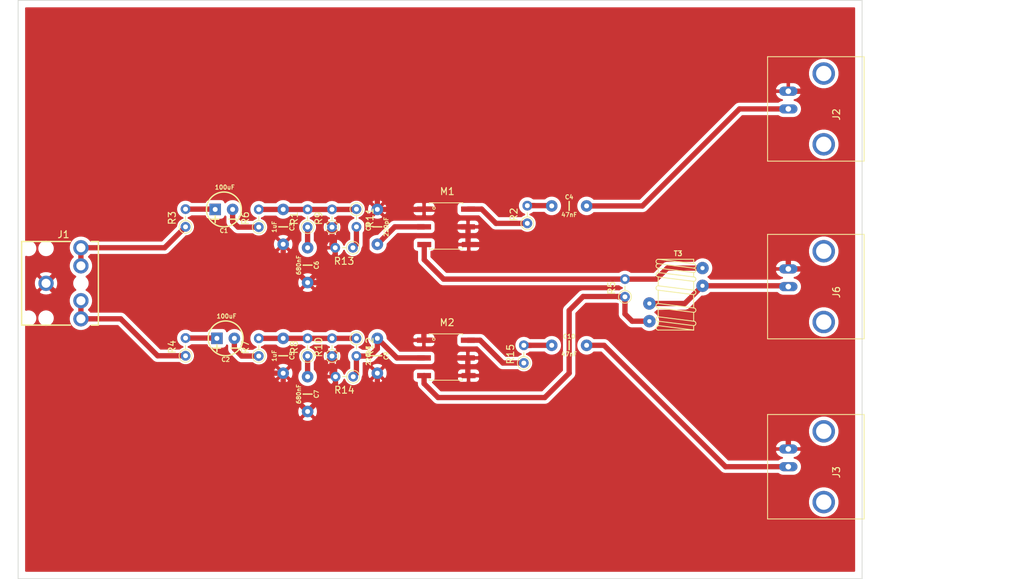
<source format=kicad_pcb>
(kicad_pcb (version 20171130) (host pcbnew "(5.1.5)-3")

  (general
    (thickness 1.6)
    (drawings 6)
    (tracks 144)
    (zones 0)
    (modules 32)
    (nets 23)
  )

  (page A4)
  (layers
    (0 F.Cu signal)
    (31 B.Cu signal)
    (32 B.Adhes user)
    (33 F.Adhes user)
    (34 B.Paste user)
    (35 F.Paste user)
    (36 B.SilkS user)
    (37 F.SilkS user)
    (38 B.Mask user)
    (39 F.Mask user)
    (40 Dwgs.User user)
    (41 Cmts.User user)
    (42 Eco1.User user)
    (43 Eco2.User user)
    (44 Edge.Cuts user)
    (45 Margin user)
    (46 B.CrtYd user)
    (47 F.CrtYd user)
    (48 B.Fab user)
    (49 F.Fab user)
  )

  (setup
    (last_trace_width 0.762)
    (user_trace_width 0.762)
    (trace_clearance 0.2)
    (zone_clearance 0.508)
    (zone_45_only no)
    (trace_min 0.2)
    (via_size 0.8)
    (via_drill 0.4)
    (via_min_size 0.4)
    (via_min_drill 0.3)
    (user_via 1.2 0.6)
    (uvia_size 0.3)
    (uvia_drill 0.1)
    (uvias_allowed no)
    (uvia_min_size 0.2)
    (uvia_min_drill 0.1)
    (edge_width 0.05)
    (segment_width 0.2)
    (pcb_text_width 0.3)
    (pcb_text_size 1.5 1.5)
    (mod_edge_width 0.12)
    (mod_text_size 1 1)
    (mod_text_width 0.15)
    (pad_size 1.524 1.524)
    (pad_drill 0.762)
    (pad_to_mask_clearance 0.051)
    (solder_mask_min_width 0.25)
    (aux_axis_origin 0 0)
    (visible_elements FFFFFF7F)
    (pcbplotparams
      (layerselection 0x010fc_ffffffff)
      (usegerberextensions false)
      (usegerberattributes false)
      (usegerberadvancedattributes false)
      (creategerberjobfile false)
      (excludeedgelayer true)
      (linewidth 0.100000)
      (plotframeref false)
      (viasonmask false)
      (mode 1)
      (useauxorigin false)
      (hpglpennumber 1)
      (hpglpenspeed 20)
      (hpglpendiameter 15.000000)
      (psnegative false)
      (psa4output false)
      (plotreference true)
      (plotvalue true)
      (plotinvisibletext false)
      (padsonsilk false)
      (subtractmaskfromsilk false)
      (outputformat 1)
      (mirror false)
      (drillshape 1)
      (scaleselection 1)
      (outputdirectory ""))
  )

  (net 0 "")
  (net 1 "Net-(C1-Pad2)")
  (net 2 "Net-(C1-Pad1)")
  (net 3 "Net-(C2-Pad2)")
  (net 4 "Net-(C2-Pad1)")
  (net 5 GND)
  (net 6 "Net-(C3-Pad1)")
  (net 7 "Net-(C4-Pad2)")
  (net 8 "Net-(C4-Pad1)")
  (net 9 "Net-(C5-Pad1)")
  (net 10 "Net-(C6-Pad1)")
  (net 11 "Net-(C7-Pad1)")
  (net 12 "Net-(C8-Pad1)")
  (net 13 "Net-(C9-Pad1)")
  (net 14 "Net-(C10-Pad2)")
  (net 15 "Net-(C10-Pad1)")
  (net 16 Q_IN)
  (net 17 I_IN)
  (net 18 "Net-(J6-PadS)")
  (net 19 "Net-(M1-Pad3)")
  (net 20 "Net-(M1-Pad6)")
  (net 21 "Net-(M2-Pad3)")
  (net 22 "Net-(M2-Pad6)")

  (net_class Default "This is the default net class."
    (clearance 0.2)
    (trace_width 0.25)
    (via_dia 0.8)
    (via_drill 0.4)
    (uvia_dia 0.3)
    (uvia_drill 0.1)
    (add_net GND)
    (add_net I_IN)
    (add_net "Net-(C1-Pad1)")
    (add_net "Net-(C1-Pad2)")
    (add_net "Net-(C10-Pad1)")
    (add_net "Net-(C10-Pad2)")
    (add_net "Net-(C2-Pad1)")
    (add_net "Net-(C2-Pad2)")
    (add_net "Net-(C3-Pad1)")
    (add_net "Net-(C4-Pad1)")
    (add_net "Net-(C4-Pad2)")
    (add_net "Net-(C5-Pad1)")
    (add_net "Net-(C6-Pad1)")
    (add_net "Net-(C7-Pad1)")
    (add_net "Net-(C8-Pad1)")
    (add_net "Net-(C9-Pad1)")
    (add_net "Net-(J6-PadS)")
    (add_net "Net-(M1-Pad3)")
    (add_net "Net-(M1-Pad6)")
    (add_net "Net-(M2-Pad3)")
    (add_net "Net-(M2-Pad6)")
    (add_net Q_IN)
  )

  (module "Xenir:T37 Transformer" (layer F.Cu) (tedit 5EBB1CE0) (tstamp 5EC98D98)
    (at 172.81 88.23)
    (path /5EC79379)
    (fp_text reference T3 (at 0.3 1.1) (layer F.SilkS)
      (effects (font (size 0.7 0.7) (thickness 0.15)))
    )
    (fp_text value T37_XFRM (at 0 -0.1) (layer F.Fab)
      (effects (font (size 0.7 0.7) (thickness 0.15)))
    )
    (fp_arc (start 2.54 6.6825) (end 2.54 6.365) (angle 180) (layer F.SilkS) (width 0.127))
    (fp_line (start 2.54 2.555) (end 2.54 1.92) (layer F.SilkS) (width 0.127))
    (fp_arc (start -2.54 6.0475) (end -2.54 6.365) (angle 180) (layer F.SilkS) (width 0.127))
    (fp_arc (start 2.54 3.5075) (end 2.54 3.19) (angle 180) (layer F.SilkS) (width 0.127))
    (fp_arc (start 2.54 9.2225) (end 2.54 8.905) (angle 180) (layer F.SilkS) (width 0.127))
    (fp_line (start -2.54 4.46) (end -2.54 5.73) (layer F.SilkS) (width 0.127))
    (fp_line (start -2.54 8.905) (end -2.54 10.175) (layer F.SilkS) (width 0.127))
    (fp_line (start -2.54 12.08) (end 2.54 12.08) (layer F.SilkS) (width 0.127))
    (fp_arc (start 2.54 11.1275) (end 2.54 10.81) (angle 180) (layer F.SilkS) (width 0.127))
    (fp_arc (start -2.54 11.7625) (end -2.54 12.08) (angle 180) (layer F.SilkS) (width 0.127))
    (fp_line (start 2.54 6.365) (end 2.54 5.095) (layer F.SilkS) (width 0.127))
    (fp_arc (start -2.54 2.2375) (end -2.54 2.555) (angle 180) (layer F.SilkS) (width 0.127))
    (fp_line (start -2.54 1.92) (end 2.54 2.555) (layer F.SilkS) (width 0.127))
    (fp_line (start -2.54 6.365) (end -2.54 8.27) (layer F.SilkS) (width 0.127))
    (fp_arc (start -2.54 2.8725) (end -2.54 3.19) (angle 180) (layer F.SilkS) (width 0.127))
    (fp_line (start 2.54 12.08) (end 2.54 11.445) (layer F.SilkS) (width 0.127))
    (fp_line (start 2.54 4.46) (end 2.54 3.825) (layer F.SilkS) (width 0.127))
    (fp_arc (start 2.54 2.8725) (end 2.54 2.555) (angle 180) (layer F.SilkS) (width 0.127))
    (fp_line (start 2.54 1.92) (end -2.54 1.92) (layer F.SilkS) (width 0.127))
    (fp_line (start -2.54 3.19) (end -2.54 3.825) (layer F.SilkS) (width 0.127))
    (fp_line (start -2.54 10.81) (end -2.54 11.445) (layer F.SilkS) (width 0.127))
    (fp_line (start 2.54 10.81) (end 2.54 9.54) (layer F.SilkS) (width 0.127))
    (fp_line (start 2.54 8.905) (end 2.54 7) (layer F.SilkS) (width 0.127))
    (fp_arc (start -2.54 4.1425) (end -2.54 4.46) (angle 180) (layer F.SilkS) (width 0.127))
    (fp_arc (start -2.54 8.5875) (end -2.54 8.905) (angle 180) (layer F.SilkS) (width 0.127))
    (fp_arc (start -2.54 10.4925) (end -2.54 10.81) (angle 180) (layer F.SilkS) (width 0.127))
    (fp_arc (start 2.54 4.7775) (end 2.54 4.46) (angle 180) (layer F.SilkS) (width 0.127))
    (fp_line (start -2.54 8.905) (end 2.54 9.54) (layer F.SilkS) (width 0.127))
    (fp_circle (center 4.9213 4.6188) (end 5.1457 4.6188) (layer F.Fab) (width 0.4064))
    (fp_line (start -2.54 3.19) (end 2.54 3.825) (layer F.SilkS) (width 0.127))
    (fp_line (start -2.54 11.445) (end 2.54 12.08) (layer F.SilkS) (width 0.127))
    (fp_line (start -2.54 5.73) (end 2.54 6.365) (layer F.SilkS) (width 0.127))
    (fp_line (start -2.54 6.365) (end 2.54 7) (layer F.SilkS) (width 0.127))
    (fp_line (start -2.54 2.555) (end 2.54 3.19) (layer F.SilkS) (width 0.127))
    (fp_line (start -2.54 8.27) (end 2.54 8.905) (layer F.SilkS) (width 0.127))
    (fp_line (start -2.54 10.175) (end 2.54 10.81) (layer F.SilkS) (width 0.127))
    (fp_line (start -2.54 4.46) (end 2.54 5.095) (layer F.SilkS) (width 0.127))
    (fp_line (start -2.54 10.81) (end 2.54 11.445) (layer F.SilkS) (width 0.127))
    (fp_line (start -2.54 3.825) (end 2.54 4.46) (layer F.SilkS) (width 0.127))
    (fp_circle (center 4.7625 1.92) (end 4.9869 1.92) (layer F.Fab) (width 0.4064))
    (pad C1B thru_hole circle (at 3.81 5.73) (size 1.778 1.778) (drill 0.6) (layers *.Cu *.Mask)
      (net 18 "Net-(J6-PadS)") (solder_mask_margin 0.1016))
    (pad C1A thru_hole circle (at -3.81 10.81) (size 1.778 1.778) (drill 0.6) (layers *.Cu *.Mask)
      (net 21 "Net-(M2-Pad3)") (solder_mask_margin 0.1016))
    (pad C2B thru_hole circle (at 3.81 3.19) (size 1.778 1.778) (drill 0.6) (layers *.Cu *.Mask)
      (net 19 "Net-(M1-Pad3)") (solder_mask_margin 0.1016))
    (pad C2A thru_hole circle (at -3.81 8.27) (size 1.778 1.778) (drill 0.6) (layers *.Cu *.Mask)
      (net 18 "Net-(J6-PadS)") (solder_mask_margin 0.1016))
  )

  (module Resistor_THT:R_Axial_DIN0204_L3.6mm_D1.6mm_P2.54mm_Vertical (layer F.Cu) (tedit 5AE5139B) (tstamp 5EC98D68)
    (at 151 105.04 90)
    (descr "Resistor, Axial_DIN0204 series, Axial, Vertical, pin pitch=2.54mm, 0.167W, length*diameter=3.6*1.6mm^2, http://cdn-reichelt.de/documents/datenblatt/B400/1_4W%23YAG.pdf")
    (tags "Resistor Axial_DIN0204 series Axial Vertical pin pitch 2.54mm 0.167W length 3.6mm diameter 1.6mm")
    (path /5ECBE33F)
    (fp_text reference R15 (at 1.27 -1.92 90) (layer F.SilkS)
      (effects (font (size 1 1) (thickness 0.15)))
    )
    (fp_text value 3.3k (at 1.27 1.92 90) (layer F.Fab)
      (effects (font (size 1 1) (thickness 0.15)))
    )
    (fp_text user %R (at 1.27 -1.92 90) (layer F.Fab)
      (effects (font (size 1 1) (thickness 0.15)))
    )
    (fp_line (start 3.49 -1.05) (end -1.05 -1.05) (layer F.CrtYd) (width 0.05))
    (fp_line (start 3.49 1.05) (end 3.49 -1.05) (layer F.CrtYd) (width 0.05))
    (fp_line (start -1.05 1.05) (end 3.49 1.05) (layer F.CrtYd) (width 0.05))
    (fp_line (start -1.05 -1.05) (end -1.05 1.05) (layer F.CrtYd) (width 0.05))
    (fp_line (start 0.92 0) (end 1.54 0) (layer F.SilkS) (width 0.12))
    (fp_line (start 0 0) (end 2.54 0) (layer F.Fab) (width 0.1))
    (fp_circle (center 0 0) (end 0.92 0) (layer F.SilkS) (width 0.12))
    (fp_circle (center 0 0) (end 0.8 0) (layer F.Fab) (width 0.1))
    (pad 2 thru_hole oval (at 2.54 0 90) (size 1.4 1.4) (drill 0.7) (layers *.Cu *.Mask)
      (net 15 "Net-(C10-Pad1)"))
    (pad 1 thru_hole circle (at 0 0 90) (size 1.4 1.4) (drill 0.7) (layers *.Cu *.Mask)
      (net 22 "Net-(M2-Pad6)"))
    (model ${KISYS3DMOD}/Resistor_THT.3dshapes/R_Axial_DIN0204_L3.6mm_D1.6mm_P2.54mm_Vertical.wrl
      (at (xyz 0 0 0))
      (scale (xyz 1 1 1))
      (rotate (xyz 0 0 0))
    )
  )

  (module Resistor_THT:R_Axial_DIN0204_L3.6mm_D1.6mm_P2.54mm_Vertical (layer F.Cu) (tedit 5AE5139B) (tstamp 5EC98D59)
    (at 126.54 107 180)
    (descr "Resistor, Axial_DIN0204 series, Axial, Vertical, pin pitch=2.54mm, 0.167W, length*diameter=3.6*1.6mm^2, http://cdn-reichelt.de/documents/datenblatt/B400/1_4W%23YAG.pdf")
    (tags "Resistor Axial_DIN0204 series Axial Vertical pin pitch 2.54mm 0.167W length 3.6mm diameter 1.6mm")
    (path /5ECBE3E2)
    (fp_text reference R14 (at 1.27 -1.92) (layer F.SilkS)
      (effects (font (size 1 1) (thickness 0.15)))
    )
    (fp_text value 150 (at 1.27 1.92) (layer F.Fab)
      (effects (font (size 1 1) (thickness 0.15)))
    )
    (fp_text user %R (at 1.27 -1.92) (layer F.Fab)
      (effects (font (size 1 1) (thickness 0.15)))
    )
    (fp_line (start 3.49 -1.05) (end -1.05 -1.05) (layer F.CrtYd) (width 0.05))
    (fp_line (start 3.49 1.05) (end 3.49 -1.05) (layer F.CrtYd) (width 0.05))
    (fp_line (start -1.05 1.05) (end 3.49 1.05) (layer F.CrtYd) (width 0.05))
    (fp_line (start -1.05 -1.05) (end -1.05 1.05) (layer F.CrtYd) (width 0.05))
    (fp_line (start 0.92 0) (end 1.54 0) (layer F.SilkS) (width 0.12))
    (fp_line (start 0 0) (end 2.54 0) (layer F.Fab) (width 0.1))
    (fp_circle (center 0 0) (end 0.92 0) (layer F.SilkS) (width 0.12))
    (fp_circle (center 0 0) (end 0.8 0) (layer F.Fab) (width 0.1))
    (pad 2 thru_hole oval (at 2.54 0 180) (size 1.4 1.4) (drill 0.7) (layers *.Cu *.Mask)
      (net 5 GND))
    (pad 1 thru_hole circle (at 0 0 180) (size 1.4 1.4) (drill 0.7) (layers *.Cu *.Mask)
      (net 13 "Net-(C9-Pad1)"))
    (model ${KISYS3DMOD}/Resistor_THT.3dshapes/R_Axial_DIN0204_L3.6mm_D1.6mm_P2.54mm_Vertical.wrl
      (at (xyz 0 0 0))
      (scale (xyz 1 1 1))
      (rotate (xyz 0 0 0))
    )
  )

  (module Resistor_THT:R_Axial_DIN0204_L3.6mm_D1.6mm_P2.54mm_Vertical (layer F.Cu) (tedit 5AE5139B) (tstamp 5EC98D4A)
    (at 126.5 88.5 180)
    (descr "Resistor, Axial_DIN0204 series, Axial, Vertical, pin pitch=2.54mm, 0.167W, length*diameter=3.6*1.6mm^2, http://cdn-reichelt.de/documents/datenblatt/B400/1_4W%23YAG.pdf")
    (tags "Resistor Axial_DIN0204 series Axial Vertical pin pitch 2.54mm 0.167W length 3.6mm diameter 1.6mm")
    (path /5ECB41EA)
    (fp_text reference R13 (at 1.27 -1.92) (layer F.SilkS)
      (effects (font (size 1 1) (thickness 0.15)))
    )
    (fp_text value 150 (at 1.27 1.92) (layer F.Fab)
      (effects (font (size 1 1) (thickness 0.15)))
    )
    (fp_text user %R (at 1.27 -1.92) (layer F.Fab)
      (effects (font (size 1 1) (thickness 0.15)))
    )
    (fp_line (start 3.49 -1.05) (end -1.05 -1.05) (layer F.CrtYd) (width 0.05))
    (fp_line (start 3.49 1.05) (end 3.49 -1.05) (layer F.CrtYd) (width 0.05))
    (fp_line (start -1.05 1.05) (end 3.49 1.05) (layer F.CrtYd) (width 0.05))
    (fp_line (start -1.05 -1.05) (end -1.05 1.05) (layer F.CrtYd) (width 0.05))
    (fp_line (start 0.92 0) (end 1.54 0) (layer F.SilkS) (width 0.12))
    (fp_line (start 0 0) (end 2.54 0) (layer F.Fab) (width 0.1))
    (fp_circle (center 0 0) (end 0.92 0) (layer F.SilkS) (width 0.12))
    (fp_circle (center 0 0) (end 0.8 0) (layer F.Fab) (width 0.1))
    (pad 2 thru_hole oval (at 2.54 0 180) (size 1.4 1.4) (drill 0.7) (layers *.Cu *.Mask)
      (net 5 GND))
    (pad 1 thru_hole circle (at 0 0 180) (size 1.4 1.4) (drill 0.7) (layers *.Cu *.Mask)
      (net 12 "Net-(C8-Pad1)"))
    (model ${KISYS3DMOD}/Resistor_THT.3dshapes/R_Axial_DIN0204_L3.6mm_D1.6mm_P2.54mm_Vertical.wrl
      (at (xyz 0 0 0))
      (scale (xyz 1 1 1))
      (rotate (xyz 0 0 0))
    )
  )

  (module Resistor_THT:R_Axial_DIN0204_L3.6mm_D1.6mm_P2.54mm_Vertical (layer F.Cu) (tedit 5AE5139B) (tstamp 5EC98D3B)
    (at 127 101.5 270)
    (descr "Resistor, Axial_DIN0204 series, Axial, Vertical, pin pitch=2.54mm, 0.167W, length*diameter=3.6*1.6mm^2, http://cdn-reichelt.de/documents/datenblatt/B400/1_4W%23YAG.pdf")
    (tags "Resistor Axial_DIN0204 series Axial Vertical pin pitch 2.54mm 0.167W length 3.6mm diameter 1.6mm")
    (path /5ECBE3EC)
    (fp_text reference R12 (at 1.27 -1.92 90) (layer F.SilkS)
      (effects (font (size 1 1) (thickness 0.15)))
    )
    (fp_text value 30 (at 1.27 1.92 90) (layer F.Fab)
      (effects (font (size 1 1) (thickness 0.15)))
    )
    (fp_text user %R (at 1.27 -1.92 90) (layer F.Fab)
      (effects (font (size 1 1) (thickness 0.15)))
    )
    (fp_line (start 3.49 -1.05) (end -1.05 -1.05) (layer F.CrtYd) (width 0.05))
    (fp_line (start 3.49 1.05) (end 3.49 -1.05) (layer F.CrtYd) (width 0.05))
    (fp_line (start -1.05 1.05) (end 3.49 1.05) (layer F.CrtYd) (width 0.05))
    (fp_line (start -1.05 -1.05) (end -1.05 1.05) (layer F.CrtYd) (width 0.05))
    (fp_line (start 0.92 0) (end 1.54 0) (layer F.SilkS) (width 0.12))
    (fp_line (start 0 0) (end 2.54 0) (layer F.Fab) (width 0.1))
    (fp_circle (center 0 0) (end 0.92 0) (layer F.SilkS) (width 0.12))
    (fp_circle (center 0 0) (end 0.8 0) (layer F.Fab) (width 0.1))
    (pad 2 thru_hole oval (at 2.54 0 270) (size 1.4 1.4) (drill 0.7) (layers *.Cu *.Mask)
      (net 13 "Net-(C9-Pad1)"))
    (pad 1 thru_hole circle (at 0 0 270) (size 1.4 1.4) (drill 0.7) (layers *.Cu *.Mask)
      (net 9 "Net-(C5-Pad1)"))
    (model ${KISYS3DMOD}/Resistor_THT.3dshapes/R_Axial_DIN0204_L3.6mm_D1.6mm_P2.54mm_Vertical.wrl
      (at (xyz 0 0 0))
      (scale (xyz 1 1 1))
      (rotate (xyz 0 0 0))
    )
  )

  (module Resistor_THT:R_Axial_DIN0204_L3.6mm_D1.6mm_P2.54mm_Vertical (layer F.Cu) (tedit 5AE5139B) (tstamp 5EC98D2C)
    (at 127 82.96 270)
    (descr "Resistor, Axial_DIN0204 series, Axial, Vertical, pin pitch=2.54mm, 0.167W, length*diameter=3.6*1.6mm^2, http://cdn-reichelt.de/documents/datenblatt/B400/1_4W%23YAG.pdf")
    (tags "Resistor Axial_DIN0204 series Axial Vertical pin pitch 2.54mm 0.167W length 3.6mm diameter 1.6mm")
    (path /5ECB61D0)
    (fp_text reference R11 (at 1.27 -1.92 90) (layer F.SilkS)
      (effects (font (size 1 1) (thickness 0.15)))
    )
    (fp_text value 30 (at 1.27 1.92 90) (layer F.Fab)
      (effects (font (size 1 1) (thickness 0.15)))
    )
    (fp_text user %R (at 1.27 -1.92 90) (layer F.Fab)
      (effects (font (size 1 1) (thickness 0.15)))
    )
    (fp_line (start 3.49 -1.05) (end -1.05 -1.05) (layer F.CrtYd) (width 0.05))
    (fp_line (start 3.49 1.05) (end 3.49 -1.05) (layer F.CrtYd) (width 0.05))
    (fp_line (start -1.05 1.05) (end 3.49 1.05) (layer F.CrtYd) (width 0.05))
    (fp_line (start -1.05 -1.05) (end -1.05 1.05) (layer F.CrtYd) (width 0.05))
    (fp_line (start 0.92 0) (end 1.54 0) (layer F.SilkS) (width 0.12))
    (fp_line (start 0 0) (end 2.54 0) (layer F.Fab) (width 0.1))
    (fp_circle (center 0 0) (end 0.92 0) (layer F.SilkS) (width 0.12))
    (fp_circle (center 0 0) (end 0.8 0) (layer F.Fab) (width 0.1))
    (pad 2 thru_hole oval (at 2.54 0 270) (size 1.4 1.4) (drill 0.7) (layers *.Cu *.Mask)
      (net 12 "Net-(C8-Pad1)"))
    (pad 1 thru_hole circle (at 0 0 270) (size 1.4 1.4) (drill 0.7) (layers *.Cu *.Mask)
      (net 6 "Net-(C3-Pad1)"))
    (model ${KISYS3DMOD}/Resistor_THT.3dshapes/R_Axial_DIN0204_L3.6mm_D1.6mm_P2.54mm_Vertical.wrl
      (at (xyz 0 0 0))
      (scale (xyz 1 1 1))
      (rotate (xyz 0 0 0))
    )
  )

  (module Resistor_THT:R_Axial_DIN0204_L3.6mm_D1.6mm_P2.54mm_Vertical (layer F.Cu) (tedit 5AE5139B) (tstamp 5EC98D1D)
    (at 123.5 104.04 90)
    (descr "Resistor, Axial_DIN0204 series, Axial, Vertical, pin pitch=2.54mm, 0.167W, length*diameter=3.6*1.6mm^2, http://cdn-reichelt.de/documents/datenblatt/B400/1_4W%23YAG.pdf")
    (tags "Resistor Axial_DIN0204 series Axial Vertical pin pitch 2.54mm 0.167W length 3.6mm diameter 1.6mm")
    (path /5ECBE3D8)
    (fp_text reference R10 (at 1.27 -1.92 90) (layer F.SilkS)
      (effects (font (size 1 1) (thickness 0.15)))
    )
    (fp_text value 150 (at 1.27 1.92 90) (layer F.Fab)
      (effects (font (size 1 1) (thickness 0.15)))
    )
    (fp_text user %R (at 1.27 -1.92 90) (layer F.Fab)
      (effects (font (size 1 1) (thickness 0.15)))
    )
    (fp_line (start 3.49 -1.05) (end -1.05 -1.05) (layer F.CrtYd) (width 0.05))
    (fp_line (start 3.49 1.05) (end 3.49 -1.05) (layer F.CrtYd) (width 0.05))
    (fp_line (start -1.05 1.05) (end 3.49 1.05) (layer F.CrtYd) (width 0.05))
    (fp_line (start -1.05 -1.05) (end -1.05 1.05) (layer F.CrtYd) (width 0.05))
    (fp_line (start 0.92 0) (end 1.54 0) (layer F.SilkS) (width 0.12))
    (fp_line (start 0 0) (end 2.54 0) (layer F.Fab) (width 0.1))
    (fp_circle (center 0 0) (end 0.92 0) (layer F.SilkS) (width 0.12))
    (fp_circle (center 0 0) (end 0.8 0) (layer F.Fab) (width 0.1))
    (pad 2 thru_hole oval (at 2.54 0 90) (size 1.4 1.4) (drill 0.7) (layers *.Cu *.Mask)
      (net 9 "Net-(C5-Pad1)"))
    (pad 1 thru_hole circle (at 0 0 90) (size 1.4 1.4) (drill 0.7) (layers *.Cu *.Mask)
      (net 5 GND))
    (model ${KISYS3DMOD}/Resistor_THT.3dshapes/R_Axial_DIN0204_L3.6mm_D1.6mm_P2.54mm_Vertical.wrl
      (at (xyz 0 0 0))
      (scale (xyz 1 1 1))
      (rotate (xyz 0 0 0))
    )
  )

  (module Resistor_THT:R_Axial_DIN0204_L3.6mm_D1.6mm_P2.54mm_Vertical (layer F.Cu) (tedit 5AE5139B) (tstamp 5EC98D0E)
    (at 123.5 85.54 90)
    (descr "Resistor, Axial_DIN0204 series, Axial, Vertical, pin pitch=2.54mm, 0.167W, length*diameter=3.6*1.6mm^2, http://cdn-reichelt.de/documents/datenblatt/B400/1_4W%23YAG.pdf")
    (tags "Resistor Axial_DIN0204 series Axial Vertical pin pitch 2.54mm 0.167W length 3.6mm diameter 1.6mm")
    (path /5ECB332F)
    (fp_text reference R9 (at 1.27 -1.92 90) (layer F.SilkS)
      (effects (font (size 1 1) (thickness 0.15)))
    )
    (fp_text value 150 (at 1.27 1.92 90) (layer F.Fab)
      (effects (font (size 1 1) (thickness 0.15)))
    )
    (fp_text user %R (at 1.27 -1.92 90) (layer F.Fab)
      (effects (font (size 1 1) (thickness 0.15)))
    )
    (fp_line (start 3.49 -1.05) (end -1.05 -1.05) (layer F.CrtYd) (width 0.05))
    (fp_line (start 3.49 1.05) (end 3.49 -1.05) (layer F.CrtYd) (width 0.05))
    (fp_line (start -1.05 1.05) (end 3.49 1.05) (layer F.CrtYd) (width 0.05))
    (fp_line (start -1.05 -1.05) (end -1.05 1.05) (layer F.CrtYd) (width 0.05))
    (fp_line (start 0.92 0) (end 1.54 0) (layer F.SilkS) (width 0.12))
    (fp_line (start 0 0) (end 2.54 0) (layer F.Fab) (width 0.1))
    (fp_circle (center 0 0) (end 0.92 0) (layer F.SilkS) (width 0.12))
    (fp_circle (center 0 0) (end 0.8 0) (layer F.Fab) (width 0.1))
    (pad 2 thru_hole oval (at 2.54 0 90) (size 1.4 1.4) (drill 0.7) (layers *.Cu *.Mask)
      (net 6 "Net-(C3-Pad1)"))
    (pad 1 thru_hole circle (at 0 0 90) (size 1.4 1.4) (drill 0.7) (layers *.Cu *.Mask)
      (net 5 GND))
    (model ${KISYS3DMOD}/Resistor_THT.3dshapes/R_Axial_DIN0204_L3.6mm_D1.6mm_P2.54mm_Vertical.wrl
      (at (xyz 0 0 0))
      (scale (xyz 1 1 1))
      (rotate (xyz 0 0 0))
    )
  )

  (module Resistor_THT:R_Axial_DIN0204_L3.6mm_D1.6mm_P2.54mm_Vertical (layer F.Cu) (tedit 5AE5139B) (tstamp 5EC98CFF)
    (at 120 104.04 90)
    (descr "Resistor, Axial_DIN0204 series, Axial, Vertical, pin pitch=2.54mm, 0.167W, length*diameter=3.6*1.6mm^2, http://cdn-reichelt.de/documents/datenblatt/B400/1_4W%23YAG.pdf")
    (tags "Resistor Axial_DIN0204 series Axial Vertical pin pitch 2.54mm 0.167W length 3.6mm diameter 1.6mm")
    (path /5ECBE368)
    (fp_text reference R8 (at 1.27 -1.92 90) (layer F.SilkS)
      (effects (font (size 1 1) (thickness 0.15)))
    )
    (fp_text value 51 (at 1.27 1.92 90) (layer F.Fab)
      (effects (font (size 1 1) (thickness 0.15)))
    )
    (fp_text user %R (at 1.27 -1.92 90) (layer F.Fab)
      (effects (font (size 1 1) (thickness 0.15)))
    )
    (fp_line (start 3.49 -1.05) (end -1.05 -1.05) (layer F.CrtYd) (width 0.05))
    (fp_line (start 3.49 1.05) (end 3.49 -1.05) (layer F.CrtYd) (width 0.05))
    (fp_line (start -1.05 1.05) (end 3.49 1.05) (layer F.CrtYd) (width 0.05))
    (fp_line (start -1.05 -1.05) (end -1.05 1.05) (layer F.CrtYd) (width 0.05))
    (fp_line (start 0.92 0) (end 1.54 0) (layer F.SilkS) (width 0.12))
    (fp_line (start 0 0) (end 2.54 0) (layer F.Fab) (width 0.1))
    (fp_circle (center 0 0) (end 0.92 0) (layer F.SilkS) (width 0.12))
    (fp_circle (center 0 0) (end 0.8 0) (layer F.Fab) (width 0.1))
    (pad 2 thru_hole oval (at 2.54 0 90) (size 1.4 1.4) (drill 0.7) (layers *.Cu *.Mask)
      (net 9 "Net-(C5-Pad1)"))
    (pad 1 thru_hole circle (at 0 0 90) (size 1.4 1.4) (drill 0.7) (layers *.Cu *.Mask)
      (net 11 "Net-(C7-Pad1)"))
    (model ${KISYS3DMOD}/Resistor_THT.3dshapes/R_Axial_DIN0204_L3.6mm_D1.6mm_P2.54mm_Vertical.wrl
      (at (xyz 0 0 0))
      (scale (xyz 1 1 1))
      (rotate (xyz 0 0 0))
    )
  )

  (module Resistor_THT:R_Axial_DIN0204_L3.6mm_D1.6mm_P2.54mm_Vertical (layer F.Cu) (tedit 5AE5139B) (tstamp 5EC98CF0)
    (at 113 104.04 90)
    (descr "Resistor, Axial_DIN0204 series, Axial, Vertical, pin pitch=2.54mm, 0.167W, length*diameter=3.6*1.6mm^2, http://cdn-reichelt.de/documents/datenblatt/B400/1_4W%23YAG.pdf")
    (tags "Resistor Axial_DIN0204 series Axial Vertical pin pitch 2.54mm 0.167W length 3.6mm diameter 1.6mm")
    (path /5ECBE3B7)
    (fp_text reference R7 (at 1.27 -1.92 90) (layer F.SilkS)
      (effects (font (size 1 1) (thickness 0.15)))
    )
    (fp_text value 47 (at 1.27 1.92 90) (layer F.Fab)
      (effects (font (size 1 1) (thickness 0.15)))
    )
    (fp_text user %R (at 1.27 -1.92 90) (layer F.Fab)
      (effects (font (size 1 1) (thickness 0.15)))
    )
    (fp_line (start 3.49 -1.05) (end -1.05 -1.05) (layer F.CrtYd) (width 0.05))
    (fp_line (start 3.49 1.05) (end 3.49 -1.05) (layer F.CrtYd) (width 0.05))
    (fp_line (start -1.05 1.05) (end 3.49 1.05) (layer F.CrtYd) (width 0.05))
    (fp_line (start -1.05 -1.05) (end -1.05 1.05) (layer F.CrtYd) (width 0.05))
    (fp_line (start 0.92 0) (end 1.54 0) (layer F.SilkS) (width 0.12))
    (fp_line (start 0 0) (end 2.54 0) (layer F.Fab) (width 0.1))
    (fp_circle (center 0 0) (end 0.92 0) (layer F.SilkS) (width 0.12))
    (fp_circle (center 0 0) (end 0.8 0) (layer F.Fab) (width 0.1))
    (pad 2 thru_hole oval (at 2.54 0 90) (size 1.4 1.4) (drill 0.7) (layers *.Cu *.Mask)
      (net 9 "Net-(C5-Pad1)"))
    (pad 1 thru_hole circle (at 0 0 90) (size 1.4 1.4) (drill 0.7) (layers *.Cu *.Mask)
      (net 3 "Net-(C2-Pad2)"))
    (model ${KISYS3DMOD}/Resistor_THT.3dshapes/R_Axial_DIN0204_L3.6mm_D1.6mm_P2.54mm_Vertical.wrl
      (at (xyz 0 0 0))
      (scale (xyz 1 1 1))
      (rotate (xyz 0 0 0))
    )
  )

  (module Resistor_THT:R_Axial_DIN0204_L3.6mm_D1.6mm_P2.54mm_Vertical (layer F.Cu) (tedit 5AE5139B) (tstamp 5EC98CE1)
    (at 113 85.54 90)
    (descr "Resistor, Axial_DIN0204 series, Axial, Vertical, pin pitch=2.54mm, 0.167W, length*diameter=3.6*1.6mm^2, http://cdn-reichelt.de/documents/datenblatt/B400/1_4W%23YAG.pdf")
    (tags "Resistor Axial_DIN0204 series Axial Vertical pin pitch 2.54mm 0.167W length 3.6mm diameter 1.6mm")
    (path /5ECAD382)
    (fp_text reference R6 (at 1.27 -1.92 90) (layer F.SilkS)
      (effects (font (size 1 1) (thickness 0.15)))
    )
    (fp_text value 47 (at 1.27 1.92 90) (layer F.Fab)
      (effects (font (size 1 1) (thickness 0.15)))
    )
    (fp_text user %R (at 1.27 -1.92 90) (layer F.Fab)
      (effects (font (size 1 1) (thickness 0.15)))
    )
    (fp_line (start 3.49 -1.05) (end -1.05 -1.05) (layer F.CrtYd) (width 0.05))
    (fp_line (start 3.49 1.05) (end 3.49 -1.05) (layer F.CrtYd) (width 0.05))
    (fp_line (start -1.05 1.05) (end 3.49 1.05) (layer F.CrtYd) (width 0.05))
    (fp_line (start -1.05 -1.05) (end -1.05 1.05) (layer F.CrtYd) (width 0.05))
    (fp_line (start 0.92 0) (end 1.54 0) (layer F.SilkS) (width 0.12))
    (fp_line (start 0 0) (end 2.54 0) (layer F.Fab) (width 0.1))
    (fp_circle (center 0 0) (end 0.92 0) (layer F.SilkS) (width 0.12))
    (fp_circle (center 0 0) (end 0.8 0) (layer F.Fab) (width 0.1))
    (pad 2 thru_hole oval (at 2.54 0 90) (size 1.4 1.4) (drill 0.7) (layers *.Cu *.Mask)
      (net 6 "Net-(C3-Pad1)"))
    (pad 1 thru_hole circle (at 0 0 90) (size 1.4 1.4) (drill 0.7) (layers *.Cu *.Mask)
      (net 1 "Net-(C1-Pad2)"))
    (model ${KISYS3DMOD}/Resistor_THT.3dshapes/R_Axial_DIN0204_L3.6mm_D1.6mm_P2.54mm_Vertical.wrl
      (at (xyz 0 0 0))
      (scale (xyz 1 1 1))
      (rotate (xyz 0 0 0))
    )
  )

  (module Resistor_THT:R_Axial_DIN0204_L3.6mm_D1.6mm_P2.54mm_Vertical (layer F.Cu) (tedit 5AE5139B) (tstamp 5EC98CD2)
    (at 165.5 95.54 90)
    (descr "Resistor, Axial_DIN0204 series, Axial, Vertical, pin pitch=2.54mm, 0.167W, length*diameter=3.6*1.6mm^2, http://cdn-reichelt.de/documents/datenblatt/B400/1_4W%23YAG.pdf")
    (tags "Resistor Axial_DIN0204 series Axial Vertical pin pitch 2.54mm 0.167W length 3.6mm diameter 1.6mm")
    (path /5EC79D0C)
    (fp_text reference R5 (at 1.27 -1.92 90) (layer F.SilkS)
      (effects (font (size 1 1) (thickness 0.15)))
    )
    (fp_text value 100 (at 1.27 1.92 90) (layer F.Fab)
      (effects (font (size 1 1) (thickness 0.15)))
    )
    (fp_text user %R (at 1.27 -1.92 90) (layer F.Fab)
      (effects (font (size 1 1) (thickness 0.15)))
    )
    (fp_line (start 3.49 -1.05) (end -1.05 -1.05) (layer F.CrtYd) (width 0.05))
    (fp_line (start 3.49 1.05) (end 3.49 -1.05) (layer F.CrtYd) (width 0.05))
    (fp_line (start -1.05 1.05) (end 3.49 1.05) (layer F.CrtYd) (width 0.05))
    (fp_line (start -1.05 -1.05) (end -1.05 1.05) (layer F.CrtYd) (width 0.05))
    (fp_line (start 0.92 0) (end 1.54 0) (layer F.SilkS) (width 0.12))
    (fp_line (start 0 0) (end 2.54 0) (layer F.Fab) (width 0.1))
    (fp_circle (center 0 0) (end 0.92 0) (layer F.SilkS) (width 0.12))
    (fp_circle (center 0 0) (end 0.8 0) (layer F.Fab) (width 0.1))
    (pad 2 thru_hole oval (at 2.54 0 90) (size 1.4 1.4) (drill 0.7) (layers *.Cu *.Mask)
      (net 19 "Net-(M1-Pad3)"))
    (pad 1 thru_hole circle (at 0 0 90) (size 1.4 1.4) (drill 0.7) (layers *.Cu *.Mask)
      (net 21 "Net-(M2-Pad3)"))
    (model ${KISYS3DMOD}/Resistor_THT.3dshapes/R_Axial_DIN0204_L3.6mm_D1.6mm_P2.54mm_Vertical.wrl
      (at (xyz 0 0 0))
      (scale (xyz 1 1 1))
      (rotate (xyz 0 0 0))
    )
  )

  (module Resistor_THT:R_Axial_DIN0204_L3.6mm_D1.6mm_P2.54mm_Vertical (layer F.Cu) (tedit 5AE5139B) (tstamp 5EC98CC3)
    (at 102.5 104 90)
    (descr "Resistor, Axial_DIN0204 series, Axial, Vertical, pin pitch=2.54mm, 0.167W, length*diameter=3.6*1.6mm^2, http://cdn-reichelt.de/documents/datenblatt/B400/1_4W%23YAG.pdf")
    (tags "Resistor Axial_DIN0204 series Axial Vertical pin pitch 2.54mm 0.167W length 3.6mm diameter 1.6mm")
    (path /5ECBE3AD)
    (fp_text reference R4 (at 1.27 -1.92 90) (layer F.SilkS)
      (effects (font (size 1 1) (thickness 0.15)))
    )
    (fp_text value 50 (at 1.27 1.92 90) (layer F.Fab)
      (effects (font (size 1 1) (thickness 0.15)))
    )
    (fp_text user %R (at 1.27 -1.92 90) (layer F.Fab)
      (effects (font (size 1 1) (thickness 0.15)))
    )
    (fp_line (start 3.49 -1.05) (end -1.05 -1.05) (layer F.CrtYd) (width 0.05))
    (fp_line (start 3.49 1.05) (end 3.49 -1.05) (layer F.CrtYd) (width 0.05))
    (fp_line (start -1.05 1.05) (end 3.49 1.05) (layer F.CrtYd) (width 0.05))
    (fp_line (start -1.05 -1.05) (end -1.05 1.05) (layer F.CrtYd) (width 0.05))
    (fp_line (start 0.92 0) (end 1.54 0) (layer F.SilkS) (width 0.12))
    (fp_line (start 0 0) (end 2.54 0) (layer F.Fab) (width 0.1))
    (fp_circle (center 0 0) (end 0.92 0) (layer F.SilkS) (width 0.12))
    (fp_circle (center 0 0) (end 0.8 0) (layer F.Fab) (width 0.1))
    (pad 2 thru_hole oval (at 2.54 0 90) (size 1.4 1.4) (drill 0.7) (layers *.Cu *.Mask)
      (net 4 "Net-(C2-Pad1)"))
    (pad 1 thru_hole circle (at 0 0 90) (size 1.4 1.4) (drill 0.7) (layers *.Cu *.Mask)
      (net 17 I_IN))
    (model ${KISYS3DMOD}/Resistor_THT.3dshapes/R_Axial_DIN0204_L3.6mm_D1.6mm_P2.54mm_Vertical.wrl
      (at (xyz 0 0 0))
      (scale (xyz 1 1 1))
      (rotate (xyz 0 0 0))
    )
  )

  (module Resistor_THT:R_Axial_DIN0204_L3.6mm_D1.6mm_P2.54mm_Vertical (layer F.Cu) (tedit 5AE5139B) (tstamp 5EC98CB4)
    (at 102.5 85.5 90)
    (descr "Resistor, Axial_DIN0204 series, Axial, Vertical, pin pitch=2.54mm, 0.167W, length*diameter=3.6*1.6mm^2, http://cdn-reichelt.de/documents/datenblatt/B400/1_4W%23YAG.pdf")
    (tags "Resistor Axial_DIN0204 series Axial Vertical pin pitch 2.54mm 0.167W length 3.6mm diameter 1.6mm")
    (path /5ECA6026)
    (fp_text reference R3 (at 1.27 -1.92 90) (layer F.SilkS)
      (effects (font (size 1 1) (thickness 0.15)))
    )
    (fp_text value 50 (at 1.27 1.92 90) (layer F.Fab)
      (effects (font (size 1 1) (thickness 0.15)))
    )
    (fp_text user %R (at 1.27 -1.92 90) (layer F.Fab)
      (effects (font (size 1 1) (thickness 0.15)))
    )
    (fp_line (start 3.49 -1.05) (end -1.05 -1.05) (layer F.CrtYd) (width 0.05))
    (fp_line (start 3.49 1.05) (end 3.49 -1.05) (layer F.CrtYd) (width 0.05))
    (fp_line (start -1.05 1.05) (end 3.49 1.05) (layer F.CrtYd) (width 0.05))
    (fp_line (start -1.05 -1.05) (end -1.05 1.05) (layer F.CrtYd) (width 0.05))
    (fp_line (start 0.92 0) (end 1.54 0) (layer F.SilkS) (width 0.12))
    (fp_line (start 0 0) (end 2.54 0) (layer F.Fab) (width 0.1))
    (fp_circle (center 0 0) (end 0.92 0) (layer F.SilkS) (width 0.12))
    (fp_circle (center 0 0) (end 0.8 0) (layer F.Fab) (width 0.1))
    (pad 2 thru_hole oval (at 2.54 0 90) (size 1.4 1.4) (drill 0.7) (layers *.Cu *.Mask)
      (net 2 "Net-(C1-Pad1)"))
    (pad 1 thru_hole circle (at 0 0 90) (size 1.4 1.4) (drill 0.7) (layers *.Cu *.Mask)
      (net 16 Q_IN))
    (model ${KISYS3DMOD}/Resistor_THT.3dshapes/R_Axial_DIN0204_L3.6mm_D1.6mm_P2.54mm_Vertical.wrl
      (at (xyz 0 0 0))
      (scale (xyz 1 1 1))
      (rotate (xyz 0 0 0))
    )
  )

  (module Resistor_THT:R_Axial_DIN0204_L3.6mm_D1.6mm_P2.54mm_Vertical (layer F.Cu) (tedit 5AE5139B) (tstamp 5EC98CA5)
    (at 151.5 85 90)
    (descr "Resistor, Axial_DIN0204 series, Axial, Vertical, pin pitch=2.54mm, 0.167W, length*diameter=3.6*1.6mm^2, http://cdn-reichelt.de/documents/datenblatt/B400/1_4W%23YAG.pdf")
    (tags "Resistor Axial_DIN0204 series Axial Vertical pin pitch 2.54mm 0.167W length 3.6mm diameter 1.6mm")
    (path /5EBFB316)
    (fp_text reference R2 (at 1.27 -1.92 90) (layer F.SilkS)
      (effects (font (size 1 1) (thickness 0.15)))
    )
    (fp_text value 3.3k (at 1.27 1.92 90) (layer F.Fab)
      (effects (font (size 1 1) (thickness 0.15)))
    )
    (fp_text user %R (at 1.27 -1.92 90) (layer F.Fab)
      (effects (font (size 1 1) (thickness 0.15)))
    )
    (fp_line (start 3.49 -1.05) (end -1.05 -1.05) (layer F.CrtYd) (width 0.05))
    (fp_line (start 3.49 1.05) (end 3.49 -1.05) (layer F.CrtYd) (width 0.05))
    (fp_line (start -1.05 1.05) (end 3.49 1.05) (layer F.CrtYd) (width 0.05))
    (fp_line (start -1.05 -1.05) (end -1.05 1.05) (layer F.CrtYd) (width 0.05))
    (fp_line (start 0.92 0) (end 1.54 0) (layer F.SilkS) (width 0.12))
    (fp_line (start 0 0) (end 2.54 0) (layer F.Fab) (width 0.1))
    (fp_circle (center 0 0) (end 0.92 0) (layer F.SilkS) (width 0.12))
    (fp_circle (center 0 0) (end 0.8 0) (layer F.Fab) (width 0.1))
    (pad 2 thru_hole oval (at 2.54 0 90) (size 1.4 1.4) (drill 0.7) (layers *.Cu *.Mask)
      (net 8 "Net-(C4-Pad1)"))
    (pad 1 thru_hole circle (at 0 0 90) (size 1.4 1.4) (drill 0.7) (layers *.Cu *.Mask)
      (net 20 "Net-(M1-Pad6)"))
    (model ${KISYS3DMOD}/Resistor_THT.3dshapes/R_Axial_DIN0204_L3.6mm_D1.6mm_P2.54mm_Vertical.wrl
      (at (xyz 0 0 0))
      (scale (xyz 1 1 1))
      (rotate (xyz 0 0 0))
    )
  )

  (module Resistor_THT:R_Axial_DIN0204_L3.6mm_D1.6mm_P2.54mm_Vertical (layer F.Cu) (tedit 5AE5139B) (tstamp 5EC98C96)
    (at 120 85.54 90)
    (descr "Resistor, Axial_DIN0204 series, Axial, Vertical, pin pitch=2.54mm, 0.167W, length*diameter=3.6*1.6mm^2, http://cdn-reichelt.de/documents/datenblatt/B400/1_4W%23YAG.pdf")
    (tags "Resistor Axial_DIN0204 series Axial Vertical pin pitch 2.54mm 0.167W length 3.6mm diameter 1.6mm")
    (path /5EC2013D)
    (fp_text reference R1 (at 1.27 -1.92 90) (layer F.SilkS)
      (effects (font (size 1 1) (thickness 0.15)))
    )
    (fp_text value 51 (at 1.27 1.92 90) (layer F.Fab)
      (effects (font (size 1 1) (thickness 0.15)))
    )
    (fp_text user %R (at 1.27 -1.92 90) (layer F.Fab)
      (effects (font (size 1 1) (thickness 0.15)))
    )
    (fp_line (start 3.49 -1.05) (end -1.05 -1.05) (layer F.CrtYd) (width 0.05))
    (fp_line (start 3.49 1.05) (end 3.49 -1.05) (layer F.CrtYd) (width 0.05))
    (fp_line (start -1.05 1.05) (end 3.49 1.05) (layer F.CrtYd) (width 0.05))
    (fp_line (start -1.05 -1.05) (end -1.05 1.05) (layer F.CrtYd) (width 0.05))
    (fp_line (start 0.92 0) (end 1.54 0) (layer F.SilkS) (width 0.12))
    (fp_line (start 0 0) (end 2.54 0) (layer F.Fab) (width 0.1))
    (fp_circle (center 0 0) (end 0.92 0) (layer F.SilkS) (width 0.12))
    (fp_circle (center 0 0) (end 0.8 0) (layer F.Fab) (width 0.1))
    (pad 2 thru_hole oval (at 2.54 0 90) (size 1.4 1.4) (drill 0.7) (layers *.Cu *.Mask)
      (net 6 "Net-(C3-Pad1)"))
    (pad 1 thru_hole circle (at 0 0 90) (size 1.4 1.4) (drill 0.7) (layers *.Cu *.Mask)
      (net 10 "Net-(C6-Pad1)"))
    (model ${KISYS3DMOD}/Resistor_THT.3dshapes/R_Axial_DIN0204_L3.6mm_D1.6mm_P2.54mm_Vertical.wrl
      (at (xyz 0 0 0))
      (scale (xyz 1 1 1))
      (rotate (xyz 0 0 0))
    )
  )

  (module Xenir:ADEX-10L (layer F.Cu) (tedit 5EC6E3D8) (tstamp 5EC98C87)
    (at 140 100.5)
    (path /5ECBE39C)
    (fp_text reference M2 (at 0 -1.27) (layer F.SilkS)
      (effects (font (size 1 1) (thickness 0.15)))
    )
    (fp_text value ADEX-10L (at 0 -2.54) (layer F.Fab)
      (effects (font (size 1 1) (thickness 0.15)))
    )
    (fp_circle (center -1.905 1.1176) (end -1.7526 1.016) (layer F.SilkS) (width 0.12))
    (fp_line (start -4.5778 0.3122) (end -4.5778 7.112) (layer F.CrtYd) (width 0.05))
    (fp_line (start 4.2222 7.112) (end 4.2222 0.3122) (layer F.CrtYd) (width 0.05))
    (fp_line (start -2.5778 0.5122) (end -2.5778 0.3622) (layer F.SilkS) (width 0.12))
    (fp_line (start -2.5778 0.3622) (end 2.2222 0.3622) (layer F.SilkS) (width 0.12))
    (fp_line (start -2.3876 0.5622) (end 2.0222 0.5622) (layer F.Fab) (width 0.12))
    (fp_line (start 2.0222 6.858) (end -2.3778 6.858) (layer F.Fab) (width 0.12))
    (fp_line (start -4.5778 0.3122) (end 4.2222 0.3122) (layer F.CrtYd) (width 0.05))
    (fp_line (start 2.2346 7.0104) (end -2.5654 7.0104) (layer F.SilkS) (width 0.12))
    (fp_line (start 2.2222 0.3622) (end 2.2222 0.5122) (layer F.SilkS) (width 0.12))
    (fp_line (start 2.0222 0.5622) (end 2.0222 6.858) (layer F.Fab) (width 0.12))
    (fp_line (start -2.3778 6.858) (end -2.3778 0.6858) (layer F.Fab) (width 0.12))
    (fp_line (start 4.191 7.112) (end -4.609 7.112) (layer F.CrtYd) (width 0.05))
    (fp_line (start 2.2222 6.8072) (end 2.2222 7.0104) (layer F.SilkS) (width 0.12))
    (fp_line (start -2.5654 7.0358) (end -2.5654 6.8072) (layer F.SilkS) (width 0.12))
    (fp_text user %R (at -0.1778 2.2972) (layer F.Fab)
      (effects (font (size 1 1) (thickness 0.15)))
    )
    (pad 4 smd rect (at 3.0734 6.35) (size 2 0.762) (layers F.Cu F.Paste F.Mask)
      (net 5 GND))
    (pad 3 smd rect (at -3.302 6.35) (size 2 0.762) (layers F.Cu F.Paste F.Mask)
      (net 21 "Net-(M2-Pad3)"))
    (pad 6 smd rect (at 2.9722 1.27) (size 2 0.762) (layers F.Cu F.Paste F.Mask)
      (net 22 "Net-(M2-Pad6)"))
    (pad 2 smd rect (at -3.3278 3.81) (size 2 0.762) (layers F.Cu F.Paste F.Mask)
      (net 13 "Net-(C9-Pad1)"))
    (pad 5 smd rect (at 2.9722 3.81) (size 2 0.762) (layers F.Cu F.Paste F.Mask)
      (net 5 GND))
    (pad 1 smd rect (at -3.3278 1.27) (size 2 0.762) (layers F.Cu F.Paste F.Mask)
      (net 5 GND))
  )

  (module Xenir:ADEX-10L (layer F.Cu) (tedit 5EC6E3D8) (tstamp 5EC98C6D)
    (at 140.0278 81.69)
    (path /5EC94AAC)
    (fp_text reference M1 (at 0 -1.27) (layer F.SilkS)
      (effects (font (size 1 1) (thickness 0.15)))
    )
    (fp_text value ADEX-10L (at 0 -2.54) (layer F.Fab)
      (effects (font (size 1 1) (thickness 0.15)))
    )
    (fp_circle (center -1.905 1.1176) (end -1.7526 1.016) (layer F.SilkS) (width 0.12))
    (fp_line (start -4.5778 0.3122) (end -4.5778 7.112) (layer F.CrtYd) (width 0.05))
    (fp_line (start 4.2222 7.112) (end 4.2222 0.3122) (layer F.CrtYd) (width 0.05))
    (fp_line (start -2.5778 0.5122) (end -2.5778 0.3622) (layer F.SilkS) (width 0.12))
    (fp_line (start -2.5778 0.3622) (end 2.2222 0.3622) (layer F.SilkS) (width 0.12))
    (fp_line (start -2.3876 0.5622) (end 2.0222 0.5622) (layer F.Fab) (width 0.12))
    (fp_line (start 2.0222 6.858) (end -2.3778 6.858) (layer F.Fab) (width 0.12))
    (fp_line (start -4.5778 0.3122) (end 4.2222 0.3122) (layer F.CrtYd) (width 0.05))
    (fp_line (start 2.2346 7.0104) (end -2.5654 7.0104) (layer F.SilkS) (width 0.12))
    (fp_line (start 2.2222 0.3622) (end 2.2222 0.5122) (layer F.SilkS) (width 0.12))
    (fp_line (start 2.0222 0.5622) (end 2.0222 6.858) (layer F.Fab) (width 0.12))
    (fp_line (start -2.3778 6.858) (end -2.3778 0.6858) (layer F.Fab) (width 0.12))
    (fp_line (start 4.191 7.112) (end -4.609 7.112) (layer F.CrtYd) (width 0.05))
    (fp_line (start 2.2222 6.8072) (end 2.2222 7.0104) (layer F.SilkS) (width 0.12))
    (fp_line (start -2.5654 7.0358) (end -2.5654 6.8072) (layer F.SilkS) (width 0.12))
    (fp_text user %R (at -0.1778 2.2972) (layer F.Fab)
      (effects (font (size 1 1) (thickness 0.15)))
    )
    (pad 4 smd rect (at 3.0734 6.35) (size 2 0.762) (layers F.Cu F.Paste F.Mask)
      (net 5 GND))
    (pad 3 smd rect (at -3.302 6.35) (size 2 0.762) (layers F.Cu F.Paste F.Mask)
      (net 19 "Net-(M1-Pad3)"))
    (pad 6 smd rect (at 2.9722 1.27) (size 2 0.762) (layers F.Cu F.Paste F.Mask)
      (net 20 "Net-(M1-Pad6)"))
    (pad 2 smd rect (at -3.3278 3.81) (size 2 0.762) (layers F.Cu F.Paste F.Mask)
      (net 12 "Net-(C8-Pad1)"))
    (pad 5 smd rect (at 2.9722 3.81) (size 2 0.762) (layers F.Cu F.Paste F.Mask)
      (net 5 GND))
    (pad 1 smd rect (at -3.3278 1.27) (size 2 0.762) (layers F.Cu F.Paste F.Mask)
      (net 5 GND))
  )

  (module Xenir:BNC (layer F.Cu) (tedit 5EBEE1FA) (tstamp 5EC98C53)
    (at 192.82 94.18 270)
    (path /5EC8841E)
    (fp_text reference J6 (at 0.7 -3 90) (layer F.SilkS)
      (effects (font (size 1 1) (thickness 0.15)))
    )
    (fp_text value BNC (at 0.1 -1.1 90) (layer F.Fab)
      (effects (font (size 1 1) (thickness 0.15)))
    )
    (fp_line (start 7.393 -6.9712) (end -7.593 -6.9712) (layer F.SilkS) (width 0.127))
    (fp_line (start -7.212 -15.9882) (end -6.704 -15.9882) (layer F.Fab) (width 0.127))
    (fp_line (start 7.393 6.8718) (end 7.393 -6.9712) (layer F.SilkS) (width 0.127))
    (fp_line (start 6.504 -15.9882) (end 6.504 -29.8312) (layer F.Fab) (width 0.127))
    (fp_line (start -6.704 -29.8312) (end -6.704 -15.9882) (layer F.Fab) (width 0.127))
    (fp_line (start -7.1866 -12.5846) (end 6.9866 -13.4482) (layer F.Fab) (width 0.127))
    (fp_line (start -7.1866 -7.5046) (end 6.9866 -8.3682) (layer F.Fab) (width 0.127))
    (fp_line (start -7.212 -6.9712) (end -7.212 -15.9882) (layer F.Fab) (width 0.127))
    (fp_line (start 7.012 -15.9882) (end 7.012 -6.9712) (layer F.Fab) (width 0.127))
    (fp_line (start -7.1866 -13.8546) (end 6.9866 -14.7182) (layer F.Fab) (width 0.127))
    (fp_line (start -7.593 -6.9712) (end -7.593 6.8718) (layer F.SilkS) (width 0.127))
    (fp_line (start -7.1866 -10.0446) (end 6.9866 -10.9082) (layer F.Fab) (width 0.127))
    (fp_line (start -7.1866 -8.7746) (end 6.9866 -9.6382) (layer F.Fab) (width 0.127))
    (fp_line (start 6.504 -29.8312) (end -6.704 -29.8312) (layer F.Fab) (width 0.127))
    (fp_line (start -7.1866 -11.3146) (end 6.9866 -12.1782) (layer F.Fab) (width 0.127))
    (fp_line (start -7.1866 -15.1246) (end 6.9866 -15.9882) (layer F.Fab) (width 0.127))
    (fp_circle (center -0.1 -26.58) (end 0.7179 -26.58) (layer F.Fab) (width 0.127))
    (fp_line (start -6.704 -15.9882) (end 6.504 -15.9882) (layer F.Fab) (width 0.127))
    (fp_line (start 6.504 -15.9882) (end 6.9866 -15.9882) (layer F.Fab) (width 0.127))
    (fp_line (start 6.9866 -15.9882) (end 7.012 -15.9882) (layer F.Fab) (width 0.127))
    (fp_line (start -7.593 6.8718) (end 7.393 6.8718) (layer F.SilkS) (width 0.127))
    (pad S thru_hole oval (at -0.1 3.9) (size 2.616 1.308) (drill 0.8) (layers *.Cu *.Mask)
      (net 18 "Net-(J6-PadS)") (solder_mask_margin 0.1016))
    (pad GND thru_hole oval (at -2.64 3.9) (size 2.616 1.308) (drill 0.8) (layers *.Cu *.Mask)
      (net 5 GND) (solder_mask_margin 0.1016))
    (pad 3 thru_hole circle (at -5.18 -1.18 270) (size 3.216 3.216) (drill 2.2) (layers *.Cu *.Mask)
      (solder_mask_margin 0.1016))
    (pad 4 thru_hole circle (at 4.98 -1.18 270) (size 3.216 3.216) (drill 2.2) (layers *.Cu *.Mask)
      (solder_mask_margin 0.1016))
  )

  (module Xenir:BNC (layer F.Cu) (tedit 5EBEE1FA) (tstamp 5EC98C27)
    (at 192.82 120.02 270)
    (path /5ECBE35E)
    (fp_text reference J3 (at 0.7 -3 90) (layer F.SilkS)
      (effects (font (size 1 1) (thickness 0.15)))
    )
    (fp_text value BNC (at 0.1 -1.1 90) (layer F.Fab)
      (effects (font (size 1 1) (thickness 0.15)))
    )
    (fp_line (start 7.393 -6.9712) (end -7.593 -6.9712) (layer F.SilkS) (width 0.127))
    (fp_line (start -7.212 -15.9882) (end -6.704 -15.9882) (layer F.Fab) (width 0.127))
    (fp_line (start 7.393 6.8718) (end 7.393 -6.9712) (layer F.SilkS) (width 0.127))
    (fp_line (start 6.504 -15.9882) (end 6.504 -29.8312) (layer F.Fab) (width 0.127))
    (fp_line (start -6.704 -29.8312) (end -6.704 -15.9882) (layer F.Fab) (width 0.127))
    (fp_line (start -7.1866 -12.5846) (end 6.9866 -13.4482) (layer F.Fab) (width 0.127))
    (fp_line (start -7.1866 -7.5046) (end 6.9866 -8.3682) (layer F.Fab) (width 0.127))
    (fp_line (start -7.212 -6.9712) (end -7.212 -15.9882) (layer F.Fab) (width 0.127))
    (fp_line (start 7.012 -15.9882) (end 7.012 -6.9712) (layer F.Fab) (width 0.127))
    (fp_line (start -7.1866 -13.8546) (end 6.9866 -14.7182) (layer F.Fab) (width 0.127))
    (fp_line (start -7.593 -6.9712) (end -7.593 6.8718) (layer F.SilkS) (width 0.127))
    (fp_line (start -7.1866 -10.0446) (end 6.9866 -10.9082) (layer F.Fab) (width 0.127))
    (fp_line (start -7.1866 -8.7746) (end 6.9866 -9.6382) (layer F.Fab) (width 0.127))
    (fp_line (start 6.504 -29.8312) (end -6.704 -29.8312) (layer F.Fab) (width 0.127))
    (fp_line (start -7.1866 -11.3146) (end 6.9866 -12.1782) (layer F.Fab) (width 0.127))
    (fp_line (start -7.1866 -15.1246) (end 6.9866 -15.9882) (layer F.Fab) (width 0.127))
    (fp_circle (center -0.1 -26.58) (end 0.7179 -26.58) (layer F.Fab) (width 0.127))
    (fp_line (start -6.704 -15.9882) (end 6.504 -15.9882) (layer F.Fab) (width 0.127))
    (fp_line (start 6.504 -15.9882) (end 6.9866 -15.9882) (layer F.Fab) (width 0.127))
    (fp_line (start 6.9866 -15.9882) (end 7.012 -15.9882) (layer F.Fab) (width 0.127))
    (fp_line (start -7.593 6.8718) (end 7.393 6.8718) (layer F.SilkS) (width 0.127))
    (pad S thru_hole oval (at -0.1 3.9) (size 2.616 1.308) (drill 0.8) (layers *.Cu *.Mask)
      (net 14 "Net-(C10-Pad2)") (solder_mask_margin 0.1016))
    (pad GND thru_hole oval (at -2.64 3.9) (size 2.616 1.308) (drill 0.8) (layers *.Cu *.Mask)
      (net 5 GND) (solder_mask_margin 0.1016))
    (pad 3 thru_hole circle (at -5.18 -1.18 270) (size 3.216 3.216) (drill 2.2) (layers *.Cu *.Mask)
      (solder_mask_margin 0.1016))
    (pad 4 thru_hole circle (at 4.98 -1.18 270) (size 3.216 3.216) (drill 2.2) (layers *.Cu *.Mask)
      (solder_mask_margin 0.1016))
  )

  (module Xenir:BNC (layer F.Cu) (tedit 5EBEE1FA) (tstamp 5EC98C0A)
    (at 192.82 68.68 270)
    (path /5EC15B71)
    (fp_text reference J2 (at 0.7 -3 90) (layer F.SilkS)
      (effects (font (size 1 1) (thickness 0.15)))
    )
    (fp_text value BNC (at 0.1 -1.1 90) (layer F.Fab)
      (effects (font (size 1 1) (thickness 0.15)))
    )
    (fp_line (start 7.393 -6.9712) (end -7.593 -6.9712) (layer F.SilkS) (width 0.127))
    (fp_line (start -7.212 -15.9882) (end -6.704 -15.9882) (layer F.Fab) (width 0.127))
    (fp_line (start 7.393 6.8718) (end 7.393 -6.9712) (layer F.SilkS) (width 0.127))
    (fp_line (start 6.504 -15.9882) (end 6.504 -29.8312) (layer F.Fab) (width 0.127))
    (fp_line (start -6.704 -29.8312) (end -6.704 -15.9882) (layer F.Fab) (width 0.127))
    (fp_line (start -7.1866 -12.5846) (end 6.9866 -13.4482) (layer F.Fab) (width 0.127))
    (fp_line (start -7.1866 -7.5046) (end 6.9866 -8.3682) (layer F.Fab) (width 0.127))
    (fp_line (start -7.212 -6.9712) (end -7.212 -15.9882) (layer F.Fab) (width 0.127))
    (fp_line (start 7.012 -15.9882) (end 7.012 -6.9712) (layer F.Fab) (width 0.127))
    (fp_line (start -7.1866 -13.8546) (end 6.9866 -14.7182) (layer F.Fab) (width 0.127))
    (fp_line (start -7.593 -6.9712) (end -7.593 6.8718) (layer F.SilkS) (width 0.127))
    (fp_line (start -7.1866 -10.0446) (end 6.9866 -10.9082) (layer F.Fab) (width 0.127))
    (fp_line (start -7.1866 -8.7746) (end 6.9866 -9.6382) (layer F.Fab) (width 0.127))
    (fp_line (start 6.504 -29.8312) (end -6.704 -29.8312) (layer F.Fab) (width 0.127))
    (fp_line (start -7.1866 -11.3146) (end 6.9866 -12.1782) (layer F.Fab) (width 0.127))
    (fp_line (start -7.1866 -15.1246) (end 6.9866 -15.9882) (layer F.Fab) (width 0.127))
    (fp_circle (center -0.1 -26.58) (end 0.7179 -26.58) (layer F.Fab) (width 0.127))
    (fp_line (start -6.704 -15.9882) (end 6.504 -15.9882) (layer F.Fab) (width 0.127))
    (fp_line (start 6.504 -15.9882) (end 6.9866 -15.9882) (layer F.Fab) (width 0.127))
    (fp_line (start 6.9866 -15.9882) (end 7.012 -15.9882) (layer F.Fab) (width 0.127))
    (fp_line (start -7.593 6.8718) (end 7.393 6.8718) (layer F.SilkS) (width 0.127))
    (pad S thru_hole oval (at -0.1 3.9) (size 2.616 1.308) (drill 0.8) (layers *.Cu *.Mask)
      (net 7 "Net-(C4-Pad2)") (solder_mask_margin 0.1016))
    (pad GND thru_hole oval (at -2.64 3.9) (size 2.616 1.308) (drill 0.8) (layers *.Cu *.Mask)
      (net 5 GND) (solder_mask_margin 0.1016))
    (pad 3 thru_hole circle (at -5.18 -1.18 270) (size 3.216 3.216) (drill 2.2) (layers *.Cu *.Mask)
      (solder_mask_margin 0.1016))
    (pad 4 thru_hole circle (at 4.98 -1.18 270) (size 3.216 3.216) (drill 2.2) (layers *.Cu *.Mask)
      (solder_mask_margin 0.1016))
  )

  (module Xenir:Audio_Jack (layer F.Cu) (tedit 5E9DEF8F) (tstamp 5EC98BED)
    (at 84.5 85.1)
    (path /5EC03B0F)
    (fp_text reference J1 (at 0.5 1.5) (layer F.SilkS)
      (effects (font (size 1 1) (thickness 0.15)))
    )
    (fp_text value Audio_Jack (at 0 -0.5) (layer F.Fab)
      (effects (font (size 1 1) (thickness 0.15)))
    )
    (fp_line (start -5.5 2.5) (end -5.5 14.5) (layer F.SilkS) (width 0.2032))
    (fp_line (start -5.5 2.5) (end -5.5 4) (layer F.Fab) (width 0.2032))
    (fp_line (start -6.5 13) (end -5.5 13) (layer F.Fab) (width 0.2032))
    (fp_line (start 5.5 2.5) (end 5.5 14.5) (layer F.SilkS) (width 0.2032))
    (fp_circle (center 3 6) (end 3.3302 6) (layer F.Mask) (width 0.6604))
    (fp_circle (center 3 13.6) (end 3.3302 13.6) (layer F.Mask) (width 0.6604))
    (fp_line (start -6.5 4) (end -6.5 5.5) (layer F.Fab) (width 0.2032))
    (fp_line (start -6.5 11.5) (end -6.5 13) (layer F.Fab) (width 0.2032))
    (fp_circle (center 3 11) (end 3.6096 11) (layer B.Mask) (width 1.2192))
    (fp_line (start -5.5 14.5) (end 1.5 14.5) (layer F.SilkS) (width 0.2032))
    (fp_circle (center -2 8.5) (end -1.6698 8.5) (layer F.Mask) (width 0.6604))
    (fp_circle (center 3 3.4) (end 3.6096 3.4) (layer B.Mask) (width 1.2192))
    (fp_line (start 5.5 14.5) (end 4.5 14.5) (layer F.SilkS) (width 0.2032))
    (fp_circle (center 3 3.4) (end 3.3302 3.4) (layer F.Mask) (width 0.6604))
    (fp_line (start -5.5 13) (end -5.5 14.5) (layer F.Fab) (width 0.2032))
    (fp_line (start -8.5 5.5) (end -8.5 11.5) (layer F.Fab) (width 0.2032))
    (fp_circle (center 3 11) (end 3.3302 11) (layer F.Mask) (width 0.6604))
    (fp_circle (center 3 13.6) (end 3.6096 13.6) (layer B.Mask) (width 1.2192))
    (fp_line (start 5.5 2.5) (end 4.5 2.5) (layer F.SilkS) (width 0.2032))
    (fp_line (start -8.5 11.5) (end -6.5 11.5) (layer F.Fab) (width 0.2032))
    (fp_line (start -5.5 2.5) (end 1.5 2.5) (layer F.SilkS) (width 0.2032))
    (fp_circle (center -2 8.5) (end -1.3904 8.5) (layer B.Mask) (width 1.2192))
    (fp_circle (center 3 6) (end 3.6096 6) (layer B.Mask) (width 1.2192))
    (fp_line (start -6.5 4) (end -5.5 4) (layer F.Fab) (width 0.2032))
    (fp_line (start -8.5 5.5) (end -6.5 5.5) (layer F.Fab) (width 0.2032))
    (pad "" np_thru_hole circle (at -4.5 3.5) (size 1.2 1.2) (drill 1.2) (layers *.Cu *.Mask))
    (pad "" np_thru_hole circle (at -2 3.5) (size 1.2 1.2) (drill 1.2) (layers *.Cu *.Mask))
    (pad RING thru_hole circle (at 3 3.4) (size 2.1844 2.1844) (drill 1.3) (layers *.Cu *.Mask)
      (net 16 Q_IN) (solder_mask_margin 0.1016))
    (pad "" np_thru_hole circle (at 3 8.5) (size 1.2 1.2) (drill 1.2) (layers *.Cu *.Mask))
    (pad SLEEVE thru_hole circle (at -2 8.5) (size 2.1844 2.1844) (drill 1.3) (layers *.Cu *.Mask)
      (net 5 GND) (solder_mask_margin 0.1016))
    (pad "" np_thru_hole circle (at -2 13.5) (size 1.2 1.2) (drill 1.2) (layers *.Cu *.Mask))
    (pad TIP thru_hole circle (at 3 13.6) (size 2.1844 2.1844) (drill 1.3) (layers *.Cu *.Mask)
      (net 17 I_IN) (solder_mask_margin 0.1016))
    (pad TSH thru_hole circle (at 3 11) (size 2.1844 2.1844) (drill 1.3) (layers *.Cu *.Mask)
      (net 17 I_IN) (solder_mask_margin 0.1016))
    (pad "" np_thru_hole circle (at -4.5 13.5) (size 1.2 1.2) (drill 1.2) (layers *.Cu *.Mask))
    (pad RSH thru_hole circle (at 3 6) (size 2.1844 2.1844) (drill 1.3) (layers *.Cu *.Mask)
      (net 16 Q_IN) (solder_mask_margin 0.1016))
  )

  (module Capacitors:CAP-PTH-5MM (layer F.Cu) (tedit 200000) (tstamp 5EC98BC6)
    (at 157.50064 102.5)
    (descr "2 PTH SPACED 5MM APART")
    (tags "2 PTH SPACED 5MM APART")
    (path /5ECBE353)
    (attr virtual)
    (fp_text reference C10 (at 0 -1.27) (layer F.SilkS)
      (effects (font (size 0.6096 0.6096) (thickness 0.127)))
    )
    (fp_text value 47nF (at 0 1.27) (layer F.SilkS)
      (effects (font (size 0.6096 0.6096) (thickness 0.127)))
    )
    (fp_line (start 0 -0.635) (end 0 0.635) (layer F.SilkS) (width 0.2032))
    (pad 2 thru_hole circle (at 2.49936 0) (size 1.651 1.651) (drill 0.6985) (layers *.Cu *.Mask)
      (net 14 "Net-(C10-Pad2)") (solder_mask_margin 0.1016))
    (pad 1 thru_hole circle (at -2.49936 0) (size 1.651 1.651) (drill 0.6985) (layers *.Cu *.Mask)
      (net 15 "Net-(C10-Pad1)") (solder_mask_margin 0.1016))
  )

  (module Capacitors:CAP-PTH-5MM (layer F.Cu) (tedit 200000) (tstamp 5EC98BBF)
    (at 130 104.00064 270)
    (descr "2 PTH SPACED 5MM APART")
    (tags "2 PTH SPACED 5MM APART")
    (path /5ECBE3F9)
    (attr virtual)
    (fp_text reference C9 (at 0 -1.27 90) (layer F.SilkS)
      (effects (font (size 0.6096 0.6096) (thickness 0.127)))
    )
    (fp_text value 220pF (at 0 1.27 90) (layer F.SilkS)
      (effects (font (size 0.6096 0.6096) (thickness 0.127)))
    )
    (fp_line (start 0 -0.635) (end 0 0.635) (layer F.SilkS) (width 0.2032))
    (pad 2 thru_hole circle (at 2.49936 0 270) (size 1.651 1.651) (drill 0.6985) (layers *.Cu *.Mask)
      (net 5 GND) (solder_mask_margin 0.1016))
    (pad 1 thru_hole circle (at -2.49936 0 270) (size 1.651 1.651) (drill 0.6985) (layers *.Cu *.Mask)
      (net 13 "Net-(C9-Pad1)") (solder_mask_margin 0.1016))
  )

  (module Capacitors:CAP-PTH-5MM (layer F.Cu) (tedit 200000) (tstamp 5EC98BB8)
    (at 130 85.49936 90)
    (descr "2 PTH SPACED 5MM APART")
    (tags "2 PTH SPACED 5MM APART")
    (path /5ECB6E88)
    (attr virtual)
    (fp_text reference C8 (at 0 -1.27 90) (layer F.SilkS)
      (effects (font (size 0.6096 0.6096) (thickness 0.127)))
    )
    (fp_text value 220pF (at 0 1.27 90) (layer F.SilkS)
      (effects (font (size 0.6096 0.6096) (thickness 0.127)))
    )
    (fp_line (start 0 -0.635) (end 0 0.635) (layer F.SilkS) (width 0.2032))
    (pad 2 thru_hole circle (at 2.49936 0 90) (size 1.651 1.651) (drill 0.6985) (layers *.Cu *.Mask)
      (net 5 GND) (solder_mask_margin 0.1016))
    (pad 1 thru_hole circle (at -2.49936 0 90) (size 1.651 1.651) (drill 0.6985) (layers *.Cu *.Mask)
      (net 12 "Net-(C8-Pad1)") (solder_mask_margin 0.1016))
  )

  (module Capacitors:CAP-PTH-5MM (layer F.Cu) (tedit 200000) (tstamp 5EC98BB1)
    (at 120 109.50064 270)
    (descr "2 PTH SPACED 5MM APART")
    (tags "2 PTH SPACED 5MM APART")
    (path /5ECBE426)
    (attr virtual)
    (fp_text reference C7 (at 0 -1.27 90) (layer F.SilkS)
      (effects (font (size 0.6096 0.6096) (thickness 0.127)))
    )
    (fp_text value 680nF (at 0 1.27 90) (layer F.SilkS)
      (effects (font (size 0.6096 0.6096) (thickness 0.127)))
    )
    (fp_line (start 0 -0.635) (end 0 0.635) (layer F.SilkS) (width 0.2032))
    (pad 2 thru_hole circle (at 2.49936 0 270) (size 1.651 1.651) (drill 0.6985) (layers *.Cu *.Mask)
      (net 5 GND) (solder_mask_margin 0.1016))
    (pad 1 thru_hole circle (at -2.49936 0 270) (size 1.651 1.651) (drill 0.6985) (layers *.Cu *.Mask)
      (net 11 "Net-(C7-Pad1)") (solder_mask_margin 0.1016))
  )

  (module Capacitors:CAP-PTH-5MM (layer F.Cu) (tedit 200000) (tstamp 5EC98BAA)
    (at 120 90.99936 270)
    (descr "2 PTH SPACED 5MM APART")
    (tags "2 PTH SPACED 5MM APART")
    (path /5ECBD4CD)
    (attr virtual)
    (fp_text reference C6 (at 0 -1.27 90) (layer F.SilkS)
      (effects (font (size 0.6096 0.6096) (thickness 0.127)))
    )
    (fp_text value 680nF (at 0 1.27 90) (layer F.SilkS)
      (effects (font (size 0.6096 0.6096) (thickness 0.127)))
    )
    (fp_line (start 0 -0.635) (end 0 0.635) (layer F.SilkS) (width 0.2032))
    (pad 2 thru_hole circle (at 2.49936 0 270) (size 1.651 1.651) (drill 0.6985) (layers *.Cu *.Mask)
      (net 5 GND) (solder_mask_margin 0.1016))
    (pad 1 thru_hole circle (at -2.49936 0 270) (size 1.651 1.651) (drill 0.6985) (layers *.Cu *.Mask)
      (net 10 "Net-(C6-Pad1)") (solder_mask_margin 0.1016))
  )

  (module Capacitors:CAP-PTH-5MM (layer F.Cu) (tedit 200000) (tstamp 5EC98BA3)
    (at 116.5 104.00064 270)
    (descr "2 PTH SPACED 5MM APART")
    (tags "2 PTH SPACED 5MM APART")
    (path /5ECBE3C1)
    (attr virtual)
    (fp_text reference C5 (at 0 -1.27 90) (layer F.SilkS)
      (effects (font (size 0.6096 0.6096) (thickness 0.127)))
    )
    (fp_text value 1uF (at 0 1.27 90) (layer F.SilkS)
      (effects (font (size 0.6096 0.6096) (thickness 0.127)))
    )
    (fp_line (start 0 -0.635) (end 0 0.635) (layer F.SilkS) (width 0.2032))
    (pad 2 thru_hole circle (at 2.49936 0 270) (size 1.651 1.651) (drill 0.6985) (layers *.Cu *.Mask)
      (net 5 GND) (solder_mask_margin 0.1016))
    (pad 1 thru_hole circle (at -2.49936 0 270) (size 1.651 1.651) (drill 0.6985) (layers *.Cu *.Mask)
      (net 9 "Net-(C5-Pad1)") (solder_mask_margin 0.1016))
  )

  (module Capacitors:CAP-PTH-5MM (layer F.Cu) (tedit 200000) (tstamp 5EC98B9C)
    (at 157.50064 82.5)
    (descr "2 PTH SPACED 5MM APART")
    (tags "2 PTH SPACED 5MM APART")
    (path /5EC14311)
    (attr virtual)
    (fp_text reference C4 (at 0 -1.27) (layer F.SilkS)
      (effects (font (size 0.6096 0.6096) (thickness 0.127)))
    )
    (fp_text value 47nF (at 0 1.27) (layer F.SilkS)
      (effects (font (size 0.6096 0.6096) (thickness 0.127)))
    )
    (fp_line (start 0 -0.635) (end 0 0.635) (layer F.SilkS) (width 0.2032))
    (pad 2 thru_hole circle (at 2.49936 0) (size 1.651 1.651) (drill 0.6985) (layers *.Cu *.Mask)
      (net 7 "Net-(C4-Pad2)") (solder_mask_margin 0.1016))
    (pad 1 thru_hole circle (at -2.49936 0) (size 1.651 1.651) (drill 0.6985) (layers *.Cu *.Mask)
      (net 8 "Net-(C4-Pad1)") (solder_mask_margin 0.1016))
  )

  (module Capacitors:CAP-PTH-5MM (layer F.Cu) (tedit 200000) (tstamp 5EC98B95)
    (at 116.5 85.50064 270)
    (descr "2 PTH SPACED 5MM APART")
    (tags "2 PTH SPACED 5MM APART")
    (path /5ECAF3F5)
    (attr virtual)
    (fp_text reference C3 (at 0 -1.27 90) (layer F.SilkS)
      (effects (font (size 0.6096 0.6096) (thickness 0.127)))
    )
    (fp_text value 1uF (at 0 1.27 90) (layer F.SilkS)
      (effects (font (size 0.6096 0.6096) (thickness 0.127)))
    )
    (fp_line (start 0 -0.635) (end 0 0.635) (layer F.SilkS) (width 0.2032))
    (pad 2 thru_hole circle (at 2.49936 0 270) (size 1.651 1.651) (drill 0.6985) (layers *.Cu *.Mask)
      (net 5 GND) (solder_mask_margin 0.1016))
    (pad 1 thru_hole circle (at -2.49936 0 270) (size 1.651 1.651) (drill 0.6985) (layers *.Cu *.Mask)
      (net 6 "Net-(C3-Pad1)") (solder_mask_margin 0.1016))
  )

  (module Capacitors:CPOL-RADIAL-2.5MM-5MM (layer F.Cu) (tedit 200000) (tstamp 5EC98B8E)
    (at 108.24968 101.5 180)
    (descr "2.5 MM SPACED PTHS WITH 5 MM DIAMETER OUTLINE AND STANDARD SOLDER MASK")
    (tags "2.5 MM SPACED PTHS WITH 5 MM DIAMETER OUTLINE AND STANDARD SOLDER MASK")
    (path /5ECBE37C)
    (attr virtual)
    (fp_text reference C2 (at 0 -3.048) (layer F.SilkS)
      (effects (font (size 0.6096 0.6096) (thickness 0.127)))
    )
    (fp_text value 100uF (at -0.127 3.175) (layer F.SilkS)
      (effects (font (size 0.6096 0.6096) (thickness 0.127)))
    )
    (fp_circle (center 0 0) (end 0 -2.49936) (layer F.SilkS) (width 0.2032))
    (fp_line (start 1.24968 -1.905) (end 1.24968 -0.889) (layer F.SilkS) (width 0.2032))
    (fp_line (start 1.75768 -1.397) (end 0.74168 -1.397) (layer F.SilkS) (width 0.2032))
    (fp_line (start -0.74168 -1.397) (end -1.75768 -1.397) (layer F.SilkS) (width 0.2032))
    (pad 2 thru_hole circle (at -1.24968 0 180) (size 1.651 1.651) (drill 0.6985) (layers *.Cu *.Mask)
      (net 3 "Net-(C2-Pad2)") (solder_mask_margin 0.1016))
    (pad 1 thru_hole rect (at 1.24968 0 180) (size 1.651 1.651) (drill 0.6985) (layers *.Cu *.Mask)
      (net 4 "Net-(C2-Pad1)") (solder_mask_margin 0.1016))
  )

  (module Capacitors:CPOL-RADIAL-2.5MM-5MM (layer F.Cu) (tedit 200000) (tstamp 5EC98B84)
    (at 108 83 180)
    (descr "2.5 MM SPACED PTHS WITH 5 MM DIAMETER OUTLINE AND STANDARD SOLDER MASK")
    (tags "2.5 MM SPACED PTHS WITH 5 MM DIAMETER OUTLINE AND STANDARD SOLDER MASK")
    (path /5ECD1F82)
    (attr virtual)
    (fp_text reference C1 (at 0 -3.048) (layer F.SilkS)
      (effects (font (size 0.6096 0.6096) (thickness 0.127)))
    )
    (fp_text value 100uF (at -0.127 3.175) (layer F.SilkS)
      (effects (font (size 0.6096 0.6096) (thickness 0.127)))
    )
    (fp_circle (center 0 0) (end 0 -2.49936) (layer F.SilkS) (width 0.2032))
    (fp_line (start 1.24968 -1.905) (end 1.24968 -0.889) (layer F.SilkS) (width 0.2032))
    (fp_line (start 1.75768 -1.397) (end 0.74168 -1.397) (layer F.SilkS) (width 0.2032))
    (fp_line (start -0.74168 -1.397) (end -1.75768 -1.397) (layer F.SilkS) (width 0.2032))
    (pad 2 thru_hole circle (at -1.24968 0 180) (size 1.651 1.651) (drill 0.6985) (layers *.Cu *.Mask)
      (net 1 "Net-(C1-Pad2)") (solder_mask_margin 0.1016))
    (pad 1 thru_hole rect (at 1.24968 0 180) (size 1.651 1.651) (drill 0.6985) (layers *.Cu *.Mask)
      (net 2 "Net-(C1-Pad1)") (solder_mask_margin 0.1016))
  )

  (gr_line (start 199.5 53) (end 199.5 136) (layer Edge.Cuts) (width 0.1))
  (gr_line (start 186 53) (end 199.5 53) (layer Edge.Cuts) (width 0.1))
  (gr_line (start 199.5 136) (end 186 136) (layer Edge.Cuts) (width 0.1))
  (gr_line (start 78.5 53) (end 186 53) (layer Edge.Cuts) (width 0.1))
  (gr_line (start 78.5 136) (end 78.5 53) (layer Edge.Cuts) (width 0.1))
  (gr_line (start 186 136) (end 78.5 136) (layer Edge.Cuts) (width 0.1))

  (segment (start 109.24968 83) (end 109.24968 84.74968) (width 0.762) (layer F.Cu) (net 1))
  (segment (start 110.04 85.54) (end 113 85.54) (width 0.762) (layer F.Cu) (net 1))
  (segment (start 109.24968 84.74968) (end 110.04 85.54) (width 0.762) (layer F.Cu) (net 1))
  (segment (start 106.71032 82.96) (end 106.75032 83) (width 0.762) (layer F.Cu) (net 2))
  (segment (start 102.5 82.96) (end 106.71032 82.96) (width 0.762) (layer F.Cu) (net 2))
  (segment (start 109.49936 101.5) (end 109.49936 102.99936) (width 0.762) (layer F.Cu) (net 3))
  (segment (start 110.54 104.04) (end 113 104.04) (width 0.762) (layer F.Cu) (net 3))
  (segment (start 109.49936 102.99936) (end 110.54 104.04) (width 0.762) (layer F.Cu) (net 3))
  (segment (start 106.96 101.46) (end 107 101.5) (width 0.762) (layer F.Cu) (net 4))
  (segment (start 102.5 101.46) (end 106.96 101.46) (width 0.762) (layer F.Cu) (net 4))
  (segment (start 136.66 83) (end 136.7 82.96) (width 0.762) (layer F.Cu) (net 5))
  (segment (start 130 83) (end 136.66 83) (width 0.762) (layer F.Cu) (net 5))
  (segment (start 136.7 82.96) (end 138.462 82.96) (width 0.762) (layer F.Cu) (net 5))
  (segment (start 141.002 85.5) (end 143 85.5) (width 0.762) (layer F.Cu) (net 5))
  (segment (start 138.462 82.96) (end 141.002 85.5) (width 0.762) (layer F.Cu) (net 5))
  (segment (start 143 87.9388) (end 143.1012 88.04) (width 0.762) (layer F.Cu) (net 5))
  (segment (start 143 85.5) (end 143 87.9388) (width 0.762) (layer F.Cu) (net 5))
  (segment (start 140.9742 104.31) (end 142.9722 104.31) (width 0.762) (layer F.Cu) (net 5))
  (segment (start 136.6722 101.77) (end 138.4342 101.77) (width 0.762) (layer F.Cu) (net 5))
  (segment (start 138.4342 101.77) (end 140.9742 104.31) (width 0.762) (layer F.Cu) (net 5))
  (segment (start 142.9722 106.7488) (end 143.0734 106.85) (width 0.762) (layer F.Cu) (net 5))
  (segment (start 142.9722 104.31) (end 142.9722 106.7488) (width 0.762) (layer F.Cu) (net 5))
  (segment (start 144.8632 88.04) (end 144.9032 88) (width 0.762) (layer F.Cu) (net 5))
  (segment (start 143.1012 88.04) (end 144.8632 88.04) (width 0.762) (layer F.Cu) (net 5))
  (segment (start 186.796 88) (end 188.92 90.124) (width 0.762) (layer F.Cu) (net 5))
  (segment (start 188.92 90.124) (end 188.92 91.54) (width 0.762) (layer F.Cu) (net 5))
  (segment (start 190.99 66.04) (end 191.5 66.55) (width 0.762) (layer F.Cu) (net 5))
  (segment (start 188.92 66.04) (end 190.99 66.04) (width 0.762) (layer F.Cu) (net 5))
  (segment (start 186.5 77.5) (end 186.5 88) (width 0.762) (layer F.Cu) (net 5))
  (segment (start 191.5 72.5) (end 186.5 77.5) (width 0.762) (layer F.Cu) (net 5))
  (segment (start 191.5 66.55) (end 191.5 72.5) (width 0.762) (layer F.Cu) (net 5))
  (segment (start 144.9032 88) (end 186.5 88) (width 0.762) (layer F.Cu) (net 5))
  (segment (start 186.5 88) (end 186.796 88) (width 0.762) (layer F.Cu) (net 5))
  (segment (start 190.99 91.54) (end 191.5 92.05) (width 0.762) (layer F.Cu) (net 5))
  (segment (start 188.92 91.54) (end 190.99 91.54) (width 0.762) (layer F.Cu) (net 5))
  (segment (start 191.5 92.05) (end 191.5 104.5) (width 0.762) (layer F.Cu) (net 5))
  (segment (start 188.92 107.08) (end 188.92 117.38) (width 0.762) (layer F.Cu) (net 5))
  (segment (start 191.5 104.5) (end 188.92 107.08) (width 0.762) (layer F.Cu) (net 5))
  (segment (start 136.6722 100.627) (end 136.6722 101.77) (width 0.762) (layer F.Cu) (net 5))
  (segment (start 129.54392 93.49872) (end 136.6722 100.627) (width 0.762) (layer F.Cu) (net 5))
  (segment (start 123.96 89.53872) (end 120 93.49872) (width 0.762) (layer F.Cu) (net 5))
  (segment (start 123.96 88.5) (end 123.96 89.53872) (width 0.762) (layer F.Cu) (net 5))
  (segment (start 116.5 89.99872) (end 120 93.49872) (width 0.762) (layer F.Cu) (net 5))
  (segment (start 116.5 88) (end 116.5 89.99872) (width 0.762) (layer F.Cu) (net 5))
  (segment (start 130 83) (end 128.5 84.5) (width 0.762) (layer F.Cu) (net 5))
  (segment (start 128.5 84.5) (end 128.5 93.5) (width 0.762) (layer F.Cu) (net 5))
  (segment (start 120 93.49872) (end 128.5 93.5) (width 0.762) (layer F.Cu) (net 5))
  (segment (start 128.5 93.5) (end 129.54392 93.49872) (width 0.762) (layer F.Cu) (net 5))
  (segment (start 123.5 88.04) (end 123.96 88.5) (width 0.762) (layer F.Cu) (net 5))
  (segment (start 123.5 85.54) (end 123.5 88.04) (width 0.762) (layer F.Cu) (net 5))
  (segment (start 84.5 91.6) (end 82.5 93.6) (width 0.762) (layer F.Cu) (net 5))
  (segment (start 130 81) (end 129 80) (width 0.762) (layer F.Cu) (net 5))
  (segment (start 87.5 80) (end 84.5 83) (width 0.762) (layer F.Cu) (net 5))
  (segment (start 130 83) (end 130 81) (width 0.762) (layer F.Cu) (net 5))
  (segment (start 129 80) (end 87.5 80) (width 0.762) (layer F.Cu) (net 5))
  (segment (start 84.5 83) (end 84.5 91.6) (width 0.762) (layer F.Cu) (net 5))
  (segment (start 85.5 106.5) (end 116.5 106.5) (width 0.762) (layer F.Cu) (net 5))
  (segment (start 83.692199 94.692199) (end 84.5 95.5) (width 0.762) (layer F.Cu) (net 5))
  (segment (start 82.5 93.6) (end 83.592199 94.692199) (width 0.762) (layer F.Cu) (net 5))
  (segment (start 83.592199 94.692199) (end 83.692199 94.692199) (width 0.762) (layer F.Cu) (net 5))
  (segment (start 84.5 105.5) (end 85.5 106.5) (width 0.762) (layer F.Cu) (net 5))
  (segment (start 84.5 95.5) (end 84.5 105.5) (width 0.762) (layer F.Cu) (net 5))
  (segment (start 116.5 108.5) (end 120 112) (width 0.762) (layer F.Cu) (net 5))
  (segment (start 116.5 106.5) (end 116.5 108.5) (width 0.762) (layer F.Cu) (net 5))
  (segment (start 123.5 106.5) (end 124 107) (width 0.762) (layer F.Cu) (net 5))
  (segment (start 123.5 104.04) (end 123.5 106.5) (width 0.762) (layer F.Cu) (net 5))
  (segment (start 124 107) (end 124 108) (width 0.762) (layer F.Cu) (net 5))
  (segment (start 130 106.5) (end 130 108) (width 0.762) (layer F.Cu) (net 5))
  (segment (start 130 108) (end 128.5 109.5) (width 0.762) (layer F.Cu) (net 5))
  (segment (start 124 108) (end 122.5 109.5) (width 0.762) (layer F.Cu) (net 5))
  (segment (start 128.5 109.5) (end 122.5 109.5) (width 0.762) (layer F.Cu) (net 5))
  (segment (start 122.5 109.5) (end 120 112) (width 0.762) (layer F.Cu) (net 5))
  (segment (start 116.49872 83) (end 116.5 83.00128) (width 0.762) (layer F.Cu) (net 6))
  (segment (start 113 83) (end 116.49872 83) (width 0.762) (layer F.Cu) (net 6))
  (segment (start 119.99872 83.00128) (end 120 83) (width 0.762) (layer F.Cu) (net 6))
  (segment (start 116.5 83.00128) (end 119.99872 83.00128) (width 0.762) (layer F.Cu) (net 6))
  (segment (start 120 83) (end 123.5 83) (width 0.762) (layer F.Cu) (net 6))
  (segment (start 126.96 83) (end 127 82.96) (width 0.762) (layer F.Cu) (net 6))
  (segment (start 123.5 83) (end 126.96 83) (width 0.762) (layer F.Cu) (net 6))
  (segment (start 181.92 68.58) (end 188.92 68.58) (width 0.762) (layer F.Cu) (net 7))
  (segment (start 168 82.5) (end 181.92 68.58) (width 0.762) (layer F.Cu) (net 7))
  (segment (start 160 82.5) (end 168 82.5) (width 0.762) (layer F.Cu) (net 7))
  (segment (start 151.5 82.46) (end 152.489949 82.46) (width 0.762) (layer F.Cu) (net 8))
  (segment (start 154.96128 82.46) (end 155.00128 82.5) (width 0.762) (layer F.Cu) (net 8))
  (segment (start 151.5 82.46) (end 154.96128 82.46) (width 0.762) (layer F.Cu) (net 8))
  (segment (start 116.49872 101.5) (end 116.5 101.50128) (width 0.762) (layer F.Cu) (net 9))
  (segment (start 113 101.5) (end 116.49872 101.5) (width 0.762) (layer F.Cu) (net 9))
  (segment (start 119.99872 101.50128) (end 120 101.5) (width 0.762) (layer F.Cu) (net 9))
  (segment (start 116.5 101.50128) (end 119.99872 101.50128) (width 0.762) (layer F.Cu) (net 9))
  (segment (start 120 101.5) (end 123.5 101.5) (width 0.762) (layer F.Cu) (net 9))
  (segment (start 123.5 101.5) (end 127 101.5) (width 0.762) (layer F.Cu) (net 9))
  (segment (start 120 85.54) (end 120 88.5) (width 0.762) (layer F.Cu) (net 10))
  (segment (start 120 104.04) (end 120 107.00128) (width 0.762) (layer F.Cu) (net 11))
  (segment (start 127 88) (end 126.5 88.5) (width 0.762) (layer F.Cu) (net 12))
  (segment (start 127 85.5) (end 127 88) (width 0.762) (layer F.Cu) (net 12))
  (segment (start 130 87.99872) (end 132.49872 85.5) (width 0.762) (layer F.Cu) (net 12))
  (segment (start 132.49872 85.5) (end 136.7 85.5) (width 0.762) (layer F.Cu) (net 12))
  (segment (start 132.80872 104.31) (end 130 101.50128) (width 0.762) (layer F.Cu) (net 13))
  (segment (start 136.6722 104.31) (end 132.80872 104.31) (width 0.762) (layer F.Cu) (net 13))
  (segment (start 130 101.50128) (end 130 103) (width 0.762) (layer F.Cu) (net 13))
  (segment (start 128.96 104.04) (end 127 104.04) (width 0.762) (layer F.Cu) (net 13))
  (segment (start 130 103) (end 128.96 104.04) (width 0.762) (layer F.Cu) (net 13))
  (segment (start 127 106.54) (end 126.54 107) (width 0.762) (layer F.Cu) (net 13))
  (segment (start 127 104.04) (end 127 106.54) (width 0.762) (layer F.Cu) (net 13))
  (segment (start 179.92 119.92) (end 188.92 119.92) (width 0.762) (layer F.Cu) (net 14))
  (segment (start 160 102.5) (end 162.5 102.5) (width 0.762) (layer F.Cu) (net 14))
  (segment (start 162.5 102.5) (end 179.92 119.92) (width 0.762) (layer F.Cu) (net 14))
  (segment (start 151 102.5) (end 151.989949 102.5) (width 0.762) (layer F.Cu) (net 15))
  (segment (start 151 102.5) (end 155.00128 102.5) (width 0.762) (layer F.Cu) (net 15))
  (segment (start 87.5 91.1) (end 87.5 88.5) (width 0.762) (layer F.Cu) (net 16))
  (segment (start 99.5 88.5) (end 102.5 85.5) (width 0.762) (layer F.Cu) (net 16))
  (segment (start 87.5 88.5) (end 99.5 88.5) (width 0.762) (layer F.Cu) (net 16))
  (segment (start 87.5 96.1) (end 87.5 98.7) (width 0.762) (layer F.Cu) (net 17))
  (segment (start 87.5 98.7) (end 93.2 98.7) (width 0.762) (layer F.Cu) (net 17))
  (segment (start 98.5 104) (end 102.5 104) (width 0.762) (layer F.Cu) (net 17))
  (segment (start 93.2 98.7) (end 98.5 104) (width 0.762) (layer F.Cu) (net 17))
  (segment (start 174.08 96.5) (end 176.62 93.96) (width 0.762) (layer F.Cu) (net 18))
  (segment (start 169 96.5) (end 174.08 96.5) (width 0.762) (layer F.Cu) (net 18))
  (segment (start 188.8 93.96) (end 188.92 94.08) (width 0.762) (layer F.Cu) (net 18))
  (segment (start 176.62 93.96) (end 188.8 93.96) (width 0.762) (layer F.Cu) (net 18))
  (segment (start 165.5 93) (end 139.5 93) (width 0.762) (layer F.Cu) (net 19))
  (segment (start 136.7258 90.2258) (end 136.7258 88.04) (width 0.762) (layer F.Cu) (net 19))
  (segment (start 139.5 93) (end 136.7258 90.2258) (width 0.762) (layer F.Cu) (net 19))
  (segment (start 165.5 93) (end 170 93) (width 0.762) (layer F.Cu) (net 19))
  (segment (start 171.58 91.42) (end 176.62 91.42) (width 0.762) (layer F.Cu) (net 19))
  (segment (start 170 93) (end 171.58 91.42) (width 0.762) (layer F.Cu) (net 19))
  (segment (start 143 82.96) (end 144.96 82.96) (width 0.762) (layer F.Cu) (net 20))
  (segment (start 147 85) (end 151.5 85) (width 0.762) (layer F.Cu) (net 20))
  (segment (start 144.96 82.96) (end 147 85) (width 0.762) (layer F.Cu) (net 20))
  (segment (start 138.705 110) (end 136.698 107.993) (width 0.762) (layer F.Cu) (net 21))
  (segment (start 154 110) (end 138.705 110) (width 0.762) (layer F.Cu) (net 21))
  (segment (start 157.5 106.5) (end 154 110) (width 0.762) (layer F.Cu) (net 21))
  (segment (start 136.698 107.993) (end 136.698 106.85) (width 0.762) (layer F.Cu) (net 21))
  (segment (start 165.5 95.54) (end 164.510051 95.54) (width 0.762) (layer F.Cu) (net 21))
  (segment (start 164.510051 95.54) (end 164.470051 95.5) (width 0.762) (layer F.Cu) (net 21))
  (segment (start 164.470051 95.5) (end 159.5 95.5) (width 0.762) (layer F.Cu) (net 21))
  (segment (start 159.5 95.5) (end 157.5 97.5) (width 0.762) (layer F.Cu) (net 21))
  (segment (start 157.5 97.5) (end 157.5 106.5) (width 0.762) (layer F.Cu) (net 21))
  (segment (start 165.5 95.54) (end 165.5 98) (width 0.762) (layer F.Cu) (net 21))
  (segment (start 166.54 99.04) (end 169 99.04) (width 0.762) (layer F.Cu) (net 21))
  (segment (start 165.5 98) (end 166.54 99.04) (width 0.762) (layer F.Cu) (net 21))
  (segment (start 148.0042 105.04) (end 151 105.04) (width 0.762) (layer F.Cu) (net 22))
  (segment (start 142.9722 101.77) (end 144.7342 101.77) (width 0.762) (layer F.Cu) (net 22))
  (segment (start 144.7342 101.77) (end 148.0042 105.04) (width 0.762) (layer F.Cu) (net 22))

  (zone (net 5) (net_name GND) (layer F.Cu) (tstamp 0) (hatch edge 0.508)
    (connect_pads (clearance 0.508))
    (min_thickness 0.254)
    (fill yes (arc_segments 32) (thermal_gap 0.508) (thermal_bridge_width 0.508))
    (polygon
      (pts
        (xy 198.5 135) (xy 79.5 135) (xy 79.5 54) (xy 198.5 54)
      )
    )
    (filled_polygon
      (pts
        (xy 198.373 134.873) (xy 79.627 134.873) (xy 79.627 124.779084) (xy 191.757 124.779084) (xy 191.757 125.220916)
        (xy 191.843197 125.654259) (xy 192.012279 126.062459) (xy 192.257748 126.429829) (xy 192.570171 126.742252) (xy 192.937541 126.987721)
        (xy 193.345741 127.156803) (xy 193.779084 127.243) (xy 194.220916 127.243) (xy 194.654259 127.156803) (xy 195.062459 126.987721)
        (xy 195.429829 126.742252) (xy 195.742252 126.429829) (xy 195.987721 126.062459) (xy 196.156803 125.654259) (xy 196.243 125.220916)
        (xy 196.243 124.779084) (xy 196.156803 124.345741) (xy 195.987721 123.937541) (xy 195.742252 123.570171) (xy 195.429829 123.257748)
        (xy 195.062459 123.012279) (xy 194.654259 122.843197) (xy 194.220916 122.757) (xy 193.779084 122.757) (xy 193.345741 122.843197)
        (xy 192.937541 123.012279) (xy 192.570171 123.257748) (xy 192.257748 123.570171) (xy 192.012279 123.937541) (xy 191.843197 124.345741)
        (xy 191.757 124.779084) (xy 79.627 124.779084) (xy 79.627 113.010909) (xy 119.168696 113.010909) (xy 119.243367 113.257481)
        (xy 119.503228 113.380931) (xy 119.78218 113.451313) (xy 120.069502 113.465921) (xy 120.354154 113.424194) (xy 120.625196 113.327737)
        (xy 120.756633 113.257481) (xy 120.831304 113.010909) (xy 120 112.179605) (xy 119.168696 113.010909) (xy 79.627 113.010909)
        (xy 79.627 112.069502) (xy 118.534079 112.069502) (xy 118.575806 112.354154) (xy 118.672263 112.625196) (xy 118.742519 112.756633)
        (xy 118.989091 112.831304) (xy 119.820395 112) (xy 120.179605 112) (xy 121.010909 112.831304) (xy 121.257481 112.756633)
        (xy 121.380931 112.496772) (xy 121.451313 112.21782) (xy 121.465921 111.930498) (xy 121.424194 111.645846) (xy 121.327737 111.374804)
        (xy 121.257481 111.243367) (xy 121.010909 111.168696) (xy 120.179605 112) (xy 119.820395 112) (xy 118.989091 111.168696)
        (xy 118.742519 111.243367) (xy 118.619069 111.503228) (xy 118.548687 111.78218) (xy 118.534079 112.069502) (xy 79.627 112.069502)
        (xy 79.627 110.989091) (xy 119.168696 110.989091) (xy 120 111.820395) (xy 120.831304 110.989091) (xy 120.756633 110.742519)
        (xy 120.496772 110.619069) (xy 120.21782 110.548687) (xy 119.930498 110.534079) (xy 119.645846 110.575806) (xy 119.374804 110.672263)
        (xy 119.243367 110.742519) (xy 119.168696 110.989091) (xy 79.627 110.989091) (xy 79.627 107.510909) (xy 115.668696 107.510909)
        (xy 115.743367 107.757481) (xy 116.003228 107.880931) (xy 116.28218 107.951313) (xy 116.569502 107.965921) (xy 116.854154 107.924194)
        (xy 117.125196 107.827737) (xy 117.256633 107.757481) (xy 117.331304 107.510909) (xy 116.5 106.679605) (xy 115.668696 107.510909)
        (xy 79.627 107.510909) (xy 79.627 106.569502) (xy 115.034079 106.569502) (xy 115.075806 106.854154) (xy 115.172263 107.125196)
        (xy 115.242519 107.256633) (xy 115.489091 107.331304) (xy 116.320395 106.5) (xy 116.679605 106.5) (xy 117.510909 107.331304)
        (xy 117.757481 107.256633) (xy 117.880931 106.996772) (xy 117.951313 106.71782) (xy 117.965921 106.430498) (xy 117.924194 106.145846)
        (xy 117.827737 105.874804) (xy 117.757481 105.743367) (xy 117.510909 105.668696) (xy 116.679605 106.5) (xy 116.320395 106.5)
        (xy 115.489091 105.668696) (xy 115.242519 105.743367) (xy 115.119069 106.003228) (xy 115.048687 106.28218) (xy 115.034079 106.569502)
        (xy 79.627 106.569502) (xy 79.627 105.489091) (xy 115.668696 105.489091) (xy 116.5 106.320395) (xy 117.331304 105.489091)
        (xy 117.256633 105.242519) (xy 116.996772 105.119069) (xy 116.71782 105.048687) (xy 116.430498 105.034079) (xy 116.145846 105.075806)
        (xy 115.874804 105.172263) (xy 115.743367 105.242519) (xy 115.668696 105.489091) (xy 79.627 105.489091) (xy 79.627 99.782253)
        (xy 79.639764 99.78754) (xy 79.878363 99.835) (xy 80.121637 99.835) (xy 80.360236 99.78754) (xy 80.584992 99.694443)
        (xy 80.787267 99.559287) (xy 80.959287 99.387267) (xy 81.094443 99.184992) (xy 81.18754 98.960236) (xy 81.235 98.721637)
        (xy 81.235 98.478363) (xy 81.265 98.478363) (xy 81.265 98.721637) (xy 81.31246 98.960236) (xy 81.405557 99.184992)
        (xy 81.540713 99.387267) (xy 81.712733 99.559287) (xy 81.915008 99.694443) (xy 82.139764 99.78754) (xy 82.378363 99.835)
        (xy 82.621637 99.835) (xy 82.860236 99.78754) (xy 83.084992 99.694443) (xy 83.287267 99.559287) (xy 83.459287 99.387267)
        (xy 83.594443 99.184992) (xy 83.68754 98.960236) (xy 83.735 98.721637) (xy 83.735 98.478363) (xy 83.68754 98.239764)
        (xy 83.594443 98.015008) (xy 83.459287 97.812733) (xy 83.287267 97.640713) (xy 83.084992 97.505557) (xy 82.860236 97.41246)
        (xy 82.621637 97.365) (xy 82.378363 97.365) (xy 82.139764 97.41246) (xy 81.915008 97.505557) (xy 81.712733 97.640713)
        (xy 81.540713 97.812733) (xy 81.405557 98.015008) (xy 81.31246 98.239764) (xy 81.265 98.478363) (xy 81.235 98.478363)
        (xy 81.18754 98.239764) (xy 81.094443 98.015008) (xy 80.959287 97.812733) (xy 80.787267 97.640713) (xy 80.584992 97.505557)
        (xy 80.360236 97.41246) (xy 80.121637 97.365) (xy 79.878363 97.365) (xy 79.639764 97.41246) (xy 79.627 97.417747)
        (xy 79.627 94.801151) (xy 81.478454 94.801151) (xy 81.585345 95.074979) (xy 81.890673 95.225078) (xy 82.219419 95.312727)
        (xy 82.558947 95.334556) (xy 82.896209 95.289728) (xy 83.218245 95.179964) (xy 83.414655 95.074979) (xy 83.521546 94.801151)
        (xy 82.5 93.779605) (xy 81.478454 94.801151) (xy 79.627 94.801151) (xy 79.627 93.658947) (xy 80.765444 93.658947)
        (xy 80.810272 93.996209) (xy 80.920036 94.318245) (xy 81.025021 94.514655) (xy 81.298849 94.621546) (xy 82.320395 93.6)
        (xy 82.679605 93.6) (xy 83.701151 94.621546) (xy 83.974979 94.514655) (xy 84.125078 94.209327) (xy 84.212727 93.880581)
        (xy 84.234556 93.541053) (xy 84.189728 93.203791) (xy 84.079964 92.881755) (xy 83.974979 92.685345) (xy 83.701151 92.578454)
        (xy 82.679605 93.6) (xy 82.320395 93.6) (xy 81.298849 92.578454) (xy 81.025021 92.685345) (xy 80.874922 92.990673)
        (xy 80.787273 93.319419) (xy 80.765444 93.658947) (xy 79.627 93.658947) (xy 79.627 92.398849) (xy 81.478454 92.398849)
        (xy 82.5 93.420395) (xy 83.521546 92.398849) (xy 83.414655 92.125021) (xy 83.109327 91.974922) (xy 82.780581 91.887273)
        (xy 82.441053 91.865444) (xy 82.103791 91.910272) (xy 81.781755 92.020036) (xy 81.585345 92.125021) (xy 81.478454 92.398849)
        (xy 79.627 92.398849) (xy 79.627 89.782253) (xy 79.639764 89.78754) (xy 79.878363 89.835) (xy 80.121637 89.835)
        (xy 80.360236 89.78754) (xy 80.584992 89.694443) (xy 80.787267 89.559287) (xy 80.959287 89.387267) (xy 81.094443 89.184992)
        (xy 81.18754 88.960236) (xy 81.235 88.721637) (xy 81.235 88.478363) (xy 81.265 88.478363) (xy 81.265 88.721637)
        (xy 81.31246 88.960236) (xy 81.405557 89.184992) (xy 81.540713 89.387267) (xy 81.712733 89.559287) (xy 81.915008 89.694443)
        (xy 82.139764 89.78754) (xy 82.378363 89.835) (xy 82.621637 89.835) (xy 82.860236 89.78754) (xy 83.084992 89.694443)
        (xy 83.287267 89.559287) (xy 83.459287 89.387267) (xy 83.594443 89.184992) (xy 83.68754 88.960236) (xy 83.735 88.721637)
        (xy 83.735 88.478363) (xy 83.705467 88.329886) (xy 85.7728 88.329886) (xy 85.7728 88.670114) (xy 85.839176 89.003806)
        (xy 85.969375 89.318136) (xy 86.158396 89.601026) (xy 86.35737 89.8) (xy 86.158396 89.998974) (xy 85.969375 90.281864)
        (xy 85.839176 90.596194) (xy 85.7728 90.929886) (xy 85.7728 91.270114) (xy 85.839176 91.603806) (xy 85.969375 91.918136)
        (xy 86.158396 92.201026) (xy 86.398974 92.441604) (xy 86.681864 92.630625) (xy 86.710825 92.642621) (xy 86.540713 92.812733)
        (xy 86.405557 93.015008) (xy 86.31246 93.239764) (xy 86.265 93.478363) (xy 86.265 93.721637) (xy 86.31246 93.960236)
        (xy 86.405557 94.184992) (xy 86.540713 94.387267) (xy 86.710825 94.557379) (xy 86.681864 94.569375) (xy 86.398974 94.758396)
        (xy 86.158396 94.998974) (xy 85.969375 95.281864) (xy 85.839176 95.596194) (xy 85.7728 95.929886) (xy 85.7728 96.270114)
        (xy 85.839176 96.603806) (xy 85.969375 96.918136) (xy 86.158396 97.201026) (xy 86.35737 97.4) (xy 86.158396 97.598974)
        (xy 85.969375 97.881864) (xy 85.839176 98.196194) (xy 85.7728 98.529886) (xy 85.7728 98.870114) (xy 85.839176 99.203806)
        (xy 85.969375 99.518136) (xy 86.158396 99.801026) (xy 86.398974 100.041604) (xy 86.681864 100.230625) (xy 86.996194 100.360824)
        (xy 87.329886 100.4272) (xy 87.670114 100.4272) (xy 88.003806 100.360824) (xy 88.318136 100.230625) (xy 88.601026 100.041604)
        (xy 88.841604 99.801026) (xy 88.898417 99.716) (xy 92.77916 99.716) (xy 97.746292 104.683133) (xy 97.778104 104.721896)
        (xy 97.93281 104.84886) (xy 98.044416 104.908514) (xy 98.109312 104.943202) (xy 98.300829 105.001298) (xy 98.5 105.020915)
        (xy 98.549902 105.016) (xy 101.628025 105.016) (xy 101.648987 105.036962) (xy 101.867641 105.183061) (xy 102.110595 105.283696)
        (xy 102.368514 105.335) (xy 102.631486 105.335) (xy 102.889405 105.283696) (xy 103.132359 105.183061) (xy 103.351013 105.036962)
        (xy 103.536962 104.851013) (xy 103.683061 104.632359) (xy 103.783696 104.389405) (xy 103.835 104.131486) (xy 103.835 103.868514)
        (xy 103.783696 103.610595) (xy 103.683061 103.367641) (xy 103.536962 103.148987) (xy 103.351013 102.963038) (xy 103.132359 102.816939)
        (xy 102.92247 102.73) (xy 103.132359 102.643061) (xy 103.351013 102.496962) (xy 103.371975 102.476) (xy 105.55658 102.476)
        (xy 105.584998 102.56968) (xy 105.643963 102.679994) (xy 105.723315 102.776685) (xy 105.820006 102.856037) (xy 105.93032 102.915002)
        (xy 106.050018 102.951312) (xy 106.1745 102.963572) (xy 107.8255 102.963572) (xy 107.949982 102.951312) (xy 108.06968 102.915002)
        (xy 108.179994 102.856037) (xy 108.276685 102.776685) (xy 108.356037 102.679994) (xy 108.415002 102.56968) (xy 108.435618 102.501718)
        (xy 108.483361 102.549461) (xy 108.483361 102.949449) (xy 108.478445 102.99936) (xy 108.498062 103.19853) (xy 108.546376 103.357797)
        (xy 108.556159 103.390047) (xy 108.650501 103.56655) (xy 108.777465 103.721256) (xy 108.816228 103.753068) (xy 109.786292 104.723133)
        (xy 109.818104 104.761896) (xy 109.97281 104.88886) (xy 110.149313 104.983202) (xy 110.340829 105.041298) (xy 110.490098 105.056)
        (xy 110.490105 105.056) (xy 110.539999 105.060914) (xy 110.589893 105.056) (xy 112.128025 105.056) (xy 112.148987 105.076962)
        (xy 112.367641 105.223061) (xy 112.610595 105.323696) (xy 112.868514 105.375) (xy 113.131486 105.375) (xy 113.389405 105.323696)
        (xy 113.632359 105.223061) (xy 113.851013 105.076962) (xy 114.036962 104.891013) (xy 114.183061 104.672359) (xy 114.283696 104.429405)
        (xy 114.335 104.171486) (xy 114.335 103.908514) (xy 114.283696 103.650595) (xy 114.183061 103.407641) (xy 114.036962 103.188987)
        (xy 113.851013 103.003038) (xy 113.632359 102.856939) (xy 113.42247 102.77) (xy 113.632359 102.683061) (xy 113.851013 102.536962)
        (xy 113.871975 102.516) (xy 115.44926 102.516) (xy 115.568985 102.635725) (xy 115.808194 102.795559) (xy 116.073988 102.905654)
        (xy 116.356153 102.96178) (xy 116.643847 102.96178) (xy 116.926012 102.905654) (xy 117.191806 102.795559) (xy 117.431015 102.635725)
        (xy 117.54946 102.51728) (xy 119.129305 102.51728) (xy 119.148987 102.536962) (xy 119.367641 102.683061) (xy 119.57753 102.77)
        (xy 119.367641 102.856939) (xy 119.148987 103.003038) (xy 118.963038 103.188987) (xy 118.816939 103.407641) (xy 118.716304 103.650595)
        (xy 118.665 103.908514) (xy 118.665 104.171486) (xy 118.716304 104.429405) (xy 118.816939 104.672359) (xy 118.963038 104.891013)
        (xy 118.984 104.911975) (xy 118.984001 105.951819) (xy 118.865555 106.070265) (xy 118.705721 106.309474) (xy 118.595626 106.575268)
        (xy 118.5395 106.857433) (xy 118.5395 107.145127) (xy 118.595626 107.427292) (xy 118.705721 107.693086) (xy 118.865555 107.932295)
        (xy 119.068985 108.135725) (xy 119.308194 108.295559) (xy 119.573988 108.405654) (xy 119.856153 108.46178) (xy 120.143847 108.46178)
        (xy 120.426012 108.405654) (xy 120.691806 108.295559) (xy 120.931015 108.135725) (xy 121.134445 107.932295) (xy 121.294279 107.693086)
        (xy 121.404374 107.427292) (xy 121.423064 107.333329) (xy 122.707284 107.333329) (xy 122.739953 107.441044) (xy 122.850208 107.678392)
        (xy 123.004649 107.88967) (xy 123.19734 108.066759) (xy 123.420877 108.202853) (xy 123.66667 108.292722) (xy 123.873 108.170201)
        (xy 123.873 107.127) (xy 122.830626 107.127) (xy 122.707284 107.333329) (xy 121.423064 107.333329) (xy 121.4605 107.145127)
        (xy 121.4605 106.857433) (xy 121.422556 106.666671) (xy 122.707284 106.666671) (xy 122.830626 106.873) (xy 123.873 106.873)
        (xy 123.873 105.829799) (xy 123.66667 105.707278) (xy 123.420877 105.797147) (xy 123.19734 105.933241) (xy 123.004649 106.11033)
        (xy 122.850208 106.321608) (xy 122.739953 106.558956) (xy 122.707284 106.666671) (xy 121.422556 106.666671) (xy 121.404374 106.575268)
        (xy 121.294279 106.309474) (xy 121.134445 106.070265) (xy 121.016 105.95182) (xy 121.016 104.961269) (xy 122.758336 104.961269)
        (xy 122.817797 105.195037) (xy 123.056242 105.305934) (xy 123.31174 105.368183) (xy 123.574473 105.37939) (xy 123.834344 105.339125)
        (xy 124.081366 105.248935) (xy 124.182203 105.195037) (xy 124.241664 104.961269) (xy 123.5 104.219605) (xy 122.758336 104.961269)
        (xy 121.016 104.961269) (xy 121.016 104.911975) (xy 121.036962 104.891013) (xy 121.183061 104.672359) (xy 121.283696 104.429405)
        (xy 121.335 104.171486) (xy 121.335 104.114473) (xy 122.16061 104.114473) (xy 122.200875 104.374344) (xy 122.291065 104.621366)
        (xy 122.344963 104.722203) (xy 122.578731 104.781664) (xy 123.320395 104.04) (xy 123.679605 104.04) (xy 124.421269 104.781664)
        (xy 124.655037 104.722203) (xy 124.765934 104.483758) (xy 124.828183 104.22826) (xy 124.83939 103.965527) (xy 124.799125 103.705656)
        (xy 124.708935 103.458634) (xy 124.655037 103.357797) (xy 124.421269 103.298336) (xy 123.679605 104.04) (xy 123.320395 104.04)
        (xy 122.578731 103.298336) (xy 122.344963 103.357797) (xy 122.234066 103.596242) (xy 122.171817 103.85174) (xy 122.16061 104.114473)
        (xy 121.335 104.114473) (xy 121.335 103.908514) (xy 121.283696 103.650595) (xy 121.183061 103.407641) (xy 121.036962 103.188987)
        (xy 120.851013 103.003038) (xy 120.632359 102.856939) (xy 120.42247 102.77) (xy 120.632359 102.683061) (xy 120.851013 102.536962)
        (xy 120.871975 102.516) (xy 122.628025 102.516) (xy 122.648987 102.536962) (xy 122.867641 102.683061) (xy 123.081444 102.771621)
        (xy 122.918634 102.831065) (xy 122.817797 102.884963) (xy 122.758336 103.118731) (xy 123.5 103.860395) (xy 124.241664 103.118731)
        (xy 124.182203 102.884963) (xy 123.943758 102.774066) (xy 123.924173 102.769294) (xy 124.132359 102.683061) (xy 124.351013 102.536962)
        (xy 124.371975 102.516) (xy 126.128025 102.516) (xy 126.148987 102.536962) (xy 126.367641 102.683061) (xy 126.57753 102.77)
        (xy 126.367641 102.856939) (xy 126.148987 103.003038) (xy 125.963038 103.188987) (xy 125.816939 103.407641) (xy 125.716304 103.650595)
        (xy 125.665 103.908514) (xy 125.665 104.171486) (xy 125.716304 104.429405) (xy 125.816939 104.672359) (xy 125.963038 104.891013)
        (xy 125.984 104.911975) (xy 125.984001 105.78531) (xy 125.907641 105.816939) (xy 125.688987 105.963038) (xy 125.503038 106.148987)
        (xy 125.356939 106.367641) (xy 125.267506 106.58355) (xy 125.260047 106.558956) (xy 125.149792 106.321608) (xy 124.995351 106.11033)
        (xy 124.80266 105.933241) (xy 124.579123 105.797147) (xy 124.33333 105.707278) (xy 124.127 105.829799) (xy 124.127 106.873)
        (xy 124.147 106.873) (xy 124.147 107.127) (xy 124.127 107.127) (xy 124.127 108.170201) (xy 124.33333 108.292722)
        (xy 124.579123 108.202853) (xy 124.80266 108.066759) (xy 124.995351 107.88967) (xy 125.149792 107.678392) (xy 125.260047 107.441044)
        (xy 125.267506 107.41645) (xy 125.356939 107.632359) (xy 125.503038 107.851013) (xy 125.688987 108.036962) (xy 125.907641 108.183061)
        (xy 126.150595 108.283696) (xy 126.408514 108.335) (xy 126.671486 108.335) (xy 126.929405 108.283696) (xy 127.172359 108.183061)
        (xy 127.391013 108.036962) (xy 127.576962 107.851013) (xy 127.723061 107.632359) (xy 127.773367 107.510909) (xy 129.168696 107.510909)
        (xy 129.243367 107.757481) (xy 129.503228 107.880931) (xy 129.78218 107.951313) (xy 130.069502 107.965921) (xy 130.354154 107.924194)
        (xy 130.625196 107.827737) (xy 130.756633 107.757481) (xy 130.831304 107.510909) (xy 130 106.679605) (xy 129.168696 107.510909)
        (xy 127.773367 107.510909) (xy 127.823696 107.389405) (xy 127.875 107.131486) (xy 127.875 107.058285) (xy 127.943202 106.930687)
        (xy 128.001298 106.739171) (xy 128.016 106.589902) (xy 128.016 106.589895) (xy 128.018008 106.569502) (xy 128.534079 106.569502)
        (xy 128.575806 106.854154) (xy 128.672263 107.125196) (xy 128.742519 107.256633) (xy 128.989091 107.331304) (xy 129.820395 106.5)
        (xy 130.179605 106.5) (xy 131.010909 107.331304) (xy 131.257481 107.256633) (xy 131.380931 106.996772) (xy 131.451313 106.71782)
        (xy 131.463963 106.469) (xy 135.059928 106.469) (xy 135.059928 107.231) (xy 135.072188 107.355482) (xy 135.108498 107.47518)
        (xy 135.167463 107.585494) (xy 135.246815 107.682185) (xy 135.343506 107.761537) (xy 135.45382 107.820502) (xy 135.573518 107.856812)
        (xy 135.682 107.867496) (xy 135.682 107.943098) (xy 135.677085 107.993) (xy 135.682 108.042901) (xy 135.696702 108.19217)
        (xy 135.754798 108.383686) (xy 135.84914 108.56019) (xy 135.976104 108.714896) (xy 136.014872 108.746712) (xy 137.951292 110.683133)
        (xy 137.983104 110.721896) (xy 138.021865 110.753706) (xy 138.13781 110.84886) (xy 138.314313 110.943202) (xy 138.505829 111.001298)
        (xy 138.705 111.020915) (xy 138.754902 111.016) (xy 153.950098 111.016) (xy 154 111.020915) (xy 154.049902 111.016)
        (xy 154.199171 111.001298) (xy 154.390687 110.943202) (xy 154.56719 110.84886) (xy 154.721896 110.721896) (xy 154.753712 110.683128)
        (xy 158.183133 107.253708) (xy 158.221896 107.221896) (xy 158.34886 107.06719) (xy 158.443202 106.890687) (xy 158.501298 106.699171)
        (xy 158.516 106.549902) (xy 158.516 106.549895) (xy 158.520914 106.500001) (xy 158.516 106.450107) (xy 158.516 102.356153)
        (xy 158.5395 102.356153) (xy 158.5395 102.643847) (xy 158.595626 102.926012) (xy 158.705721 103.191806) (xy 158.865555 103.431015)
        (xy 159.068985 103.634445) (xy 159.308194 103.794279) (xy 159.573988 103.904374) (xy 159.856153 103.9605) (xy 160.143847 103.9605)
        (xy 160.426012 103.904374) (xy 160.691806 103.794279) (xy 160.931015 103.634445) (xy 161.04946 103.516) (xy 162.07916 103.516)
        (xy 179.166292 120.603133) (xy 179.198104 120.641896) (xy 179.35281 120.76886) (xy 179.529313 120.863202) (xy 179.720829 120.921298)
        (xy 179.870098 120.936) (xy 179.870105 120.936) (xy 179.919999 120.940914) (xy 179.969893 120.936) (xy 187.472139 120.936)
        (xy 187.546405 120.996949) (xy 187.770335 121.116642) (xy 188.013312 121.190348) (xy 188.202686 121.209) (xy 189.637314 121.209)
        (xy 189.826688 121.190348) (xy 190.069665 121.116642) (xy 190.293595 120.996949) (xy 190.48987 120.83587) (xy 190.650949 120.639595)
        (xy 190.770642 120.415665) (xy 190.844348 120.172688) (xy 190.869236 119.92) (xy 190.844348 119.667312) (xy 190.770642 119.424335)
        (xy 190.650949 119.200405) (xy 190.48987 119.00413) (xy 190.293595 118.843051) (xy 190.069665 118.723358) (xy 189.826688 118.649652)
        (xy 189.807668 118.647779) (xy 189.950031 118.619456) (xy 190.184612 118.52228) (xy 190.395727 118.381207) (xy 190.575264 118.201658)
        (xy 190.716323 117.990533) (xy 190.813483 117.755946) (xy 190.821068 117.706099) (xy 190.697092 117.507) (xy 189.047 117.507)
        (xy 189.047 117.527) (xy 188.793 117.527) (xy 188.793 117.507) (xy 187.142908 117.507) (xy 187.018932 117.706099)
        (xy 187.026517 117.755946) (xy 187.123677 117.990533) (xy 187.264736 118.201658) (xy 187.444273 118.381207) (xy 187.655388 118.52228)
        (xy 187.889969 118.619456) (xy 188.032332 118.647779) (xy 188.013312 118.649652) (xy 187.770335 118.723358) (xy 187.546405 118.843051)
        (xy 187.472139 118.904) (xy 180.340841 118.904) (xy 178.490742 117.053901) (xy 187.018932 117.053901) (xy 187.142908 117.253)
        (xy 188.793 117.253) (xy 188.793 116.091) (xy 189.047 116.091) (xy 189.047 117.253) (xy 190.697092 117.253)
        (xy 190.821068 117.053901) (xy 190.813483 117.004054) (xy 190.716323 116.769467) (xy 190.575264 116.558342) (xy 190.395727 116.378793)
        (xy 190.184612 116.23772) (xy 189.950031 116.140544) (xy 189.701 116.091) (xy 189.047 116.091) (xy 188.793 116.091)
        (xy 188.139 116.091) (xy 187.889969 116.140544) (xy 187.655388 116.23772) (xy 187.444273 116.378793) (xy 187.264736 116.558342)
        (xy 187.123677 116.769467) (xy 187.026517 117.004054) (xy 187.018932 117.053901) (xy 178.490742 117.053901) (xy 176.055925 114.619084)
        (xy 191.757 114.619084) (xy 191.757 115.060916) (xy 191.843197 115.494259) (xy 192.012279 115.902459) (xy 192.257748 116.269829)
        (xy 192.570171 116.582252) (xy 192.937541 116.827721) (xy 193.345741 116.996803) (xy 193.779084 117.083) (xy 194.220916 117.083)
        (xy 194.654259 116.996803) (xy 195.062459 116.827721) (xy 195.429829 116.582252) (xy 195.742252 116.269829) (xy 195.987721 115.902459)
        (xy 196.156803 115.494259) (xy 196.243 115.060916) (xy 196.243 114.619084) (xy 196.156803 114.185741) (xy 195.987721 113.777541)
        (xy 195.742252 113.410171) (xy 195.429829 113.097748) (xy 195.062459 112.852279) (xy 194.654259 112.683197) (xy 194.220916 112.597)
        (xy 193.779084 112.597) (xy 193.345741 112.683197) (xy 192.937541 112.852279) (xy 192.570171 113.097748) (xy 192.257748 113.410171)
        (xy 192.012279 113.777541) (xy 191.843197 114.185741) (xy 191.757 114.619084) (xy 176.055925 114.619084) (xy 163.253712 101.816872)
        (xy 163.221896 101.778104) (xy 163.06719 101.65114) (xy 162.890687 101.556798) (xy 162.699171 101.498702) (xy 162.549902 101.484)
        (xy 162.5 101.479085) (xy 162.450098 101.484) (xy 161.04946 101.484) (xy 160.931015 101.365555) (xy 160.691806 101.205721)
        (xy 160.426012 101.095626) (xy 160.143847 101.0395) (xy 159.856153 101.0395) (xy 159.573988 101.095626) (xy 159.308194 101.205721)
        (xy 159.068985 101.365555) (xy 158.865555 101.568985) (xy 158.705721 101.808194) (xy 158.595626 102.073988) (xy 158.5395 102.356153)
        (xy 158.516 102.356153) (xy 158.516 97.92084) (xy 159.920841 96.516) (xy 164.227484 96.516) (xy 164.31088 96.541298)
        (xy 164.460149 96.556) (xy 164.484 96.558349) (xy 164.484001 97.950089) (xy 164.479085 98) (xy 164.498702 98.19917)
        (xy 164.546539 98.356865) (xy 164.556799 98.390687) (xy 164.651141 98.56719) (xy 164.778105 98.721896) (xy 164.816868 98.753708)
        (xy 165.786292 99.723133) (xy 165.818104 99.761896) (xy 165.97281 99.88886) (xy 166.149313 99.983202) (xy 166.324775 100.036428)
        (xy 166.340829 100.041298) (xy 166.539999 100.060915) (xy 166.589901 100.056) (xy 167.860739 100.056) (xy 168.028507 100.223768)
        (xy 168.278115 100.390551) (xy 168.555466 100.505434) (xy 168.849899 100.564) (xy 169.150101 100.564) (xy 169.444534 100.505434)
        (xy 169.721885 100.390551) (xy 169.971493 100.223768) (xy 170.183768 100.011493) (xy 170.350551 99.761885) (xy 170.465434 99.484534)
        (xy 170.524 99.190101) (xy 170.524 98.939084) (xy 191.757 98.939084) (xy 191.757 99.380916) (xy 191.843197 99.814259)
        (xy 192.012279 100.222459) (xy 192.257748 100.589829) (xy 192.570171 100.902252) (xy 192.937541 101.147721) (xy 193.345741 101.316803)
        (xy 193.779084 101.403) (xy 194.220916 101.403) (xy 194.654259 101.316803) (xy 195.062459 101.147721) (xy 195.429829 100.902252)
        (xy 195.742252 100.589829) (xy 195.987721 100.222459) (xy 196.156803 99.814259) (xy 196.243 99.380916) (xy 196.243 98.939084)
        (xy 196.156803 98.505741) (xy 195.987721 98.097541) (xy 195.742252 97.730171) (xy 195.429829 97.417748) (xy 195.062459 97.172279)
        (xy 194.654259 97.003197) (xy 194.220916 96.917) (xy 193.779084 96.917) (xy 193.345741 97.003197) (xy 192.937541 97.172279)
        (xy 192.570171 97.417748) (xy 192.257748 97.730171) (xy 192.012279 98.097541) (xy 191.843197 98.505741) (xy 191.757 98.939084)
        (xy 170.524 98.939084) (xy 170.524 98.889899) (xy 170.465434 98.595466) (xy 170.350551 98.318115) (xy 170.183768 98.068507)
        (xy 169.971493 97.856232) (xy 169.842438 97.77) (xy 169.971493 97.683768) (xy 170.139261 97.516) (xy 174.030098 97.516)
        (xy 174.08 97.520915) (xy 174.129902 97.516) (xy 174.279171 97.501298) (xy 174.470687 97.443202) (xy 174.64719 97.34886)
        (xy 174.801896 97.221896) (xy 174.833712 97.183128) (xy 176.532841 95.484) (xy 176.770101 95.484) (xy 177.064534 95.425434)
        (xy 177.341885 95.310551) (xy 177.591493 95.143768) (xy 177.759261 94.976) (xy 187.333823 94.976) (xy 187.35013 94.99587)
        (xy 187.546405 95.156949) (xy 187.770335 95.276642) (xy 188.013312 95.350348) (xy 188.202686 95.369) (xy 189.637314 95.369)
        (xy 189.826688 95.350348) (xy 190.069665 95.276642) (xy 190.293595 95.156949) (xy 190.48987 94.99587) (xy 190.650949 94.799595)
        (xy 190.770642 94.575665) (xy 190.844348 94.332688) (xy 190.869236 94.08) (xy 190.844348 93.827312) (xy 190.770642 93.584335)
        (xy 190.650949 93.360405) (xy 190.48987 93.16413) (xy 190.293595 93.003051) (xy 190.069665 92.883358) (xy 189.826688 92.809652)
        (xy 189.807668 92.807779) (xy 189.950031 92.779456) (xy 190.184612 92.68228) (xy 190.395727 92.541207) (xy 190.575264 92.361658)
        (xy 190.716323 92.150533) (xy 190.813483 91.915946) (xy 190.821068 91.866099) (xy 190.697092 91.667) (xy 189.047 91.667)
        (xy 189.047 91.687) (xy 188.793 91.687) (xy 188.793 91.667) (xy 187.142908 91.667) (xy 187.018932 91.866099)
        (xy 187.026517 91.915946) (xy 187.123677 92.150533) (xy 187.264736 92.361658) (xy 187.444273 92.541207) (xy 187.655388 92.68228)
        (xy 187.889969 92.779456) (xy 188.032332 92.807779) (xy 188.013312 92.809652) (xy 187.770335 92.883358) (xy 187.656882 92.944)
        (xy 177.759261 92.944) (xy 177.591493 92.776232) (xy 177.462438 92.69) (xy 177.591493 92.603768) (xy 177.803768 92.391493)
        (xy 177.970551 92.141885) (xy 178.085434 91.864534) (xy 178.144 91.570101) (xy 178.144 91.269899) (xy 178.132862 91.213901)
        (xy 187.018932 91.213901) (xy 187.142908 91.413) (xy 188.793 91.413) (xy 188.793 90.251) (xy 189.047 90.251)
        (xy 189.047 91.413) (xy 190.697092 91.413) (xy 190.821068 91.213901) (xy 190.813483 91.164054) (xy 190.716323 90.929467)
        (xy 190.575264 90.718342) (xy 190.395727 90.538793) (xy 190.184612 90.39772) (xy 189.950031 90.300544) (xy 189.701 90.251)
        (xy 189.047 90.251) (xy 188.793 90.251) (xy 188.139 90.251) (xy 187.889969 90.300544) (xy 187.655388 90.39772)
        (xy 187.444273 90.538793) (xy 187.264736 90.718342) (xy 187.123677 90.929467) (xy 187.026517 91.164054) (xy 187.018932 91.213901)
        (xy 178.132862 91.213901) (xy 178.085434 90.975466) (xy 177.970551 90.698115) (xy 177.803768 90.448507) (xy 177.591493 90.236232)
        (xy 177.341885 90.069449) (xy 177.064534 89.954566) (xy 176.770101 89.896) (xy 176.469899 89.896) (xy 176.175466 89.954566)
        (xy 175.898115 90.069449) (xy 175.648507 90.236232) (xy 175.480739 90.404) (xy 171.629893 90.404) (xy 171.579999 90.399086)
        (xy 171.530105 90.404) (xy 171.530098 90.404) (xy 171.400177 90.416796) (xy 171.380828 90.418702) (xy 171.344148 90.429829)
        (xy 171.189313 90.476798) (xy 171.01281 90.57114) (xy 170.858104 90.698104) (xy 170.826292 90.736867) (xy 169.57916 91.984)
        (xy 166.371975 91.984) (xy 166.351013 91.963038) (xy 166.132359 91.816939) (xy 165.889405 91.716304) (xy 165.631486 91.665)
        (xy 165.368514 91.665) (xy 165.110595 91.716304) (xy 164.867641 91.816939) (xy 164.648987 91.963038) (xy 164.628025 91.984)
        (xy 139.920841 91.984) (xy 137.7418 89.80496) (xy 137.7418 89.057496) (xy 137.850282 89.046812) (xy 137.96998 89.010502)
        (xy 138.080294 88.951537) (xy 138.176985 88.872185) (xy 138.256337 88.775494) (xy 138.315302 88.66518) (xy 138.351612 88.545482)
        (xy 138.363872 88.421) (xy 141.463128 88.421) (xy 141.475388 88.545482) (xy 141.511698 88.66518) (xy 141.570663 88.775494)
        (xy 141.650015 88.872185) (xy 141.746706 88.951537) (xy 141.85702 89.010502) (xy 141.976718 89.046812) (xy 142.1012 89.059072)
        (xy 142.81545 89.056) (xy 142.9742 88.89725) (xy 142.9742 88.167) (xy 143.2282 88.167) (xy 143.2282 88.89725)
        (xy 143.38695 89.056) (xy 144.1012 89.059072) (xy 144.225682 89.046812) (xy 144.34538 89.010502) (xy 144.455694 88.951537)
        (xy 144.552385 88.872185) (xy 144.62879 88.779084) (xy 191.757 88.779084) (xy 191.757 89.220916) (xy 191.843197 89.654259)
        (xy 192.012279 90.062459) (xy 192.257748 90.429829) (xy 192.570171 90.742252) (xy 192.937541 90.987721) (xy 193.345741 91.156803)
        (xy 193.779084 91.243) (xy 194.220916 91.243) (xy 194.654259 91.156803) (xy 195.062459 90.987721) (xy 195.429829 90.742252)
        (xy 195.742252 90.429829) (xy 195.987721 90.062459) (xy 196.156803 89.654259) (xy 196.243 89.220916) (xy 196.243 88.779084)
        (xy 196.156803 88.345741) (xy 195.987721 87.937541) (xy 195.742252 87.570171) (xy 195.429829 87.257748) (xy 195.062459 87.012279)
        (xy 194.654259 86.843197) (xy 194.220916 86.757) (xy 193.779084 86.757) (xy 193.345741 86.843197) (xy 192.937541 87.012279)
        (xy 192.570171 87.257748) (xy 192.257748 87.570171) (xy 192.012279 87.937541) (xy 191.843197 88.345741) (xy 191.757 88.779084)
        (xy 144.62879 88.779084) (xy 144.631737 88.775494) (xy 144.690702 88.66518) (xy 144.727012 88.545482) (xy 144.739272 88.421)
        (xy 144.7362 88.32575) (xy 144.57745 88.167) (xy 143.2282 88.167) (xy 142.9742 88.167) (xy 141.62495 88.167)
        (xy 141.4662 88.32575) (xy 141.463128 88.421) (xy 138.363872 88.421) (xy 138.363872 87.659) (xy 141.463128 87.659)
        (xy 141.4662 87.75425) (xy 141.62495 87.913) (xy 142.9742 87.913) (xy 142.9742 87.18275) (xy 143.2282 87.18275)
        (xy 143.2282 87.913) (xy 144.57745 87.913) (xy 144.7362 87.75425) (xy 144.739272 87.659) (xy 144.727012 87.534518)
        (xy 144.690702 87.41482) (xy 144.631737 87.304506) (xy 144.552385 87.207815) (xy 144.455694 87.128463) (xy 144.34538 87.069498)
        (xy 144.225682 87.033188) (xy 144.1012 87.020928) (xy 143.38695 87.024) (xy 143.2282 87.18275) (xy 142.9742 87.18275)
        (xy 142.81545 87.024) (xy 142.1012 87.020928) (xy 141.976718 87.033188) (xy 141.85702 87.069498) (xy 141.746706 87.128463)
        (xy 141.650015 87.207815) (xy 141.570663 87.304506) (xy 141.511698 87.41482) (xy 141.475388 87.534518) (xy 141.463128 87.659)
        (xy 138.363872 87.659) (xy 138.351612 87.534518) (xy 138.315302 87.41482) (xy 138.256337 87.304506) (xy 138.176985 87.207815)
        (xy 138.080294 87.128463) (xy 137.96998 87.069498) (xy 137.850282 87.033188) (xy 137.7258 87.020928) (xy 136.744512 87.020928)
        (xy 136.7258 87.019085) (xy 136.707088 87.020928) (xy 135.7258 87.020928) (xy 135.601318 87.033188) (xy 135.48162 87.069498)
        (xy 135.371306 87.128463) (xy 135.274615 87.207815) (xy 135.195263 87.304506) (xy 135.136298 87.41482) (xy 135.099988 87.534518)
        (xy 135.087728 87.659) (xy 135.087728 88.421) (xy 135.099988 88.545482) (xy 135.136298 88.66518) (xy 135.195263 88.775494)
        (xy 135.274615 88.872185) (xy 135.371306 88.951537) (xy 135.48162 89.010502) (xy 135.601318 89.046812) (xy 135.709801 89.057496)
        (xy 135.7098 90.175898) (xy 135.704885 90.2258) (xy 135.7098 90.275701) (xy 135.724502 90.42497) (xy 135.782598 90.616486)
        (xy 135.87694 90.79299) (xy 136.003904 90.947696) (xy 136.042672 90.979512) (xy 138.746292 93.683133) (xy 138.778104 93.721896)
        (xy 138.93281 93.84886) (xy 139.109313 93.943202) (xy 139.300829 94.001298) (xy 139.450098 94.016) (xy 139.450105 94.016)
        (xy 139.499999 94.020914) (xy 139.549893 94.016) (xy 164.628025 94.016) (xy 164.648987 94.036962) (xy 164.867641 94.183061)
        (xy 165.07753 94.27) (xy 164.867641 94.356939) (xy 164.657242 94.497522) (xy 164.519953 94.484) (xy 164.470051 94.479085)
        (xy 164.420149 94.484) (xy 159.549901 94.484) (xy 159.499999 94.479085) (xy 159.300829 94.498702) (xy 159.109313 94.556798)
        (xy 158.93281 94.65114) (xy 158.778104 94.778104) (xy 158.746292 94.816867) (xy 156.816872 96.746288) (xy 156.778104 96.778104)
        (xy 156.65114 96.93281) (xy 156.556798 97.109314) (xy 156.512997 97.253706) (xy 156.498702 97.30083) (xy 156.479085 97.5)
        (xy 156.484 97.549902) (xy 156.484001 106.079158) (xy 153.57916 108.984) (xy 139.125841 108.984) (xy 137.955319 107.813479)
        (xy 138.052494 107.761537) (xy 138.149185 107.682185) (xy 138.228537 107.585494) (xy 138.287502 107.47518) (xy 138.323812 107.355482)
        (xy 138.336072 107.231) (xy 141.435328 107.231) (xy 141.447588 107.355482) (xy 141.483898 107.47518) (xy 141.542863 107.585494)
        (xy 141.622215 107.682185) (xy 141.718906 107.761537) (xy 141.82922 107.820502) (xy 141.948918 107.856812) (xy 142.0734 107.869072)
        (xy 142.78765 107.866) (xy 142.9464 107.70725) (xy 142.9464 106.977) (xy 143.2004 106.977) (xy 143.2004 107.70725)
        (xy 143.35915 107.866) (xy 144.0734 107.869072) (xy 144.197882 107.856812) (xy 144.31758 107.820502) (xy 144.427894 107.761537)
        (xy 144.524585 107.682185) (xy 144.603937 107.585494) (xy 144.662902 107.47518) (xy 144.699212 107.355482) (xy 144.711472 107.231)
        (xy 144.7084 107.13575) (xy 144.54965 106.977) (xy 143.2004 106.977) (xy 142.9464 106.977) (xy 141.59715 106.977)
        (xy 141.4384 107.13575) (xy 141.435328 107.231) (xy 138.336072 107.231) (xy 138.336072 106.469) (xy 141.435328 106.469)
        (xy 141.4384 106.56425) (xy 141.59715 106.723) (xy 142.9464 106.723) (xy 142.9464 105.99275) (xy 143.2004 105.99275)
        (xy 143.2004 106.723) (xy 144.54965 106.723) (xy 144.7084 106.56425) (xy 144.711472 106.469) (xy 144.699212 106.344518)
        (xy 144.662902 106.22482) (xy 144.603937 106.114506) (xy 144.524585 106.017815) (xy 144.427894 105.938463) (xy 144.31758 105.879498)
        (xy 144.197882 105.843188) (xy 144.0734 105.830928) (xy 143.35915 105.834) (xy 143.2004 105.99275) (xy 142.9464 105.99275)
        (xy 142.78765 105.834) (xy 142.0734 105.830928) (xy 141.948918 105.843188) (xy 141.82922 105.879498) (xy 141.718906 105.938463)
        (xy 141.622215 106.017815) (xy 141.542863 106.114506) (xy 141.483898 106.22482) (xy 141.447588 106.344518) (xy 141.435328 106.469)
        (xy 138.336072 106.469) (xy 138.323812 106.344518) (xy 138.287502 106.22482) (xy 138.228537 106.114506) (xy 138.149185 106.017815)
        (xy 138.052494 105.938463) (xy 137.94218 105.879498) (xy 137.822482 105.843188) (xy 137.698 105.830928) (xy 136.716712 105.830928)
        (xy 136.698 105.829085) (xy 136.679288 105.830928) (xy 135.698 105.830928) (xy 135.573518 105.843188) (xy 135.45382 105.879498)
        (xy 135.343506 105.938463) (xy 135.246815 106.017815) (xy 135.167463 106.114506) (xy 135.108498 106.22482) (xy 135.072188 106.344518)
        (xy 135.059928 106.469) (xy 131.463963 106.469) (xy 131.465921 106.430498) (xy 131.424194 106.145846) (xy 131.327737 105.874804)
        (xy 131.257481 105.743367) (xy 131.010909 105.668696) (xy 130.179605 106.5) (xy 129.820395 106.5) (xy 128.989091 105.668696)
        (xy 128.742519 105.743367) (xy 128.619069 106.003228) (xy 128.548687 106.28218) (xy 128.534079 106.569502) (xy 128.018008 106.569502)
        (xy 128.020914 106.540001) (xy 128.016 106.490107) (xy 128.016 105.489091) (xy 129.168696 105.489091) (xy 130 106.320395)
        (xy 130.831304 105.489091) (xy 130.756633 105.242519) (xy 130.496772 105.119069) (xy 130.21782 105.048687) (xy 129.930498 105.034079)
        (xy 129.645846 105.075806) (xy 129.374804 105.172263) (xy 129.243367 105.242519) (xy 129.168696 105.489091) (xy 128.016 105.489091)
        (xy 128.016 105.056) (xy 128.910098 105.056) (xy 128.96 105.060915) (xy 129.009902 105.056) (xy 129.159171 105.041298)
        (xy 129.350687 104.983202) (xy 129.52719 104.88886) (xy 129.681896 104.761896) (xy 129.713712 104.723128) (xy 130.683133 103.753708)
        (xy 130.721896 103.721896) (xy 130.749788 103.687909) (xy 132.055012 104.993133) (xy 132.086824 105.031896) (xy 132.24153 105.15886)
        (xy 132.356552 105.22034) (xy 132.418032 105.253202) (xy 132.591866 105.305934) (xy 132.609549 105.311298) (xy 132.665533 105.316812)
        (xy 132.80872 105.330915) (xy 132.858622 105.326) (xy 135.641008 105.326) (xy 135.6722 105.329072) (xy 137.6722 105.329072)
        (xy 137.796682 105.316812) (xy 137.91638 105.280502) (xy 138.026694 105.221537) (xy 138.123385 105.142185) (xy 138.202737 105.045494)
        (xy 138.261702 104.93518) (xy 138.298012 104.815482) (xy 138.310272 104.691) (xy 141.334128 104.691) (xy 141.346388 104.815482)
        (xy 141.382698 104.93518) (xy 141.441663 105.045494) (xy 141.521015 105.142185) (xy 141.617706 105.221537) (xy 141.72802 105.280502)
        (xy 141.847718 105.316812) (xy 141.9722 105.329072) (xy 142.68645 105.326) (xy 142.8452 105.16725) (xy 142.8452 104.437)
        (xy 143.0992 104.437) (xy 143.0992 105.16725) (xy 143.25795 105.326) (xy 143.9722 105.329072) (xy 144.096682 105.316812)
        (xy 144.21638 105.280502) (xy 144.326694 105.221537) (xy 144.423385 105.142185) (xy 144.502737 105.045494) (xy 144.561702 104.93518)
        (xy 144.598012 104.815482) (xy 144.610272 104.691) (xy 144.6072 104.59575) (xy 144.44845 104.437) (xy 143.0992 104.437)
        (xy 142.8452 104.437) (xy 141.49595 104.437) (xy 141.3372 104.59575) (xy 141.334128 104.691) (xy 138.310272 104.691)
        (xy 138.310272 103.929) (xy 141.334128 103.929) (xy 141.3372 104.02425) (xy 141.49595 104.183) (xy 142.8452 104.183)
        (xy 142.8452 103.45275) (xy 143.0992 103.45275) (xy 143.0992 104.183) (xy 144.44845 104.183) (xy 144.6072 104.02425)
        (xy 144.610272 103.929) (xy 144.598012 103.804518) (xy 144.561702 103.68482) (xy 144.502737 103.574506) (xy 144.423385 103.477815)
        (xy 144.326694 103.398463) (xy 144.21638 103.339498) (xy 144.096682 103.303188) (xy 143.9722 103.290928) (xy 143.25795 103.294)
        (xy 143.0992 103.45275) (xy 142.8452 103.45275) (xy 142.68645 103.294) (xy 141.9722 103.290928) (xy 141.847718 103.303188)
        (xy 141.72802 103.339498) (xy 141.617706 103.398463) (xy 141.521015 103.477815) (xy 141.441663 103.574506) (xy 141.382698 103.68482)
        (xy 141.346388 103.804518) (xy 141.334128 103.929) (xy 138.310272 103.929) (xy 138.298012 103.804518) (xy 138.261702 103.68482)
        (xy 138.202737 103.574506) (xy 138.123385 103.477815) (xy 138.026694 103.398463) (xy 137.91638 103.339498) (xy 137.796682 103.303188)
        (xy 137.6722 103.290928) (xy 135.6722 103.290928) (xy 135.641008 103.294) (xy 133.229561 103.294) (xy 132.086561 102.151)
        (xy 135.034128 102.151) (xy 135.046388 102.275482) (xy 135.082698 102.39518) (xy 135.141663 102.505494) (xy 135.221015 102.602185)
        (xy 135.317706 102.681537) (xy 135.42802 102.740502) (xy 135.547718 102.776812) (xy 135.6722 102.789072) (xy 136.38645 102.786)
        (xy 136.5452 102.62725) (xy 136.5452 101.897) (xy 136.7992 101.897) (xy 136.7992 102.62725) (xy 136.95795 102.786)
        (xy 137.6722 102.789072) (xy 137.796682 102.776812) (xy 137.91638 102.740502) (xy 138.026694 102.681537) (xy 138.123385 102.602185)
        (xy 138.202737 102.505494) (xy 138.261702 102.39518) (xy 138.298012 102.275482) (xy 138.310272 102.151) (xy 138.3072 102.05575)
        (xy 138.14845 101.897) (xy 136.7992 101.897) (xy 136.5452 101.897) (xy 135.19595 101.897) (xy 135.0372 102.05575)
        (xy 135.034128 102.151) (xy 132.086561 102.151) (xy 131.4605 101.52494) (xy 131.4605 101.389) (xy 135.034128 101.389)
        (xy 135.0372 101.48425) (xy 135.19595 101.643) (xy 136.5452 101.643) (xy 136.5452 100.91275) (xy 136.7992 100.91275)
        (xy 136.7992 101.643) (xy 138.14845 101.643) (xy 138.3072 101.48425) (xy 138.310272 101.389) (xy 141.334128 101.389)
        (xy 141.334128 102.151) (xy 141.346388 102.275482) (xy 141.382698 102.39518) (xy 141.441663 102.505494) (xy 141.521015 102.602185)
        (xy 141.617706 102.681537) (xy 141.72802 102.740502) (xy 141.847718 102.776812) (xy 141.9722 102.789072) (xy 143.9722 102.789072)
        (xy 144.003392 102.786) (xy 144.31336 102.786) (xy 147.250492 105.723133) (xy 147.282304 105.761896) (xy 147.43701 105.88886)
        (xy 147.613513 105.983202) (xy 147.746932 106.023674) (xy 147.805028 106.041298) (xy 147.824377 106.043204) (xy 147.954298 106.056)
        (xy 147.954305 106.056) (xy 148.004199 106.060914) (xy 148.054093 106.056) (xy 150.128025 106.056) (xy 150.148987 106.076962)
        (xy 150.367641 106.223061) (xy 150.610595 106.323696) (xy 150.868514 106.375) (xy 151.131486 106.375) (xy 151.389405 106.323696)
        (xy 151.632359 106.223061) (xy 151.851013 106.076962) (xy 152.036962 105.891013) (xy 152.183061 105.672359) (xy 152.283696 105.429405)
        (xy 152.335 105.171486) (xy 152.335 104.908514) (xy 152.283696 104.650595) (xy 152.183061 104.407641) (xy 152.036962 104.188987)
        (xy 151.851013 104.003038) (xy 151.632359 103.856939) (xy 151.42247 103.77) (xy 151.632359 103.683061) (xy 151.851013 103.536962)
        (xy 151.871975 103.516) (xy 153.95182 103.516) (xy 154.070265 103.634445) (xy 154.309474 103.794279) (xy 154.575268 103.904374)
        (xy 154.857433 103.9605) (xy 155.145127 103.9605) (xy 155.427292 103.904374) (xy 155.693086 103.794279) (xy 155.932295 103.634445)
        (xy 156.135725 103.431015) (xy 156.295559 103.191806) (xy 156.405654 102.926012) (xy 156.46178 102.643847) (xy 156.46178 102.356153)
        (xy 156.405654 102.073988) (xy 156.295559 101.808194) (xy 156.135725 101.568985) (xy 155.932295 101.365555) (xy 155.693086 101.205721)
        (xy 155.427292 101.095626) (xy 155.145127 101.0395) (xy 154.857433 101.0395) (xy 154.575268 101.095626) (xy 154.309474 101.205721)
        (xy 154.070265 101.365555) (xy 153.95182 101.484) (xy 151.871975 101.484) (xy 151.851013 101.463038) (xy 151.632359 101.316939)
        (xy 151.389405 101.216304) (xy 151.131486 101.165) (xy 150.868514 101.165) (xy 150.610595 101.216304) (xy 150.367641 101.316939)
        (xy 150.148987 101.463038) (xy 149.963038 101.648987) (xy 149.816939 101.867641) (xy 149.716304 102.110595) (xy 149.665 102.368514)
        (xy 149.665 102.631486) (xy 149.716304 102.889405) (xy 149.816939 103.132359) (xy 149.963038 103.351013) (xy 150.148987 103.536962)
        (xy 150.367641 103.683061) (xy 150.57753 103.77) (xy 150.367641 103.856939) (xy 150.148987 104.003038) (xy 150.128025 104.024)
        (xy 148.425041 104.024) (xy 145.487912 101.086872) (xy 145.456096 101.048104) (xy 145.30139 100.92114) (xy 145.124887 100.826798)
        (xy 144.933371 100.768702) (xy 144.784102 100.754) (xy 144.7342 100.749085) (xy 144.684298 100.754) (xy 144.003392 100.754)
        (xy 143.9722 100.750928) (xy 141.9722 100.750928) (xy 141.847718 100.763188) (xy 141.72802 100.799498) (xy 141.617706 100.858463)
        (xy 141.521015 100.937815) (xy 141.441663 101.034506) (xy 141.382698 101.14482) (xy 141.346388 101.264518) (xy 141.334128 101.389)
        (xy 138.310272 101.389) (xy 138.298012 101.264518) (xy 138.261702 101.14482) (xy 138.202737 101.034506) (xy 138.123385 100.937815)
        (xy 138.026694 100.858463) (xy 137.91638 100.799498) (xy 137.796682 100.763188) (xy 137.6722 100.750928) (xy 136.95795 100.754)
        (xy 136.7992 100.91275) (xy 136.5452 100.91275) (xy 136.38645 100.754) (xy 135.6722 100.750928) (xy 135.547718 100.763188)
        (xy 135.42802 100.799498) (xy 135.317706 100.858463) (xy 135.221015 100.937815) (xy 135.141663 101.034506) (xy 135.082698 101.14482)
        (xy 135.046388 101.264518) (xy 135.034128 101.389) (xy 131.4605 101.389) (xy 131.4605 101.357433) (xy 131.404374 101.075268)
        (xy 131.294279 100.809474) (xy 131.134445 100.570265) (xy 130.931015 100.366835) (xy 130.691806 100.207001) (xy 130.426012 100.096906)
        (xy 130.143847 100.04078) (xy 129.856153 100.04078) (xy 129.573988 100.096906) (xy 129.308194 100.207001) (xy 129.068985 100.366835)
        (xy 128.865555 100.570265) (xy 128.705721 100.809474) (xy 128.595626 101.075268) (xy 128.5395 101.357433) (xy 128.5395 101.645127)
        (xy 128.595626 101.927292) (xy 128.705721 102.193086) (xy 128.865555 102.432295) (xy 128.984001 102.550741) (xy 128.984001 102.579159)
        (xy 128.53916 103.024) (xy 127.871975 103.024) (xy 127.851013 103.003038) (xy 127.632359 102.856939) (xy 127.42247 102.77)
        (xy 127.632359 102.683061) (xy 127.851013 102.536962) (xy 128.036962 102.351013) (xy 128.183061 102.132359) (xy 128.283696 101.889405)
        (xy 128.335 101.631486) (xy 128.335 101.368514) (xy 128.283696 101.110595) (xy 128.183061 100.867641) (xy 128.036962 100.648987)
        (xy 127.851013 100.463038) (xy 127.632359 100.316939) (xy 127.389405 100.216304) (xy 127.131486 100.165) (xy 126.868514 100.165)
        (xy 126.610595 100.216304) (xy 126.367641 100.316939) (xy 126.148987 100.463038) (xy 126.128025 100.484) (xy 124.371975 100.484)
        (xy 124.351013 100.463038) (xy 124.132359 100.316939) (xy 123.889405 100.216304) (xy 123.631486 100.165) (xy 123.368514 100.165)
        (xy 123.110595 100.216304) (xy 122.867641 100.316939) (xy 122.648987 100.463038) (xy 122.628025 100.484) (xy 120.871975 100.484)
        (xy 120.851013 100.463038) (xy 120.632359 100.316939) (xy 120.389405 100.216304) (xy 120.131486 100.165) (xy 119.868514 100.165)
        (xy 119.610595 100.216304) (xy 119.367641 100.316939) (xy 119.148987 100.463038) (xy 119.126745 100.48528) (xy 117.54946 100.48528)
        (xy 117.431015 100.366835) (xy 117.191806 100.207001) (xy 116.926012 100.096906) (xy 116.643847 100.04078) (xy 116.356153 100.04078)
        (xy 116.073988 100.096906) (xy 115.808194 100.207001) (xy 115.568985 100.366835) (xy 115.45182 100.484) (xy 113.871975 100.484)
        (xy 113.851013 100.463038) (xy 113.632359 100.316939) (xy 113.389405 100.216304) (xy 113.131486 100.165) (xy 112.868514 100.165)
        (xy 112.610595 100.216304) (xy 112.367641 100.316939) (xy 112.148987 100.463038) (xy 111.963038 100.648987) (xy 111.816939 100.867641)
        (xy 111.716304 101.110595) (xy 111.665 101.368514) (xy 111.665 101.631486) (xy 111.716304 101.889405) (xy 111.816939 102.132359)
        (xy 111.963038 102.351013) (xy 112.148987 102.536962) (xy 112.367641 102.683061) (xy 112.57753 102.77) (xy 112.367641 102.856939)
        (xy 112.148987 103.003038) (xy 112.128025 103.024) (xy 110.960841 103.024) (xy 110.51536 102.57852) (xy 110.51536 102.54946)
        (xy 110.633805 102.431015) (xy 110.793639 102.191806) (xy 110.903734 101.926012) (xy 110.95986 101.643847) (xy 110.95986 101.356153)
        (xy 110.903734 101.073988) (xy 110.793639 100.808194) (xy 110.633805 100.568985) (xy 110.430375 100.365555) (xy 110.191166 100.205721)
        (xy 109.925372 100.095626) (xy 109.643207 100.0395) (xy 109.355513 100.0395) (xy 109.073348 100.095626) (xy 108.807554 100.205721)
        (xy 108.568345 100.365555) (xy 108.435618 100.498282) (xy 108.415002 100.43032) (xy 108.356037 100.320006) (xy 108.276685 100.223315)
        (xy 108.179994 100.143963) (xy 108.06968 100.084998) (xy 107.949982 100.048688) (xy 107.8255 100.036428) (xy 106.1745 100.036428)
        (xy 106.050018 100.048688) (xy 105.93032 100.084998) (xy 105.820006 100.143963) (xy 105.723315 100.223315) (xy 105.643963 100.320006)
        (xy 105.584998 100.43032) (xy 105.580848 100.444) (xy 103.371975 100.444) (xy 103.351013 100.423038) (xy 103.132359 100.276939)
        (xy 102.889405 100.176304) (xy 102.631486 100.125) (xy 102.368514 100.125) (xy 102.110595 100.176304) (xy 101.867641 100.276939)
        (xy 101.648987 100.423038) (xy 101.463038 100.608987) (xy 101.316939 100.827641) (xy 101.216304 101.070595) (xy 101.165 101.328514)
        (xy 101.165 101.591486) (xy 101.216304 101.849405) (xy 101.316939 102.092359) (xy 101.463038 102.311013) (xy 101.648987 102.496962)
        (xy 101.867641 102.643061) (xy 102.07753 102.73) (xy 101.867641 102.816939) (xy 101.648987 102.963038) (xy 101.628025 102.984)
        (xy 98.920841 102.984) (xy 93.953712 98.016872) (xy 93.921896 97.978104) (xy 93.76719 97.85114) (xy 93.590687 97.756798)
        (xy 93.399171 97.698702) (xy 93.249902 97.684) (xy 93.2 97.679085) (xy 93.150098 97.684) (xy 88.898417 97.684)
        (xy 88.841604 97.598974) (xy 88.64263 97.4) (xy 88.841604 97.201026) (xy 89.030625 96.918136) (xy 89.160824 96.603806)
        (xy 89.2272 96.270114) (xy 89.2272 95.929886) (xy 89.160824 95.596194) (xy 89.030625 95.281864) (xy 88.841604 94.998974)
        (xy 88.601026 94.758396) (xy 88.318136 94.569375) (xy 88.289175 94.557379) (xy 88.336925 94.509629) (xy 119.168696 94.509629)
        (xy 119.243367 94.756201) (xy 119.503228 94.879651) (xy 119.78218 94.950033) (xy 120.069502 94.964641) (xy 120.354154 94.922914)
        (xy 120.625196 94.826457) (xy 120.756633 94.756201) (xy 120.831304 94.509629) (xy 120 93.678325) (xy 119.168696 94.509629)
        (xy 88.336925 94.509629) (xy 88.459287 94.387267) (xy 88.594443 94.184992) (xy 88.68754 93.960236) (xy 88.735 93.721637)
        (xy 88.735 93.568222) (xy 118.534079 93.568222) (xy 118.575806 93.852874) (xy 118.672263 94.123916) (xy 118.742519 94.255353)
        (xy 118.989091 94.330024) (xy 119.820395 93.49872) (xy 120.179605 93.49872) (xy 121.010909 94.330024) (xy 121.257481 94.255353)
        (xy 121.380931 93.995492) (xy 121.451313 93.71654) (xy 121.465921 93.429218) (xy 121.424194 93.144566) (xy 121.327737 92.873524)
        (xy 121.257481 92.742087) (xy 121.010909 92.667416) (xy 120.179605 93.49872) (xy 119.820395 93.49872) (xy 118.989091 92.667416)
        (xy 118.742519 92.742087) (xy 118.619069 93.001948) (xy 118.548687 93.2809) (xy 118.534079 93.568222) (xy 88.735 93.568222)
        (xy 88.735 93.478363) (xy 88.68754 93.239764) (xy 88.594443 93.015008) (xy 88.459287 92.812733) (xy 88.289175 92.642621)
        (xy 88.318136 92.630625) (xy 88.531872 92.487811) (xy 119.168696 92.487811) (xy 120 93.319115) (xy 120.831304 92.487811)
        (xy 120.756633 92.241239) (xy 120.496772 92.117789) (xy 120.21782 92.047407) (xy 119.930498 92.032799) (xy 119.645846 92.074526)
        (xy 119.374804 92.170983) (xy 119.243367 92.241239) (xy 119.168696 92.487811) (xy 88.531872 92.487811) (xy 88.601026 92.441604)
        (xy 88.841604 92.201026) (xy 89.030625 91.918136) (xy 89.160824 91.603806) (xy 89.2272 91.270114) (xy 89.2272 90.929886)
        (xy 89.160824 90.596194) (xy 89.030625 90.281864) (xy 88.841604 89.998974) (xy 88.64263 89.8) (xy 88.841604 89.601026)
        (xy 88.898417 89.516) (xy 99.450098 89.516) (xy 99.5 89.520915) (xy 99.549902 89.516) (xy 99.699171 89.501298)
        (xy 99.890687 89.443202) (xy 100.06719 89.34886) (xy 100.221896 89.221896) (xy 100.253712 89.183128) (xy 100.425931 89.010909)
        (xy 115.668696 89.010909) (xy 115.743367 89.257481) (xy 116.003228 89.380931) (xy 116.28218 89.451313) (xy 116.569502 89.465921)
        (xy 116.854154 89.424194) (xy 117.125196 89.327737) (xy 117.256633 89.257481) (xy 117.331304 89.010909) (xy 116.5 88.179605)
        (xy 115.668696 89.010909) (xy 100.425931 89.010909) (xy 101.367338 88.069502) (xy 115.034079 88.069502) (xy 115.075806 88.354154)
        (xy 115.172263 88.625196) (xy 115.242519 88.756633) (xy 115.489091 88.831304) (xy 116.320395 88) (xy 116.679605 88)
        (xy 117.510909 88.831304) (xy 117.757481 88.756633) (xy 117.880931 88.496772) (xy 117.951313 88.21782) (xy 117.965921 87.930498)
        (xy 117.924194 87.645846) (xy 117.827737 87.374804) (xy 117.757481 87.243367) (xy 117.510909 87.168696) (xy 116.679605 88)
        (xy 116.320395 88) (xy 115.489091 87.168696) (xy 115.242519 87.243367) (xy 115.119069 87.503228) (xy 115.048687 87.78218)
        (xy 115.034079 88.069502) (xy 101.367338 88.069502) (xy 102.447749 86.989091) (xy 115.668696 86.989091) (xy 116.5 87.820395)
        (xy 117.331304 86.989091) (xy 117.256633 86.742519) (xy 116.996772 86.619069) (xy 116.71782 86.548687) (xy 116.430498 86.534079)
        (xy 116.145846 86.575806) (xy 115.874804 86.672263) (xy 115.743367 86.742519) (xy 115.668696 86.989091) (xy 102.447749 86.989091)
        (xy 102.601841 86.835) (xy 102.631486 86.835) (xy 102.889405 86.783696) (xy 103.132359 86.683061) (xy 103.351013 86.536962)
        (xy 103.536962 86.351013) (xy 103.683061 86.132359) (xy 103.783696 85.889405) (xy 103.835 85.631486) (xy 103.835 85.368514)
        (xy 103.783696 85.110595) (xy 103.683061 84.867641) (xy 103.536962 84.648987) (xy 103.351013 84.463038) (xy 103.132359 84.316939)
        (xy 102.92247 84.23) (xy 103.132359 84.143061) (xy 103.351013 83.996962) (xy 103.371975 83.976) (xy 105.3069 83.976)
        (xy 105.335318 84.06968) (xy 105.394283 84.179994) (xy 105.473635 84.276685) (xy 105.570326 84.356037) (xy 105.68064 84.415002)
        (xy 105.800338 84.451312) (xy 105.92482 84.463572) (xy 107.57582 84.463572) (xy 107.700302 84.451312) (xy 107.82 84.415002)
        (xy 107.930314 84.356037) (xy 108.027005 84.276685) (xy 108.106357 84.179994) (xy 108.165322 84.06968) (xy 108.185938 84.001718)
        (xy 108.233681 84.049461) (xy 108.233681 84.699769) (xy 108.228765 84.74968) (xy 108.248382 84.94885) (xy 108.293094 85.096242)
        (xy 108.306479 85.140367) (xy 108.400821 85.31687) (xy 108.527785 85.471576) (xy 108.566547 85.503388) (xy 109.286292 86.223133)
        (xy 109.318104 86.261896) (xy 109.47281 86.38886) (xy 109.649313 86.483202) (xy 109.840829 86.541298) (xy 109.990098 86.556)
        (xy 109.990105 86.556) (xy 110.039999 86.560914) (xy 110.089893 86.556) (xy 112.128025 86.556) (xy 112.148987 86.576962)
        (xy 112.367641 86.723061) (xy 112.610595 86.823696) (xy 112.868514 86.875) (xy 113.131486 86.875) (xy 113.389405 86.823696)
        (xy 113.632359 86.723061) (xy 113.851013 86.576962) (xy 114.036962 86.391013) (xy 114.183061 86.172359) (xy 114.283696 85.929405)
        (xy 114.335 85.671486) (xy 114.335 85.408514) (xy 114.283696 85.150595) (xy 114.183061 84.907641) (xy 114.036962 84.688987)
        (xy 113.851013 84.503038) (xy 113.632359 84.356939) (xy 113.42247 84.27) (xy 113.632359 84.183061) (xy 113.851013 84.036962)
        (xy 113.871975 84.016) (xy 115.44926 84.016) (xy 115.568985 84.135725) (xy 115.808194 84.295559) (xy 116.073988 84.405654)
        (xy 116.356153 84.46178) (xy 116.643847 84.46178) (xy 116.926012 84.405654) (xy 117.191806 84.295559) (xy 117.431015 84.135725)
        (xy 117.54946 84.01728) (xy 119.129305 84.01728) (xy 119.148987 84.036962) (xy 119.367641 84.183061) (xy 119.57753 84.27)
        (xy 119.367641 84.356939) (xy 119.148987 84.503038) (xy 118.963038 84.688987) (xy 118.816939 84.907641) (xy 118.716304 85.150595)
        (xy 118.665 85.408514) (xy 118.665 85.671486) (xy 118.716304 85.929405) (xy 118.816939 86.172359) (xy 118.963038 86.391013)
        (xy 118.984 86.411975) (xy 118.984001 87.450539) (xy 118.865555 87.568985) (xy 118.705721 87.808194) (xy 118.595626 88.073988)
        (xy 118.5395 88.356153) (xy 118.5395 88.643847) (xy 118.595626 88.926012) (xy 118.705721 89.191806) (xy 118.865555 89.431015)
        (xy 119.068985 89.634445) (xy 119.308194 89.794279) (xy 119.573988 89.904374) (xy 119.856153 89.9605) (xy 120.143847 89.9605)
        (xy 120.426012 89.904374) (xy 120.691806 89.794279) (xy 120.931015 89.634445) (xy 121.134445 89.431015) (xy 121.294279 89.191806)
        (xy 121.404374 88.926012) (xy 121.422809 88.833329) (xy 122.667284 88.833329) (xy 122.699953 88.941044) (xy 122.810208 89.178392)
        (xy 122.964649 89.38967) (xy 123.15734 89.566759) (xy 123.380877 89.702853) (xy 123.62667 89.792722) (xy 123.833 89.670201)
        (xy 123.833 88.627) (xy 122.790626 88.627) (xy 122.667284 88.833329) (xy 121.422809 88.833329) (xy 121.4605 88.643847)
        (xy 121.4605 88.356153) (xy 121.42281 88.166671) (xy 122.667284 88.166671) (xy 122.790626 88.373) (xy 123.833 88.373)
        (xy 123.833 87.329799) (xy 123.62667 87.207278) (xy 123.380877 87.297147) (xy 123.15734 87.433241) (xy 122.964649 87.61033)
        (xy 122.810208 87.821608) (xy 122.699953 88.058956) (xy 122.667284 88.166671) (xy 121.42281 88.166671) (xy 121.404374 88.073988)
        (xy 121.294279 87.808194) (xy 121.134445 87.568985) (xy 121.016 87.45054) (xy 121.016 86.461269) (xy 122.758336 86.461269)
        (xy 122.817797 86.695037) (xy 123.056242 86.805934) (xy 123.31174 86.868183) (xy 123.574473 86.87939) (xy 123.834344 86.839125)
        (xy 124.081366 86.748935) (xy 124.182203 86.695037) (xy 124.241664 86.461269) (xy 123.5 85.719605) (xy 122.758336 86.461269)
        (xy 121.016 86.461269) (xy 121.016 86.411975) (xy 121.036962 86.391013) (xy 121.183061 86.172359) (xy 121.283696 85.929405)
        (xy 121.335 85.671486) (xy 121.335 85.614473) (xy 122.16061 85.614473) (xy 122.200875 85.874344) (xy 122.291065 86.121366)
        (xy 122.344963 86.222203) (xy 122.578731 86.281664) (xy 123.320395 85.54) (xy 123.679605 85.54) (xy 124.421269 86.281664)
        (xy 124.655037 86.222203) (xy 124.765934 85.983758) (xy 124.828183 85.72826) (xy 124.83939 85.465527) (xy 124.799125 85.205656)
        (xy 124.708935 84.958634) (xy 124.655037 84.857797) (xy 124.421269 84.798336) (xy 123.679605 85.54) (xy 123.320395 85.54)
        (xy 122.578731 84.798336) (xy 122.344963 84.857797) (xy 122.234066 85.096242) (xy 122.171817 85.35174) (xy 122.16061 85.614473)
        (xy 121.335 85.614473) (xy 121.335 85.408514) (xy 121.283696 85.150595) (xy 121.183061 84.907641) (xy 121.036962 84.688987)
        (xy 120.851013 84.503038) (xy 120.632359 84.356939) (xy 120.42247 84.27) (xy 120.632359 84.183061) (xy 120.851013 84.036962)
        (xy 120.871975 84.016) (xy 122.628025 84.016) (xy 122.648987 84.036962) (xy 122.867641 84.183061) (xy 123.081444 84.271621)
        (xy 122.918634 84.331065) (xy 122.817797 84.384963) (xy 122.758336 84.618731) (xy 123.5 85.360395) (xy 124.241664 84.618731)
        (xy 124.182203 84.384963) (xy 123.943758 84.274066) (xy 123.924173 84.269294) (xy 124.132359 84.183061) (xy 124.351013 84.036962)
        (xy 124.371975 84.016) (xy 126.17748 84.016) (xy 126.367641 84.143061) (xy 126.57753 84.23) (xy 126.367641 84.316939)
        (xy 126.148987 84.463038) (xy 125.963038 84.648987) (xy 125.816939 84.867641) (xy 125.716304 85.110595) (xy 125.665 85.368514)
        (xy 125.665 85.631486) (xy 125.716304 85.889405) (xy 125.816939 86.132359) (xy 125.963038 86.351013) (xy 125.984 86.371975)
        (xy 125.984001 87.268741) (xy 125.867641 87.316939) (xy 125.648987 87.463038) (xy 125.463038 87.648987) (xy 125.316939 87.867641)
        (xy 125.227506 88.08355) (xy 125.220047 88.058956) (xy 125.109792 87.821608) (xy 124.955351 87.61033) (xy 124.76266 87.433241)
        (xy 124.539123 87.297147) (xy 124.29333 87.207278) (xy 124.087 87.329799) (xy 124.087 88.373) (xy 124.107 88.373)
        (xy 124.107 88.627) (xy 124.087 88.627) (xy 124.087 89.670201) (xy 124.29333 89.792722) (xy 124.539123 89.702853)
        (xy 124.76266 89.566759) (xy 124.955351 89.38967) (xy 125.109792 89.178392) (xy 125.220047 88.941044) (xy 125.227506 88.91645)
        (xy 125.316939 89.132359) (xy 125.463038 89.351013) (xy 125.648987 89.536962) (xy 125.867641 89.683061) (xy 126.110595 89.783696)
        (xy 126.368514 89.835) (xy 126.631486 89.835) (xy 126.889405 89.783696) (xy 127.132359 89.683061) (xy 127.351013 89.536962)
        (xy 127.536962 89.351013) (xy 127.683061 89.132359) (xy 127.783696 88.889405) (xy 127.835 88.631486) (xy 127.835 88.584078)
        (xy 127.84886 88.56719) (xy 127.943202 88.390687) (xy 128.001298 88.199171) (xy 128.016 88.049902) (xy 128.020915 88)
        (xy 128.016 87.950098) (xy 128.016 87.854873) (xy 128.5395 87.854873) (xy 128.5395 88.142567) (xy 128.595626 88.424732)
        (xy 128.705721 88.690526) (xy 128.865555 88.929735) (xy 129.068985 89.133165) (xy 129.308194 89.292999) (xy 129.573988 89.403094)
        (xy 129.856153 89.45922) (xy 130.143847 89.45922) (xy 130.426012 89.403094) (xy 130.691806 89.292999) (xy 130.931015 89.133165)
        (xy 131.134445 88.929735) (xy 131.294279 88.690526) (xy 131.404374 88.424732) (xy 131.4605 88.142567) (xy 131.4605 87.97506)
        (xy 132.919561 86.516) (xy 135.668808 86.516) (xy 135.7 86.519072) (xy 137.7 86.519072) (xy 137.824482 86.506812)
        (xy 137.94418 86.470502) (xy 138.054494 86.411537) (xy 138.151185 86.332185) (xy 138.230537 86.235494) (xy 138.289502 86.12518)
        (xy 138.325812 86.005482) (xy 138.338072 85.881) (xy 141.361928 85.881) (xy 141.374188 86.005482) (xy 141.410498 86.12518)
        (xy 141.469463 86.235494) (xy 141.548815 86.332185) (xy 141.645506 86.411537) (xy 141.75582 86.470502) (xy 141.875518 86.506812)
        (xy 142 86.519072) (xy 142.71425 86.516) (xy 142.873 86.35725) (xy 142.873 85.627) (xy 143.127 85.627)
        (xy 143.127 86.35725) (xy 143.28575 86.516) (xy 144 86.519072) (xy 144.124482 86.506812) (xy 144.24418 86.470502)
        (xy 144.354494 86.411537) (xy 144.451185 86.332185) (xy 144.530537 86.235494) (xy 144.589502 86.12518) (xy 144.625812 86.005482)
        (xy 144.638072 85.881) (xy 144.635 85.78575) (xy 144.47625 85.627) (xy 143.127 85.627) (xy 142.873 85.627)
        (xy 141.52375 85.627) (xy 141.365 85.78575) (xy 141.361928 85.881) (xy 138.338072 85.881) (xy 138.338072 85.119)
        (xy 141.361928 85.119) (xy 141.365 85.21425) (xy 141.52375 85.373) (xy 142.873 85.373) (xy 142.873 84.64275)
        (xy 143.127 84.64275) (xy 143.127 85.373) (xy 144.47625 85.373) (xy 144.635 85.21425) (xy 144.638072 85.119)
        (xy 144.625812 84.994518) (xy 144.589502 84.87482) (xy 144.530537 84.764506) (xy 144.451185 84.667815) (xy 144.354494 84.588463)
        (xy 144.24418 84.529498) (xy 144.124482 84.493188) (xy 144 84.480928) (xy 143.28575 84.484) (xy 143.127 84.64275)
        (xy 142.873 84.64275) (xy 142.71425 84.484) (xy 142 84.480928) (xy 141.875518 84.493188) (xy 141.75582 84.529498)
        (xy 141.645506 84.588463) (xy 141.548815 84.667815) (xy 141.469463 84.764506) (xy 141.410498 84.87482) (xy 141.374188 84.994518)
        (xy 141.361928 85.119) (xy 138.338072 85.119) (xy 138.325812 84.994518) (xy 138.289502 84.87482) (xy 138.230537 84.764506)
        (xy 138.151185 84.667815) (xy 138.054494 84.588463) (xy 137.94418 84.529498) (xy 137.824482 84.493188) (xy 137.7 84.480928)
        (xy 135.7 84.480928) (xy 135.668808 84.484) (xy 132.548622 84.484) (xy 132.49872 84.479085) (xy 132.448818 84.484)
        (xy 132.299549 84.498702) (xy 132.108033 84.556798) (xy 131.93153 84.65114) (xy 131.776824 84.778104) (xy 131.745012 84.816867)
        (xy 130.02366 86.53822) (xy 129.856153 86.53822) (xy 129.573988 86.594346) (xy 129.308194 86.704441) (xy 129.068985 86.864275)
        (xy 128.865555 87.067705) (xy 128.705721 87.306914) (xy 128.595626 87.572708) (xy 128.5395 87.854873) (xy 128.016 87.854873)
        (xy 128.016 86.371975) (xy 128.036962 86.351013) (xy 128.183061 86.132359) (xy 128.283696 85.889405) (xy 128.335 85.631486)
        (xy 128.335 85.368514) (xy 128.283696 85.110595) (xy 128.183061 84.867641) (xy 128.036962 84.648987) (xy 127.851013 84.463038)
        (xy 127.632359 84.316939) (xy 127.42247 84.23) (xy 127.632359 84.143061) (xy 127.830139 84.010909) (xy 129.168696 84.010909)
        (xy 129.243367 84.257481) (xy 129.503228 84.380931) (xy 129.78218 84.451313) (xy 130.069502 84.465921) (xy 130.354154 84.424194)
        (xy 130.625196 84.327737) (xy 130.756633 84.257481) (xy 130.831304 84.010909) (xy 130 83.179605) (xy 129.168696 84.010909)
        (xy 127.830139 84.010909) (xy 127.851013 83.996962) (xy 128.036962 83.811013) (xy 128.183061 83.592359) (xy 128.283696 83.349405)
        (xy 128.335 83.091486) (xy 128.335 83.069502) (xy 128.534079 83.069502) (xy 128.575806 83.354154) (xy 128.672263 83.625196)
        (xy 128.742519 83.756633) (xy 128.989091 83.831304) (xy 129.820395 83) (xy 130.179605 83) (xy 131.010909 83.831304)
        (xy 131.257481 83.756633) (xy 131.380931 83.496772) (xy 131.420233 83.341) (xy 135.061928 83.341) (xy 135.074188 83.465482)
        (xy 135.110498 83.58518) (xy 135.169463 83.695494) (xy 135.248815 83.792185) (xy 135.345506 83.871537) (xy 135.45582 83.930502)
        (xy 135.575518 83.966812) (xy 135.7 83.979072) (xy 136.41425 83.976) (xy 136.573 83.81725) (xy 136.573 83.087)
        (xy 136.827 83.087) (xy 136.827 83.81725) (xy 136.98575 83.976) (xy 137.7 83.979072) (xy 137.824482 83.966812)
        (xy 137.94418 83.930502) (xy 138.054494 83.871537) (xy 138.151185 83.792185) (xy 138.230537 83.695494) (xy 138.289502 83.58518)
        (xy 138.325812 83.465482) (xy 138.338072 83.341) (xy 138.335 83.24575) (xy 138.17625 83.087) (xy 136.827 83.087)
        (xy 136.573 83.087) (xy 135.22375 83.087) (xy 135.065 83.24575) (xy 135.061928 83.341) (xy 131.420233 83.341)
        (xy 131.451313 83.21782) (xy 131.465921 82.930498) (xy 131.424194 82.645846) (xy 131.400406 82.579) (xy 135.061928 82.579)
        (xy 135.065 82.67425) (xy 135.22375 82.833) (xy 136.573 82.833) (xy 136.573 82.10275) (xy 136.827 82.10275)
        (xy 136.827 82.833) (xy 138.17625 82.833) (xy 138.335 82.67425) (xy 138.338072 82.579) (xy 141.361928 82.579)
        (xy 141.361928 83.341) (xy 141.374188 83.465482) (xy 141.410498 83.58518) (xy 141.469463 83.695494) (xy 141.548815 83.792185)
        (xy 141.645506 83.871537) (xy 141.75582 83.930502) (xy 141.875518 83.966812) (xy 142 83.979072) (xy 144 83.979072)
        (xy 144.031192 83.976) (xy 144.53916 83.976) (xy 146.246292 85.683133) (xy 146.278104 85.721896) (xy 146.43281 85.84886)
        (xy 146.609313 85.943202) (xy 146.800829 86.001298) (xy 147 86.020915) (xy 147.049902 86.016) (xy 150.628025 86.016)
        (xy 150.648987 86.036962) (xy 150.867641 86.183061) (xy 151.110595 86.283696) (xy 151.368514 86.335) (xy 151.631486 86.335)
        (xy 151.889405 86.283696) (xy 152.132359 86.183061) (xy 152.351013 86.036962) (xy 152.536962 85.851013) (xy 152.683061 85.632359)
        (xy 152.783696 85.389405) (xy 152.835 85.131486) (xy 152.835 84.868514) (xy 152.783696 84.610595) (xy 152.683061 84.367641)
        (xy 152.536962 84.148987) (xy 152.351013 83.963038) (xy 152.132359 83.816939) (xy 151.92247 83.73) (xy 152.132359 83.643061)
        (xy 152.351013 83.496962) (xy 152.371975 83.476) (xy 153.91182 83.476) (xy 154.070265 83.634445) (xy 154.309474 83.794279)
        (xy 154.575268 83.904374) (xy 154.857433 83.9605) (xy 155.145127 83.9605) (xy 155.427292 83.904374) (xy 155.693086 83.794279)
        (xy 155.932295 83.634445) (xy 156.135725 83.431015) (xy 156.295559 83.191806) (xy 156.405654 82.926012) (xy 156.46178 82.643847)
        (xy 156.46178 82.356153) (xy 158.5395 82.356153) (xy 158.5395 82.643847) (xy 158.595626 82.926012) (xy 158.705721 83.191806)
        (xy 158.865555 83.431015) (xy 159.068985 83.634445) (xy 159.308194 83.794279) (xy 159.573988 83.904374) (xy 159.856153 83.9605)
        (xy 160.143847 83.9605) (xy 160.426012 83.904374) (xy 160.691806 83.794279) (xy 160.931015 83.634445) (xy 161.04946 83.516)
        (xy 167.950098 83.516) (xy 168 83.520915) (xy 168.049902 83.516) (xy 168.199171 83.501298) (xy 168.390687 83.443202)
        (xy 168.56719 83.34886) (xy 168.721896 83.221896) (xy 168.753712 83.183128) (xy 178.497756 73.439084) (xy 191.757 73.439084)
        (xy 191.757 73.880916) (xy 191.843197 74.314259) (xy 192.012279 74.722459) (xy 192.257748 75.089829) (xy 192.570171 75.402252)
        (xy 192.937541 75.647721) (xy 193.345741 75.816803) (xy 193.779084 75.903) (xy 194.220916 75.903) (xy 194.654259 75.816803)
        (xy 195.062459 75.647721) (xy 195.429829 75.402252) (xy 195.742252 75.089829) (xy 195.987721 74.722459) (xy 196.156803 74.314259)
        (xy 196.243 73.880916) (xy 196.243 73.439084) (xy 196.156803 73.005741) (xy 195.987721 72.597541) (xy 195.742252 72.230171)
        (xy 195.429829 71.917748) (xy 195.062459 71.672279) (xy 194.654259 71.503197) (xy 194.220916 71.417) (xy 193.779084 71.417)
        (xy 193.345741 71.503197) (xy 192.937541 71.672279) (xy 192.570171 71.917748) (xy 192.257748 72.230171) (xy 192.012279 72.597541)
        (xy 191.843197 73.005741) (xy 191.757 73.439084) (xy 178.497756 73.439084) (xy 182.340841 69.596) (xy 187.472139 69.596)
        (xy 187.546405 69.656949) (xy 187.770335 69.776642) (xy 188.013312 69.850348) (xy 188.202686 69.869) (xy 189.637314 69.869)
        (xy 189.826688 69.850348) (xy 190.069665 69.776642) (xy 190.293595 69.656949) (xy 190.48987 69.49587) (xy 190.650949 69.299595)
        (xy 190.770642 69.075665) (xy 190.844348 68.832688) (xy 190.869236 68.58) (xy 190.844348 68.327312) (xy 190.770642 68.084335)
        (xy 190.650949 67.860405) (xy 190.48987 67.66413) (xy 190.293595 67.503051) (xy 190.069665 67.383358) (xy 189.826688 67.309652)
        (xy 189.807668 67.307779) (xy 189.950031 67.279456) (xy 190.184612 67.18228) (xy 190.395727 67.041207) (xy 190.575264 66.861658)
        (xy 190.716323 66.650533) (xy 190.813483 66.415946) (xy 190.821068 66.366099) (xy 190.697092 66.167) (xy 189.047 66.167)
        (xy 189.047 66.187) (xy 188.793 66.187) (xy 188.793 66.167) (xy 187.142908 66.167) (xy 187.018932 66.366099)
        (xy 187.026517 66.415946) (xy 187.123677 66.650533) (xy 187.264736 66.861658) (xy 187.444273 67.041207) (xy 187.655388 67.18228)
        (xy 187.889969 67.279456) (xy 188.032332 67.307779) (xy 188.013312 67.309652) (xy 187.770335 67.383358) (xy 187.546405 67.503051)
        (xy 187.472139 67.564) (xy 181.969902 67.564) (xy 181.92 67.559085) (xy 181.870098 67.564) (xy 181.720829 67.578702)
        (xy 181.529313 67.636798) (xy 181.35281 67.73114) (xy 181.198104 67.858104) (xy 181.166292 67.896867) (xy 167.57916 81.484)
        (xy 161.04946 81.484) (xy 160.931015 81.365555) (xy 160.691806 81.205721) (xy 160.426012 81.095626) (xy 160.143847 81.0395)
        (xy 159.856153 81.0395) (xy 159.573988 81.095626) (xy 159.308194 81.205721) (xy 159.068985 81.365555) (xy 158.865555 81.568985)
        (xy 158.705721 81.808194) (xy 158.595626 82.073988) (xy 158.5395 82.356153) (xy 156.46178 82.356153) (xy 156.405654 82.073988)
        (xy 156.295559 81.808194) (xy 156.135725 81.568985) (xy 155.932295 81.365555) (xy 155.693086 81.205721) (xy 155.427292 81.095626)
        (xy 155.145127 81.0395) (xy 154.857433 81.0395) (xy 154.575268 81.095626) (xy 154.309474 81.205721) (xy 154.070265 81.365555)
        (xy 153.99182 81.444) (xy 152.371975 81.444) (xy 152.351013 81.423038) (xy 152.132359 81.276939) (xy 151.889405 81.176304)
        (xy 151.631486 81.125) (xy 151.368514 81.125) (xy 151.110595 81.176304) (xy 150.867641 81.276939) (xy 150.648987 81.423038)
        (xy 150.463038 81.608987) (xy 150.316939 81.827641) (xy 150.216304 82.070595) (xy 150.165 82.328514) (xy 150.165 82.591486)
        (xy 150.216304 82.849405) (xy 150.316939 83.092359) (xy 150.463038 83.311013) (xy 150.648987 83.496962) (xy 150.867641 83.643061)
        (xy 151.07753 83.73) (xy 150.867641 83.816939) (xy 150.648987 83.963038) (xy 150.628025 83.984) (xy 147.420841 83.984)
        (xy 145.713712 82.276872) (xy 145.681896 82.238104) (xy 145.52719 82.11114) (xy 145.350687 82.016798) (xy 145.159171 81.958702)
        (xy 145.009902 81.944) (xy 144.96 81.939085) (xy 144.910098 81.944) (xy 144.031192 81.944) (xy 144 81.940928)
        (xy 142 81.940928) (xy 141.875518 81.953188) (xy 141.75582 81.989498) (xy 141.645506 82.048463) (xy 141.548815 82.127815)
        (xy 141.469463 82.224506) (xy 141.410498 82.33482) (xy 141.374188 82.454518) (xy 141.361928 82.579) (xy 138.338072 82.579)
        (xy 138.325812 82.454518) (xy 138.289502 82.33482) (xy 138.230537 82.224506) (xy 138.151185 82.127815) (xy 138.054494 82.048463)
        (xy 137.94418 81.989498) (xy 137.824482 81.953188) (xy 137.7 81.940928) (xy 136.98575 81.944) (xy 136.827 82.10275)
        (xy 136.573 82.10275) (xy 136.41425 81.944) (xy 135.7 81.940928) (xy 135.575518 81.953188) (xy 135.45582 81.989498)
        (xy 135.345506 82.048463) (xy 135.248815 82.127815) (xy 135.169463 82.224506) (xy 135.110498 82.33482) (xy 135.074188 82.454518)
        (xy 135.061928 82.579) (xy 131.400406 82.579) (xy 131.327737 82.374804) (xy 131.257481 82.243367) (xy 131.010909 82.168696)
        (xy 130.179605 83) (xy 129.820395 83) (xy 128.989091 82.168696) (xy 128.742519 82.243367) (xy 128.619069 82.503228)
        (xy 128.548687 82.78218) (xy 128.534079 83.069502) (xy 128.335 83.069502) (xy 128.335 82.828514) (xy 128.283696 82.570595)
        (xy 128.183061 82.327641) (xy 128.036962 82.108987) (xy 127.917066 81.989091) (xy 129.168696 81.989091) (xy 130 82.820395)
        (xy 130.831304 81.989091) (xy 130.756633 81.742519) (xy 130.496772 81.619069) (xy 130.21782 81.548687) (xy 129.930498 81.534079)
        (xy 129.645846 81.575806) (xy 129.374804 81.672263) (xy 129.243367 81.742519) (xy 129.168696 81.989091) (xy 127.917066 81.989091)
        (xy 127.851013 81.923038) (xy 127.632359 81.776939) (xy 127.389405 81.676304) (xy 127.131486 81.625) (xy 126.868514 81.625)
        (xy 126.610595 81.676304) (xy 126.367641 81.776939) (xy 126.148987 81.923038) (xy 126.088025 81.984) (xy 124.371975 81.984)
        (xy 124.351013 81.963038) (xy 124.132359 81.816939) (xy 123.889405 81.716304) (xy 123.631486 81.665) (xy 123.368514 81.665)
        (xy 123.110595 81.716304) (xy 122.867641 81.816939) (xy 122.648987 81.963038) (xy 122.628025 81.984) (xy 120.871975 81.984)
        (xy 120.851013 81.963038) (xy 120.632359 81.816939) (xy 120.389405 81.716304) (xy 120.131486 81.665) (xy 119.868514 81.665)
        (xy 119.610595 81.716304) (xy 119.367641 81.816939) (xy 119.148987 81.963038) (xy 119.126745 81.98528) (xy 117.54946 81.98528)
        (xy 117.431015 81.866835) (xy 117.191806 81.707001) (xy 116.926012 81.596906) (xy 116.643847 81.54078) (xy 116.356153 81.54078)
        (xy 116.073988 81.596906) (xy 115.808194 81.707001) (xy 115.568985 81.866835) (xy 115.45182 81.984) (xy 113.871975 81.984)
        (xy 113.851013 81.963038) (xy 113.632359 81.816939) (xy 113.389405 81.716304) (xy 113.131486 81.665) (xy 112.868514 81.665)
        (xy 112.610595 81.716304) (xy 112.367641 81.816939) (xy 112.148987 81.963038) (xy 111.963038 82.148987) (xy 111.816939 82.367641)
        (xy 111.716304 82.610595) (xy 111.665 82.868514) (xy 111.665 83.131486) (xy 111.716304 83.389405) (xy 111.816939 83.632359)
        (xy 111.963038 83.851013) (xy 112.148987 84.036962) (xy 112.367641 84.183061) (xy 112.57753 84.27) (xy 112.367641 84.356939)
        (xy 112.148987 84.503038) (xy 112.128025 84.524) (xy 110.460841 84.524) (xy 110.26568 84.32884) (xy 110.26568 84.04946)
        (xy 110.384125 83.931015) (xy 110.543959 83.691806) (xy 110.654054 83.426012) (xy 110.71018 83.143847) (xy 110.71018 82.856153)
        (xy 110.654054 82.573988) (xy 110.543959 82.308194) (xy 110.384125 82.068985) (xy 110.180695 81.865555) (xy 109.941486 81.705721)
        (xy 109.675692 81.595626) (xy 109.393527 81.5395) (xy 109.105833 81.5395) (xy 108.823668 81.595626) (xy 108.557874 81.705721)
        (xy 108.318665 81.865555) (xy 108.185938 81.998282) (xy 108.165322 81.93032) (xy 108.106357 81.820006) (xy 108.027005 81.723315)
        (xy 107.930314 81.643963) (xy 107.82 81.584998) (xy 107.700302 81.548688) (xy 107.57582 81.536428) (xy 105.92482 81.536428)
        (xy 105.800338 81.548688) (xy 105.68064 81.584998) (xy 105.570326 81.643963) (xy 105.473635 81.723315) (xy 105.394283 81.820006)
        (xy 105.335318 81.93032) (xy 105.331168 81.944) (xy 103.371975 81.944) (xy 103.351013 81.923038) (xy 103.132359 81.776939)
        (xy 102.889405 81.676304) (xy 102.631486 81.625) (xy 102.368514 81.625) (xy 102.110595 81.676304) (xy 101.867641 81.776939)
        (xy 101.648987 81.923038) (xy 101.463038 82.108987) (xy 101.316939 82.327641) (xy 101.216304 82.570595) (xy 101.165 82.828514)
        (xy 101.165 83.091486) (xy 101.216304 83.349405) (xy 101.316939 83.592359) (xy 101.463038 83.811013) (xy 101.648987 83.996962)
        (xy 101.867641 84.143061) (xy 102.07753 84.23) (xy 101.867641 84.316939) (xy 101.648987 84.463038) (xy 101.463038 84.648987)
        (xy 101.316939 84.867641) (xy 101.216304 85.110595) (xy 101.165 85.368514) (xy 101.165 85.398159) (xy 99.07916 87.484)
        (xy 88.898417 87.484) (xy 88.841604 87.398974) (xy 88.601026 87.158396) (xy 88.318136 86.969375) (xy 88.003806 86.839176)
        (xy 87.670114 86.7728) (xy 87.329886 86.7728) (xy 86.996194 86.839176) (xy 86.681864 86.969375) (xy 86.398974 87.158396)
        (xy 86.158396 87.398974) (xy 85.969375 87.681864) (xy 85.839176 87.996194) (xy 85.7728 88.329886) (xy 83.705467 88.329886)
        (xy 83.68754 88.239764) (xy 83.594443 88.015008) (xy 83.459287 87.812733) (xy 83.287267 87.640713) (xy 83.084992 87.505557)
        (xy 82.860236 87.41246) (xy 82.621637 87.365) (xy 82.378363 87.365) (xy 82.139764 87.41246) (xy 81.915008 87.505557)
        (xy 81.712733 87.640713) (xy 81.540713 87.812733) (xy 81.405557 88.015008) (xy 81.31246 88.239764) (xy 81.265 88.478363)
        (xy 81.235 88.478363) (xy 81.18754 88.239764) (xy 81.094443 88.015008) (xy 80.959287 87.812733) (xy 80.787267 87.640713)
        (xy 80.584992 87.505557) (xy 80.360236 87.41246) (xy 80.121637 87.365) (xy 79.878363 87.365) (xy 79.639764 87.41246)
        (xy 79.627 87.417747) (xy 79.627 65.713901) (xy 187.018932 65.713901) (xy 187.142908 65.913) (xy 188.793 65.913)
        (xy 188.793 64.751) (xy 189.047 64.751) (xy 189.047 65.913) (xy 190.697092 65.913) (xy 190.821068 65.713901)
        (xy 190.813483 65.664054) (xy 190.716323 65.429467) (xy 190.575264 65.218342) (xy 190.395727 65.038793) (xy 190.184612 64.89772)
        (xy 189.950031 64.800544) (xy 189.701 64.751) (xy 189.047 64.751) (xy 188.793 64.751) (xy 188.139 64.751)
        (xy 187.889969 64.800544) (xy 187.655388 64.89772) (xy 187.444273 65.038793) (xy 187.264736 65.218342) (xy 187.123677 65.429467)
        (xy 187.026517 65.664054) (xy 187.018932 65.713901) (xy 79.627 65.713901) (xy 79.627 63.279084) (xy 191.757 63.279084)
        (xy 191.757 63.720916) (xy 191.843197 64.154259) (xy 192.012279 64.562459) (xy 192.257748 64.929829) (xy 192.570171 65.242252)
        (xy 192.937541 65.487721) (xy 193.345741 65.656803) (xy 193.779084 65.743) (xy 194.220916 65.743) (xy 194.654259 65.656803)
        (xy 195.062459 65.487721) (xy 195.429829 65.242252) (xy 195.742252 64.929829) (xy 195.987721 64.562459) (xy 196.156803 64.154259)
        (xy 196.243 63.720916) (xy 196.243 63.279084) (xy 196.156803 62.845741) (xy 195.987721 62.437541) (xy 195.742252 62.070171)
        (xy 195.429829 61.757748) (xy 195.062459 61.512279) (xy 194.654259 61.343197) (xy 194.220916 61.257) (xy 193.779084 61.257)
        (xy 193.345741 61.343197) (xy 192.937541 61.512279) (xy 192.570171 61.757748) (xy 192.257748 62.070171) (xy 192.012279 62.437541)
        (xy 191.843197 62.845741) (xy 191.757 63.279084) (xy 79.627 63.279084) (xy 79.627 54.127) (xy 198.373 54.127)
      )
    )
  )
)

</source>
